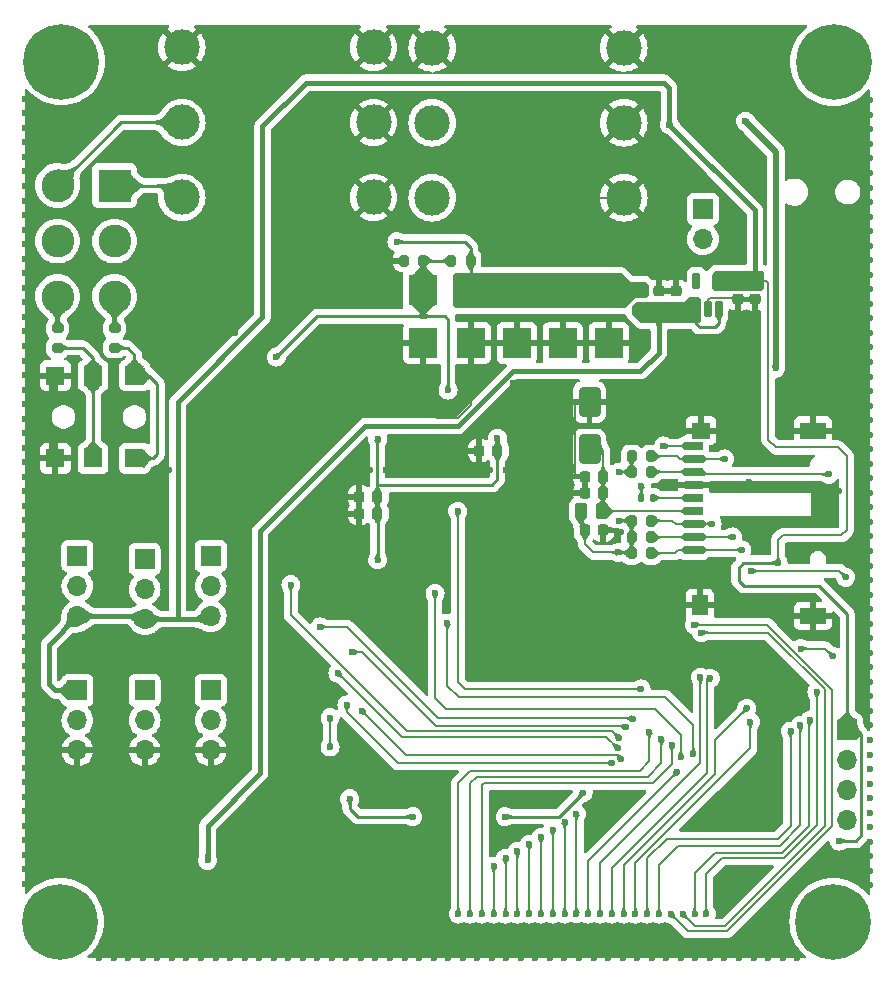
<source format=gbl>
G04 #@! TF.GenerationSoftware,KiCad,Pcbnew,8.0.3*
G04 #@! TF.CreationDate,2025-02-06T23:25:04+07:00*
G04 #@! TF.ProjectId,Digital_Multi_Pedal_v1,44696769-7461-46c5-9f4d-756c74695f50,rev?*
G04 #@! TF.SameCoordinates,Original*
G04 #@! TF.FileFunction,Copper,L4,Bot*
G04 #@! TF.FilePolarity,Positive*
%FSLAX46Y46*%
G04 Gerber Fmt 4.6, Leading zero omitted, Abs format (unit mm)*
G04 Created by KiCad (PCBNEW 8.0.3) date 2025-02-06 23:25:04*
%MOMM*%
%LPD*%
G01*
G04 APERTURE LIST*
G04 Aperture macros list*
%AMRoundRect*
0 Rectangle with rounded corners*
0 $1 Rounding radius*
0 $2 $3 $4 $5 $6 $7 $8 $9 X,Y pos of 4 corners*
0 Add a 4 corners polygon primitive as box body*
4,1,4,$2,$3,$4,$5,$6,$7,$8,$9,$2,$3,0*
0 Add four circle primitives for the rounded corners*
1,1,$1+$1,$2,$3*
1,1,$1+$1,$4,$5*
1,1,$1+$1,$6,$7*
1,1,$1+$1,$8,$9*
0 Add four rect primitives between the rounded corners*
20,1,$1+$1,$2,$3,$4,$5,0*
20,1,$1+$1,$4,$5,$6,$7,0*
20,1,$1+$1,$6,$7,$8,$9,0*
20,1,$1+$1,$8,$9,$2,$3,0*%
G04 Aperture macros list end*
G04 #@! TA.AperFunction,ComponentPad*
%ADD10C,3.000000*%
G04 #@! TD*
G04 #@! TA.AperFunction,ComponentPad*
%ADD11C,0.800000*%
G04 #@! TD*
G04 #@! TA.AperFunction,ComponentPad*
%ADD12C,6.400000*%
G04 #@! TD*
G04 #@! TA.AperFunction,ComponentPad*
%ADD13R,2.775000X2.775000*%
G04 #@! TD*
G04 #@! TA.AperFunction,ComponentPad*
%ADD14C,2.775000*%
G04 #@! TD*
G04 #@! TA.AperFunction,ComponentPad*
%ADD15R,1.700000X1.700000*%
G04 #@! TD*
G04 #@! TA.AperFunction,ComponentPad*
%ADD16O,1.700000X1.700000*%
G04 #@! TD*
G04 #@! TA.AperFunction,SMDPad,CuDef*
%ADD17RoundRect,0.200000X0.275000X-0.200000X0.275000X0.200000X-0.275000X0.200000X-0.275000X-0.200000X0*%
G04 #@! TD*
G04 #@! TA.AperFunction,SMDPad,CuDef*
%ADD18RoundRect,0.225000X0.225000X0.250000X-0.225000X0.250000X-0.225000X-0.250000X0.225000X-0.250000X0*%
G04 #@! TD*
G04 #@! TA.AperFunction,SMDPad,CuDef*
%ADD19RoundRect,0.250000X0.650000X-1.000000X0.650000X1.000000X-0.650000X1.000000X-0.650000X-1.000000X0*%
G04 #@! TD*
G04 #@! TA.AperFunction,SMDPad,CuDef*
%ADD20RoundRect,0.225000X0.250000X-0.225000X0.250000X0.225000X-0.250000X0.225000X-0.250000X-0.225000X0*%
G04 #@! TD*
G04 #@! TA.AperFunction,SMDPad,CuDef*
%ADD21RoundRect,0.200000X-0.200000X-0.275000X0.200000X-0.275000X0.200000X0.275000X-0.200000X0.275000X0*%
G04 #@! TD*
G04 #@! TA.AperFunction,SMDPad,CuDef*
%ADD22RoundRect,0.200000X0.200000X0.275000X-0.200000X0.275000X-0.200000X-0.275000X0.200000X-0.275000X0*%
G04 #@! TD*
G04 #@! TA.AperFunction,SMDPad,CuDef*
%ADD23R,2.400000X2.500000*%
G04 #@! TD*
G04 #@! TA.AperFunction,SMDPad,CuDef*
%ADD24RoundRect,0.225000X-0.250000X0.225000X-0.250000X-0.225000X0.250000X-0.225000X0.250000X0.225000X0*%
G04 #@! TD*
G04 #@! TA.AperFunction,SMDPad,CuDef*
%ADD25RoundRect,0.135000X-0.135000X-0.185000X0.135000X-0.185000X0.135000X0.185000X-0.135000X0.185000X0*%
G04 #@! TD*
G04 #@! TA.AperFunction,SMDPad,CuDef*
%ADD26RoundRect,0.045000X0.255000X-0.630000X0.255000X0.630000X-0.255000X0.630000X-0.255000X-0.630000X0*%
G04 #@! TD*
G04 #@! TA.AperFunction,SMDPad,CuDef*
%ADD27R,1.600000X1.600000*%
G04 #@! TD*
G04 #@! TA.AperFunction,SMDPad,CuDef*
%ADD28RoundRect,0.200000X-0.275000X0.200000X-0.275000X-0.200000X0.275000X-0.200000X0.275000X0.200000X0*%
G04 #@! TD*
G04 #@! TA.AperFunction,SMDPad,CuDef*
%ADD29RoundRect,0.225000X-0.225000X-0.250000X0.225000X-0.250000X0.225000X0.250000X-0.225000X0.250000X0*%
G04 #@! TD*
G04 #@! TA.AperFunction,SMDPad,CuDef*
%ADD30RoundRect,0.250000X-0.262500X-0.450000X0.262500X-0.450000X0.262500X0.450000X-0.262500X0.450000X0*%
G04 #@! TD*
G04 #@! TA.AperFunction,SMDPad,CuDef*
%ADD31R,1.600000X0.700000*%
G04 #@! TD*
G04 #@! TA.AperFunction,SMDPad,CuDef*
%ADD32R,1.600000X1.400000*%
G04 #@! TD*
G04 #@! TA.AperFunction,SMDPad,CuDef*
%ADD33R,2.200000X1.400000*%
G04 #@! TD*
G04 #@! TA.AperFunction,SMDPad,CuDef*
%ADD34R,1.400000X1.800000*%
G04 #@! TD*
G04 #@! TA.AperFunction,ViaPad*
%ADD35C,0.600000*%
G04 #@! TD*
G04 #@! TA.AperFunction,Conductor*
%ADD36C,0.200000*%
G04 #@! TD*
G04 #@! TA.AperFunction,Conductor*
%ADD37C,0.203200*%
G04 #@! TD*
G04 #@! TA.AperFunction,Conductor*
%ADD38C,0.254000*%
G04 #@! TD*
G04 #@! TA.AperFunction,Conductor*
%ADD39C,0.381000*%
G04 #@! TD*
G04 #@! TA.AperFunction,Conductor*
%ADD40C,0.508000*%
G04 #@! TD*
G04 APERTURE END LIST*
D10*
X142069200Y-78399000D03*
X158299200Y-78399000D03*
X142069200Y-72049000D03*
X158299200Y-72049000D03*
X142069200Y-84749000D03*
X158299200Y-84749000D03*
D11*
X108274200Y-73204000D03*
X108977144Y-71506944D03*
X108977144Y-74901056D03*
X110674200Y-70804000D03*
D12*
X110674200Y-73204000D03*
D11*
X110674200Y-75604000D03*
X112371256Y-71506944D03*
X112371256Y-74901056D03*
X113074200Y-73204000D03*
D13*
X115179200Y-83701500D03*
D14*
X115179200Y-88401500D03*
X115179200Y-93101500D03*
X110349200Y-83701500D03*
X110349200Y-88401500D03*
X110349200Y-93101500D03*
D15*
X112034200Y-126439000D03*
D16*
X112034200Y-128979000D03*
X112034200Y-131519000D03*
D11*
X173614200Y-146024000D03*
X174317144Y-144326944D03*
X174317144Y-147721056D03*
X176014200Y-143624000D03*
D12*
X176014200Y-146024000D03*
D11*
X176014200Y-148424000D03*
X177711256Y-144326944D03*
X177711256Y-147721056D03*
X178414200Y-146024000D03*
X108194200Y-146024000D03*
X108897144Y-144326944D03*
X108897144Y-147721056D03*
X110594200Y-143624000D03*
D12*
X110594200Y-146024000D03*
D11*
X110594200Y-148424000D03*
X112291256Y-144326944D03*
X112291256Y-147721056D03*
X112994200Y-146024000D03*
X173664200Y-73254000D03*
X174367144Y-71556944D03*
X174367144Y-74951056D03*
X176064200Y-70854000D03*
D12*
X176064200Y-73254000D03*
D11*
X176064200Y-75654000D03*
X177761256Y-71556944D03*
X177761256Y-74951056D03*
X178464200Y-73254000D03*
D15*
X164984200Y-85694000D03*
D16*
X164984200Y-88234000D03*
D15*
X123319200Y-126439000D03*
D16*
X123319200Y-128979000D03*
X123319200Y-131519000D03*
D15*
X123319200Y-115074000D03*
D16*
X123319200Y-117614000D03*
X123319200Y-120154000D03*
D15*
X112034200Y-115074000D03*
D16*
X112034200Y-117614000D03*
X112034200Y-120154000D03*
D15*
X117724200Y-115334000D03*
D16*
X117724200Y-117874000D03*
X117724200Y-120414000D03*
D15*
X117724200Y-126439000D03*
D16*
X117724200Y-128979000D03*
X117724200Y-131519000D03*
D15*
X177206000Y-129771600D03*
D16*
X177206000Y-132311600D03*
X177206000Y-134851600D03*
X177206000Y-137391600D03*
D10*
X120879200Y-78359000D03*
X137109200Y-78359000D03*
X120879200Y-72009000D03*
X137109200Y-72009000D03*
X120879200Y-84709000D03*
X137109200Y-84709000D03*
D17*
X115184000Y-97437000D03*
X115184000Y-95787000D03*
D18*
X137434200Y-110034000D03*
X135884200Y-110034000D03*
X156529200Y-109696500D03*
X154979200Y-109696500D03*
D19*
X155394200Y-106034000D03*
X155394200Y-102034000D03*
D18*
X156529200Y-108336500D03*
X154979200Y-108336500D03*
D20*
X169384200Y-93339000D03*
X169384200Y-91789000D03*
D21*
X143691200Y-90053800D03*
X145341200Y-90053800D03*
D22*
X160607200Y-107944200D03*
X158957200Y-107944200D03*
D23*
X141294200Y-92582300D03*
X141294200Y-97052700D03*
D24*
X162714200Y-92609000D03*
X162714200Y-94159000D03*
D22*
X160607200Y-112074200D03*
X158957200Y-112074200D03*
D21*
X139651200Y-90053800D03*
X141301200Y-90053800D03*
D22*
X160607200Y-114834200D03*
X158957200Y-114834200D03*
D25*
X159784200Y-110144000D03*
X160804200Y-110144000D03*
D26*
X166344200Y-94162000D03*
X165394200Y-94162000D03*
X164444200Y-94162000D03*
X164444200Y-91792000D03*
X166344200Y-91792000D03*
D27*
X110164200Y-99794000D03*
X110164200Y-106794000D03*
X116864200Y-99794000D03*
X116864200Y-106794000D03*
X113364200Y-99794000D03*
X113364200Y-106794000D03*
D23*
X145344200Y-92562300D03*
X145344200Y-97032700D03*
X149244200Y-92562300D03*
X149244200Y-97032700D03*
D28*
X159784400Y-92551000D03*
X159784400Y-94201000D03*
D23*
X153134200Y-92572300D03*
X153134200Y-97042700D03*
D20*
X167974200Y-93339000D03*
X167974200Y-91789000D03*
D29*
X154989200Y-112874000D03*
X156539200Y-112874000D03*
D22*
X160607200Y-106614200D03*
X158957200Y-106614200D03*
D17*
X110354000Y-97437000D03*
X110354000Y-95787000D03*
D18*
X137439200Y-111474000D03*
X135889200Y-111474000D03*
D30*
X154656164Y-111286100D03*
X156481164Y-111286100D03*
D24*
X161264200Y-92609000D03*
X161264200Y-94159000D03*
D22*
X160607200Y-113474200D03*
X158957200Y-113474200D03*
D23*
X157034200Y-92558800D03*
X157034200Y-97029200D03*
D29*
X146049200Y-106154000D03*
X147599200Y-106154000D03*
D31*
X164224200Y-114544000D03*
X164224200Y-113444000D03*
X164224200Y-112344000D03*
X164224200Y-111244000D03*
X164224200Y-110144000D03*
X164224200Y-109044000D03*
X164224200Y-107944000D03*
X164224200Y-106844000D03*
X164224200Y-105744000D03*
D32*
X164824200Y-104444000D03*
D33*
X174324200Y-104444000D03*
X174324200Y-120144000D03*
D34*
X164724200Y-119244000D03*
D35*
X168045996Y-149101000D03*
X179136400Y-135568432D03*
X156967365Y-149101000D03*
X142432300Y-107775200D03*
X179136400Y-97408703D03*
X179136400Y-104794457D03*
X179136400Y-87561031D03*
X179136400Y-131875555D03*
X107584600Y-118208006D03*
X107584600Y-137903350D03*
X140171340Y-107775200D03*
X107584600Y-129286637D03*
X163122160Y-149101000D03*
X117576677Y-149101000D03*
X179136400Y-103563498D03*
X171738873Y-149101000D03*
X176494800Y-109553200D03*
X179136400Y-107256375D03*
X179136400Y-77713359D03*
X179136400Y-96177744D03*
X169545000Y-109392630D03*
X115114759Y-149101000D03*
X149215200Y-107775200D03*
X136286600Y-115700000D03*
X179136400Y-134337473D03*
X120038595Y-149101000D03*
X179136400Y-122027883D03*
X179136400Y-112180211D03*
X128158600Y-107775200D03*
X179136400Y-102332539D03*
X107584600Y-136672391D03*
X126193390Y-149101000D03*
X107584600Y-103436498D03*
X107584600Y-123131842D03*
X138201400Y-107775200D03*
X142195857Y-149101000D03*
X107584600Y-119438965D03*
X117338200Y-109553200D03*
X153914200Y-124894800D03*
X137272021Y-149101000D03*
X179136400Y-85099113D03*
X107584600Y-98512662D03*
X118836800Y-108232400D03*
X179136400Y-88791990D03*
X159429283Y-149101000D03*
X107584600Y-88664990D03*
X179136400Y-129413637D03*
X139893400Y-123015200D03*
X179136400Y-81406236D03*
X107584600Y-76355400D03*
X135649420Y-107775200D03*
X107584600Y-116977047D03*
X107584600Y-78817318D03*
X127424349Y-149101000D03*
X152043529Y-149101000D03*
X122500513Y-149101000D03*
X111205914Y-109553200D03*
X150623800Y-135094000D03*
X158198324Y-149101000D03*
X107584600Y-94819785D03*
X179136400Y-109718293D03*
X124962431Y-149101000D03*
X154505447Y-149101000D03*
X179136400Y-99870621D03*
X179136400Y-138030350D03*
X168976400Y-142844000D03*
X145823740Y-107775200D03*
X107584600Y-134210473D03*
X150812570Y-149101000D03*
X179136400Y-86330072D03*
X133594200Y-101755400D03*
X137632800Y-90046000D03*
X107584600Y-93588826D03*
X107584600Y-80048277D03*
X148883025Y-100432625D03*
X107584600Y-87434031D03*
X123214140Y-107775200D03*
X107584600Y-97281703D03*
X179136400Y-118335006D03*
X107584600Y-100974580D03*
X136041062Y-149101000D03*
X179136400Y-98639662D03*
X116111742Y-109553200D03*
X112432371Y-109553200D03*
X116345718Y-149101000D03*
X146954220Y-107775200D03*
X115407800Y-123828000D03*
X153274488Y-149101000D03*
X107584600Y-120669924D03*
X179136400Y-82637195D03*
X107584600Y-112053211D03*
X144693260Y-107775200D03*
X157495600Y-124894800D03*
X107584600Y-96050744D03*
X107584600Y-89895949D03*
X179136400Y-125720760D03*
X179136400Y-78944318D03*
X179136400Y-92484867D03*
X179136400Y-114642129D03*
X107584600Y-121900883D03*
X179136400Y-115873088D03*
X107584600Y-102205539D03*
X165584078Y-149101000D03*
X166308200Y-109044000D03*
X175682000Y-99240800D03*
X107584600Y-107129375D03*
X179136400Y-108487334D03*
X107584600Y-109591293D03*
X138502980Y-149101000D03*
X179136400Y-124489801D03*
X131117226Y-149101000D03*
X168910000Y-108839000D03*
X107584600Y-108360334D03*
X107584600Y-126824719D03*
X129997020Y-107775200D03*
X147119693Y-149101000D03*
X172969846Y-149101000D03*
X179136400Y-130644596D03*
X179136400Y-106025416D03*
X108753000Y-109553200D03*
X179136400Y-142954200D03*
X125339200Y-93906800D03*
X107584600Y-81279236D03*
X179136400Y-136799391D03*
X126605580Y-107775200D03*
X133579144Y-149101000D03*
X161891201Y-149101000D03*
X179136400Y-126951719D03*
X107584600Y-110822252D03*
X170507914Y-149101000D03*
X164353119Y-149101000D03*
X179136400Y-133106514D03*
X107584600Y-91126908D03*
X179136400Y-94946785D03*
X118151000Y-108918200D03*
X134810103Y-149101000D03*
X125475100Y-107775200D03*
X143426816Y-149101000D03*
X109979457Y-109553200D03*
X119822700Y-107775200D03*
X174564400Y-109553200D03*
X107584600Y-77586359D03*
X113883800Y-149101000D03*
X107584600Y-132979514D03*
X141301820Y-107775200D03*
X179136400Y-113411170D03*
X179136400Y-123258842D03*
X140964898Y-149101000D03*
X160660242Y-149101000D03*
X121269554Y-149101000D03*
X149581611Y-149101000D03*
X123731472Y-149101000D03*
X107584600Y-140365268D03*
X107584600Y-83741154D03*
X107584600Y-125593760D03*
X139733939Y-149101000D03*
X146268800Y-112448800D03*
X179136400Y-119565965D03*
X107584600Y-130517596D03*
X179136400Y-110949252D03*
X179136400Y-93715826D03*
X113658828Y-109553200D03*
X139166600Y-107746800D03*
X131127500Y-107775200D03*
X107584600Y-84972113D03*
X179136400Y-101101580D03*
X179136400Y-141723227D03*
X179136400Y-76482400D03*
X107584600Y-114515129D03*
X179136400Y-117104047D03*
X156225600Y-135207200D03*
X179136400Y-128182678D03*
X114885285Y-109553200D03*
X158041700Y-113071100D03*
X107584600Y-135441432D03*
X133670400Y-100157400D03*
X179136400Y-120796924D03*
X128655308Y-149101000D03*
X148310600Y-107746800D03*
X179136400Y-90022949D03*
X136779900Y-107775200D03*
X179136400Y-140492268D03*
X143562780Y-107775200D03*
X107584600Y-99743621D03*
X148199200Y-88877600D03*
X107584600Y-113284170D03*
X107584600Y-86203072D03*
X144657775Y-149101000D03*
X124344620Y-107775200D03*
X107584600Y-124362801D03*
X121021200Y-123853400D03*
X118807636Y-149101000D03*
X169276955Y-149101000D03*
X107584600Y-115746088D03*
X135956400Y-118214600D03*
X128284200Y-144987600D03*
X125339200Y-96167400D03*
X122083660Y-107775200D03*
X107584600Y-92357867D03*
X129886267Y-149101000D03*
X145888734Y-149101000D03*
X132348185Y-149101000D03*
X179136400Y-80175277D03*
X107584600Y-139134309D03*
X107584600Y-131748555D03*
X107584600Y-128055678D03*
X179136400Y-83868154D03*
X107584600Y-105898416D03*
X179136400Y-139261309D03*
X179136400Y-91253908D03*
X166815037Y-149101000D03*
X107584600Y-104667457D03*
X148350652Y-149101000D03*
X107584600Y-82510195D03*
X107584600Y-142827200D03*
X155736406Y-149101000D03*
X134518940Y-107775200D03*
X107584600Y-141596227D03*
X139084200Y-88454000D03*
X147594200Y-105104000D03*
X137454200Y-115394000D03*
X137454200Y-105154000D03*
X135089000Y-135617400D03*
X148250000Y-137137600D03*
X157876600Y-107953000D03*
X157825800Y-114760200D03*
X176520200Y-139195000D03*
X171364000Y-115641200D03*
X157876600Y-112067800D03*
X162143800Y-78539800D03*
X154854000Y-135094000D03*
X140426800Y-137137600D03*
X161254200Y-95014000D03*
X123053200Y-140833800D03*
X133424200Y-128754000D03*
X133424200Y-131234000D03*
X171160800Y-99164600D03*
X168595400Y-78260400D03*
X141324596Y-94753604D03*
X128864200Y-98215600D03*
X143414200Y-101024000D03*
X173272600Y-122898187D03*
X176023200Y-123563000D03*
X169074200Y-116324000D03*
X177094200Y-116864000D03*
X152284200Y-145384000D03*
X152284200Y-138242400D03*
X163284200Y-145384000D03*
X164864200Y-121544000D03*
X164294200Y-145384000D03*
X174032600Y-128964000D03*
X165274200Y-145374000D03*
X174634200Y-126564000D03*
X147284200Y-145384000D03*
X147284200Y-141314000D03*
X162364200Y-131065600D03*
X146284200Y-145384000D03*
X154284200Y-145364000D03*
X154284200Y-136884000D03*
X148284200Y-140642400D03*
X148284200Y-145384000D03*
X173249200Y-129409000D03*
X161284200Y-145394000D03*
X168709200Y-127969000D03*
X158284200Y-145384000D03*
X160454200Y-129964000D03*
X144284200Y-145384000D03*
X150284200Y-145384000D03*
X150284200Y-139462400D03*
X153284200Y-137584000D03*
X153294200Y-145384000D03*
X172414200Y-129884000D03*
X160284200Y-145384000D03*
X149294200Y-145384000D03*
X149284200Y-140062400D03*
X155284200Y-145384000D03*
X162781200Y-133357000D03*
X156294200Y-145384000D03*
X164784200Y-125334000D03*
X145284200Y-145384000D03*
X161474200Y-130565600D03*
X164274200Y-120884000D03*
X162284200Y-145384000D03*
X151284200Y-138864000D03*
X151284200Y-145384000D03*
X157284200Y-145384000D03*
X165624200Y-125414000D03*
X169001800Y-129111200D03*
X159284200Y-145384000D03*
X161654200Y-105744000D03*
X165764200Y-112344000D03*
X168284200Y-114544000D03*
X175644200Y-108145600D03*
X166824200Y-106844000D03*
X167504200Y-113444000D03*
X159064200Y-128824000D03*
X132574200Y-121064000D03*
X130104200Y-117494000D03*
X157864200Y-130434000D03*
X143364200Y-120744000D03*
X164182600Y-131844000D03*
X163119200Y-132099000D03*
X142314200Y-118234000D03*
X144234200Y-111274000D03*
X159764200Y-126314000D03*
X159785800Y-109134000D03*
X157314200Y-132594000D03*
X134854200Y-127674000D03*
X134082600Y-124982152D03*
X157764200Y-131324000D03*
X158044200Y-132264000D03*
X136126800Y-128164000D03*
X135324200Y-123194000D03*
X158464200Y-129584000D03*
D36*
X161264200Y-92609000D02*
X162714200Y-92609000D01*
D37*
X165394200Y-93355600D02*
X165564400Y-93185400D01*
X165564400Y-93185400D02*
X167820600Y-93185400D01*
X165394200Y-94162000D02*
X165394200Y-93355600D01*
X167820600Y-93185400D02*
X167974200Y-93339000D01*
X133670400Y-100157400D02*
X133594200Y-100233600D01*
X154344200Y-102034000D02*
X154192600Y-102185600D01*
X139651200Y-90053800D02*
X137640600Y-90053800D01*
D38*
X109737200Y-106367000D02*
X110164200Y-106794000D01*
D37*
X167974200Y-93339000D02*
X169384200Y-93339000D01*
X153134200Y-97042700D02*
X149254200Y-97042700D01*
X135884200Y-110034000D02*
X135884200Y-111469000D01*
X154979200Y-108336500D02*
X154979200Y-109696500D01*
X141294200Y-97052700D02*
X141294200Y-102191000D01*
X153147700Y-97029200D02*
X153134200Y-97042700D01*
X154192600Y-108132400D02*
X154396700Y-108336500D01*
X158041700Y-113071100D02*
X157775000Y-112804400D01*
X155394200Y-102034000D02*
X154344200Y-102034000D01*
X135884200Y-108009980D02*
X135884200Y-110034000D01*
X164224200Y-109044000D02*
X166308200Y-109044000D01*
X112034200Y-131519000D02*
X117724200Y-131519000D01*
X152327800Y-84749000D02*
X158299200Y-84749000D01*
X154396700Y-108336500D02*
X154979200Y-108336500D01*
X157034200Y-97029200D02*
X153147700Y-97029200D01*
X149254200Y-97042700D02*
X149244200Y-97032700D01*
X156608800Y-112804400D02*
X156539200Y-112874000D01*
X133594200Y-100233600D02*
X133594200Y-101755400D01*
X157775000Y-112804400D02*
X156608800Y-112804400D01*
X144262200Y-103381000D02*
X145344200Y-102299000D01*
X166309400Y-109045200D02*
X166308200Y-109044000D01*
X141294200Y-102191000D02*
X142484200Y-103381000D01*
X175682000Y-101501400D02*
X174324200Y-102859200D01*
X117724200Y-131519000D02*
X123319200Y-131519000D01*
X175682000Y-99240800D02*
X175682000Y-101501400D01*
X148199200Y-88877600D02*
X152327800Y-84749000D01*
X137640600Y-90053800D02*
X137632800Y-90046000D01*
X125339200Y-96167400D02*
X125339200Y-93906800D01*
X157495600Y-124894800D02*
X153914200Y-124894800D01*
D38*
X110164200Y-99794000D02*
X109737200Y-100221000D01*
D37*
X174324200Y-102859200D02*
X174324200Y-104444000D01*
X149244200Y-97032700D02*
X145344200Y-97032700D01*
X135884200Y-111469000D02*
X135889200Y-111474000D01*
X142484200Y-103381000D02*
X144262200Y-103381000D01*
D38*
X109737200Y-100221000D02*
X109737200Y-106367000D01*
D37*
X135649420Y-107775200D02*
X135884200Y-108009980D01*
X154192600Y-102185600D02*
X154192600Y-108132400D01*
X145344200Y-102299000D02*
X145344200Y-97032700D01*
D38*
X137434200Y-105174000D02*
X137434200Y-108044000D01*
X139084200Y-88454000D02*
X144844200Y-88454000D01*
X137434200Y-108044000D02*
X137434200Y-110034000D01*
X137454200Y-105154000D02*
X137434200Y-105174000D01*
X137434200Y-110034000D02*
X137434200Y-111469000D01*
X153134200Y-92572300D02*
X157020700Y-92572300D01*
X144844200Y-88454000D02*
X145341200Y-88951000D01*
X157034200Y-92558800D02*
X159776600Y-92558800D01*
X147599200Y-105109000D02*
X147594200Y-105104000D01*
X145341200Y-88951000D02*
X145341200Y-90053800D01*
X145341200Y-92559300D02*
X145344200Y-92562300D01*
X137454200Y-111489000D02*
X137454200Y-115394000D01*
X147599200Y-108579000D02*
X147124200Y-109054000D01*
X137434200Y-111469000D02*
X137439200Y-111474000D01*
X147599200Y-106154000D02*
X147599200Y-105109000D01*
X157020700Y-92572300D02*
X157034200Y-92558800D01*
X149244200Y-92562300D02*
X153124200Y-92562300D01*
X153124200Y-92562300D02*
X153134200Y-92572300D01*
X145341200Y-90053800D02*
X145341200Y-92559300D01*
X137459200Y-105159000D02*
X137454200Y-105154000D01*
X147599200Y-106154000D02*
X147599200Y-108579000D01*
X159776600Y-92558800D02*
X159784400Y-92551000D01*
X137439200Y-111474000D02*
X137454200Y-111489000D01*
X147124200Y-109054000D02*
X137434200Y-109054000D01*
X145344200Y-92562300D02*
X149244200Y-92562300D01*
D37*
X158957200Y-107944200D02*
X157885400Y-107944200D01*
X177155200Y-112880600D02*
X177155200Y-106581400D01*
D38*
X177917200Y-139195000D02*
X178383000Y-138729200D01*
D39*
X127701400Y-94821200D02*
X120513200Y-102009400D01*
X120513200Y-102009400D02*
X120513200Y-120414000D01*
X166347200Y-91789000D02*
X166344200Y-91792000D01*
X167974200Y-91789000D02*
X166347200Y-91789000D01*
D37*
X158957200Y-113474200D02*
X158957200Y-112074200D01*
X157825800Y-114760200D02*
X158883200Y-114760200D01*
D39*
X161686600Y-74983800D02*
X131384400Y-74983800D01*
D38*
X177206000Y-129771600D02*
X177206000Y-119967200D01*
X135778600Y-137137600D02*
X140426800Y-137137600D01*
D39*
X117724200Y-120414000D02*
X123059200Y-120414000D01*
X127701400Y-78666800D02*
X127701400Y-94821200D01*
X162143800Y-78539800D02*
X162143800Y-75441000D01*
D37*
X171186200Y-105870200D02*
X170525800Y-105209800D01*
D39*
X162143800Y-75441000D02*
X161686600Y-74983800D01*
D38*
X168011200Y-117147800D02*
X168011200Y-116055600D01*
D39*
X117464200Y-120154000D02*
X117724200Y-120414000D01*
D38*
X152810400Y-137137600D02*
X148250000Y-137137600D01*
D37*
X170338400Y-91789000D02*
X169384200Y-91789000D01*
X171364000Y-113693400D02*
X171745000Y-113312400D01*
X154699200Y-111370564D02*
X154766164Y-111303600D01*
D38*
X178383000Y-130135800D02*
X178018800Y-129771600D01*
D39*
X110144800Y-126439000D02*
X112034200Y-126439000D01*
D38*
X178383000Y-138729200D02*
X178383000Y-130135800D01*
D37*
X154656164Y-112540964D02*
X154989200Y-112874000D01*
X157883000Y-112074200D02*
X157876600Y-112067800D01*
X154656164Y-111286100D02*
X154656164Y-112540964D01*
X170525800Y-105209800D02*
X170525800Y-91976400D01*
X154981000Y-113896600D02*
X154989200Y-113888400D01*
X158957200Y-114834200D02*
X158957200Y-113474200D01*
X157825800Y-114760200D02*
X155717600Y-114760200D01*
D38*
X168011200Y-116055600D02*
X168425600Y-115641200D01*
D39*
X109616600Y-125910800D02*
X110144800Y-126439000D01*
X123059200Y-120414000D02*
X123319200Y-120154000D01*
D37*
X158957200Y-106614200D02*
X158957200Y-107944200D01*
X170525800Y-91976400D02*
X170338400Y-91789000D01*
D38*
X168425600Y-115641200D02*
X171364000Y-115641200D01*
X135089000Y-136448000D02*
X135778600Y-137137600D01*
D37*
X171745000Y-113312400D02*
X176723400Y-113312400D01*
X155717600Y-114760200D02*
X154981000Y-114023600D01*
D38*
X176520200Y-139195000D02*
X177917200Y-139195000D01*
D39*
X112034200Y-120154000D02*
X117464200Y-120154000D01*
X169384200Y-85780200D02*
X162143800Y-78539800D01*
D38*
X178018800Y-129771600D02*
X177206000Y-129771600D01*
D37*
X171364000Y-115641200D02*
X171364000Y-113693400D01*
X176444000Y-105870200D02*
X171186200Y-105870200D01*
X176723400Y-113312400D02*
X177155200Y-112880600D01*
D38*
X168443000Y-117579600D02*
X168011200Y-117147800D01*
D37*
X158883200Y-114760200D02*
X158957200Y-114834200D01*
X154981000Y-114023600D02*
X154981000Y-113896600D01*
X177155200Y-106581400D02*
X176444000Y-105870200D01*
X157885400Y-107944200D02*
X157876600Y-107953000D01*
D39*
X109616600Y-122571600D02*
X109616600Y-125910800D01*
D37*
X158957200Y-112074200D02*
X157883000Y-112074200D01*
D39*
X169384200Y-91789000D02*
X169384200Y-85780200D01*
D37*
X154989200Y-113888400D02*
X154989200Y-112874000D01*
D38*
X174818400Y-117579600D02*
X168443000Y-117579600D01*
X154854000Y-135094000D02*
X152810400Y-137137600D01*
D39*
X131384400Y-74983800D02*
X127701400Y-78666800D01*
D38*
X177206000Y-119967200D02*
X174818400Y-117579600D01*
D39*
X167974200Y-91789000D02*
X169384200Y-91789000D01*
X112034200Y-120154000D02*
X109616600Y-122571600D01*
D38*
X135089000Y-135617400D02*
X135089000Y-136448000D01*
X161254200Y-95014000D02*
X161254200Y-94169000D01*
D39*
X144272334Y-104066800D02*
X148945934Y-99393200D01*
D38*
X159826400Y-94159000D02*
X159784400Y-94201000D01*
D39*
X123053200Y-140833800D02*
X123053200Y-137899600D01*
X127498200Y-133454600D02*
X127498200Y-112931400D01*
D38*
X161254200Y-94169000D02*
X161264200Y-94159000D01*
D39*
X161254200Y-97844400D02*
X161254200Y-95014000D01*
X148945934Y-99393200D02*
X159705400Y-99393200D01*
X127498200Y-112931400D02*
X136362800Y-104066800D01*
X159705400Y-99393200D02*
X161254200Y-97844400D01*
D38*
X164444200Y-94162000D02*
X164444200Y-95394000D01*
X164724200Y-95674000D02*
X166014200Y-95674000D01*
X164444200Y-95394000D02*
X164724200Y-95674000D01*
D39*
X123053200Y-137899600D02*
X127498200Y-133454600D01*
D38*
X162714200Y-94159000D02*
X164441200Y-94159000D01*
D39*
X136362800Y-104066800D02*
X144272334Y-104066800D01*
D38*
X164441200Y-94159000D02*
X164444200Y-94162000D01*
X162714200Y-94159000D02*
X161264200Y-94159000D01*
X166014200Y-95674000D02*
X166344200Y-95344000D01*
X166344200Y-95344000D02*
X166344200Y-94162000D01*
X161264200Y-94159000D02*
X159826400Y-94159000D01*
D37*
X133424200Y-128754000D02*
X133424200Y-131234000D01*
D40*
X171160800Y-80825800D02*
X168595400Y-78260400D01*
X171160800Y-99164600D02*
X171160800Y-80825800D01*
D38*
X141304200Y-94774000D02*
X132305800Y-94774000D01*
X132305800Y-94774000D02*
X128864200Y-98215600D01*
X141324596Y-94753604D02*
X141304200Y-94774000D01*
X141301200Y-90053800D02*
X143691200Y-90053800D01*
X141301200Y-90053800D02*
X141301200Y-92575300D01*
X141324992Y-94754000D02*
X141324596Y-94753604D01*
X141301200Y-92575300D02*
X141294200Y-92582300D01*
X141324596Y-94753604D02*
X141294200Y-94723208D01*
X141294200Y-94723208D02*
X141294200Y-92582300D01*
X143414200Y-101024000D02*
X143414200Y-95044000D01*
X143414200Y-95044000D02*
X143124200Y-94754000D01*
X143124200Y-94754000D02*
X141324992Y-94754000D01*
X115691700Y-78359000D02*
X110349200Y-83701500D01*
X120879200Y-78359000D02*
X115691700Y-78359000D01*
X115179200Y-83701500D02*
X119871700Y-83701500D01*
X119871700Y-83701500D02*
X120879200Y-84709000D01*
D37*
X175358387Y-122898187D02*
X173272600Y-122898187D01*
X176023200Y-123563000D02*
X175358387Y-122898187D01*
X176554200Y-116324000D02*
X177094200Y-116864000D01*
X169074200Y-116324000D02*
X176554200Y-116324000D01*
X152284200Y-138242400D02*
X152284200Y-145384000D01*
D36*
X170504200Y-121544000D02*
X175324200Y-126364000D01*
X164864200Y-121544000D02*
X170504200Y-121544000D01*
X164314200Y-146424000D02*
X163284200Y-145394000D01*
X175324200Y-137954000D02*
X166854200Y-146424000D01*
X175324200Y-126364000D02*
X175324200Y-137954000D01*
X163284200Y-145394000D02*
X163284200Y-145384000D01*
X166854200Y-146424000D02*
X164314200Y-146424000D01*
X171684200Y-140244000D02*
X165984200Y-140244000D01*
X174014200Y-128982400D02*
X174014200Y-137914000D01*
X164294200Y-141934000D02*
X164294200Y-145384000D01*
X174032600Y-128964000D02*
X174014200Y-128982400D01*
X174014200Y-137914000D02*
X171684200Y-140244000D01*
X165984200Y-140244000D02*
X164294200Y-141934000D01*
D37*
X174634200Y-126564000D02*
X174634200Y-137861948D01*
X165274200Y-141954000D02*
X165274200Y-145374000D01*
X171850548Y-140645600D02*
X166582600Y-140645600D01*
X174634200Y-137861948D02*
X171850548Y-140645600D01*
X166582600Y-140645600D02*
X165274200Y-141954000D01*
X147284200Y-141314000D02*
X147284200Y-145384000D01*
X162364200Y-131065600D02*
X162364200Y-132700800D01*
X162364200Y-132700800D02*
X160771000Y-134294000D01*
X146284200Y-134474000D02*
X146284200Y-145384000D01*
X146464200Y-134294000D02*
X146284200Y-134474000D01*
X160771000Y-134294000D02*
X146464200Y-134294000D01*
X154284200Y-136884000D02*
X154284200Y-145364000D01*
X148284200Y-140642400D02*
X148284200Y-145384000D01*
D36*
X162884200Y-139604000D02*
X161284200Y-141204000D01*
X173249200Y-129409000D02*
X173244200Y-129414000D01*
X171504200Y-139604000D02*
X162884200Y-139604000D01*
X161284200Y-141204000D02*
X161284200Y-145394000D01*
X173244200Y-137864000D02*
X171504200Y-139604000D01*
X173244200Y-129414000D02*
X173244200Y-137864000D01*
D37*
X168709200Y-127969000D02*
X166024200Y-130654000D01*
X158284200Y-141251200D02*
X158284200Y-142497000D01*
X166024200Y-130654000D02*
X166024200Y-133511200D01*
X158284200Y-142497000D02*
X158284200Y-145384000D01*
X166024200Y-133511200D02*
X158284200Y-141251200D01*
X160454200Y-132444000D02*
X159634200Y-133264000D01*
X144284200Y-134254000D02*
X144284200Y-145384000D01*
X160454200Y-129964000D02*
X160454200Y-132444000D01*
X145274200Y-133264000D02*
X144284200Y-134254000D01*
X159634200Y-133264000D02*
X145274200Y-133264000D01*
X150284200Y-139462400D02*
X150284200Y-145384000D01*
X153284200Y-145374000D02*
X153294200Y-145384000D01*
X153284200Y-137584000D02*
X153284200Y-145374000D01*
D36*
X172414200Y-129884000D02*
X172414200Y-137904000D01*
X160284200Y-140624000D02*
X160284200Y-145294000D01*
X161914200Y-138994000D02*
X160284200Y-140624000D01*
X171324200Y-138994000D02*
X161914200Y-138994000D01*
X172414200Y-137904000D02*
X171324200Y-138994000D01*
D37*
X149284200Y-140062400D02*
X149284200Y-145374000D01*
X149284200Y-145374000D02*
X149294200Y-145384000D01*
X155284200Y-140854000D02*
X155284200Y-145384000D01*
X162781200Y-133357000D02*
X155284200Y-140854000D01*
X164784200Y-132566800D02*
X156294200Y-141056800D01*
X156294200Y-141056800D02*
X156294200Y-145384000D01*
X164784200Y-125334000D02*
X164784200Y-132566800D01*
X145834200Y-133734000D02*
X145284200Y-134284000D01*
X160315000Y-133734000D02*
X145834200Y-133734000D01*
X161474200Y-132574800D02*
X160315000Y-133734000D01*
X145284200Y-134284000D02*
X145284200Y-145384000D01*
X161474200Y-130565600D02*
X161474200Y-132574800D01*
D36*
X175954200Y-126428314D02*
X175954200Y-137889686D01*
X170409886Y-120884000D02*
X175954200Y-126428314D01*
X164274200Y-120884000D02*
X170409886Y-120884000D01*
X163724200Y-146824000D02*
X162284200Y-145384000D01*
X175954200Y-137889686D02*
X167019886Y-146824000D01*
X167019886Y-146824000D02*
X163724200Y-146824000D01*
D37*
X151284200Y-138864000D02*
X151284200Y-145384000D01*
X165314200Y-133433800D02*
X157284200Y-141463800D01*
X157284200Y-142852600D02*
X157284200Y-145384000D01*
X165314200Y-125724000D02*
X165314200Y-133433800D01*
X157284200Y-141463800D02*
X157284200Y-142852600D01*
X165624200Y-125414000D02*
X165314200Y-125724000D01*
X159284200Y-141056052D02*
X159284200Y-145384000D01*
X169001800Y-131338452D02*
X159284200Y-141056052D01*
X169001800Y-129111200D02*
X169001800Y-131338452D01*
X161654200Y-105744000D02*
X164224200Y-105744000D01*
X162684200Y-112344000D02*
X164224200Y-112344000D01*
X162414400Y-112074200D02*
X162684200Y-112344000D01*
X164224200Y-112344000D02*
X165764200Y-112344000D01*
X160607200Y-112074200D02*
X162414400Y-112074200D01*
X162594000Y-114834200D02*
X162884200Y-114544000D01*
X162884200Y-114544000D02*
X164224200Y-114544000D01*
X160607200Y-114834200D02*
X162594000Y-114834200D01*
X164224200Y-114544000D02*
X168284200Y-114544000D01*
X164224200Y-107944000D02*
X164207800Y-107927600D01*
X160623800Y-107927600D02*
X160607200Y-107944200D01*
X164425800Y-108145600D02*
X164224200Y-107944000D01*
X164207800Y-107927600D02*
X160623800Y-107927600D01*
X175644200Y-108145600D02*
X164425800Y-108145600D01*
X162794000Y-106614200D02*
X160607200Y-106614200D01*
X163024200Y-106844000D02*
X162794200Y-106614000D01*
X164224200Y-106844000D02*
X166824200Y-106844000D01*
X164224200Y-106844000D02*
X163024200Y-106844000D01*
X162794200Y-106614000D02*
X162794000Y-106614200D01*
X164194000Y-113474200D02*
X164224200Y-113444000D01*
X167504200Y-113444000D02*
X164224200Y-113444000D01*
X160607200Y-113474200D02*
X164194000Y-113474200D01*
X164224200Y-110144000D02*
X160804200Y-110144000D01*
X134858514Y-121064000D02*
X132574200Y-121064000D01*
X142598514Y-128804000D02*
X134858514Y-121064000D01*
X159064200Y-128824000D02*
X159044200Y-128804000D01*
X159044200Y-128804000D02*
X142598514Y-128804000D01*
X130104200Y-120069686D02*
X139928514Y-129894000D01*
X157324200Y-129894000D02*
X157864200Y-130434000D01*
X130104200Y-117494000D02*
X130104200Y-120069686D01*
X139928514Y-129894000D02*
X157324200Y-129894000D01*
X161824200Y-127014000D02*
X144324200Y-127014000D01*
X144324200Y-127014000D02*
X143364200Y-126054000D01*
X164182600Y-131844000D02*
X164182600Y-129372400D01*
X143364200Y-126054000D02*
X143364200Y-120744000D01*
X164182600Y-129372400D02*
X161824200Y-127014000D01*
X160924200Y-128004000D02*
X143264200Y-128004000D01*
X142324200Y-127064000D02*
X142324200Y-118244000D01*
X143264200Y-128004000D02*
X142324200Y-127064000D01*
X163119200Y-130199000D02*
X160924200Y-128004000D01*
X163119200Y-132099000D02*
X163119200Y-130199000D01*
X142324200Y-118244000D02*
X142314200Y-118234000D01*
X144234200Y-125734000D02*
X144234200Y-111274000D01*
X144814200Y-126314000D02*
X144404200Y-125904000D01*
X159764200Y-126314000D02*
X144814200Y-126314000D01*
X144404200Y-125904000D02*
X144234200Y-125734000D01*
X159784200Y-110144000D02*
X159784200Y-109135600D01*
X159784200Y-109135600D02*
X159785800Y-109134000D01*
D38*
X110349200Y-95782200D02*
X110354000Y-95787000D01*
X110349200Y-93101500D02*
X110349200Y-95782200D01*
X115184000Y-93106300D02*
X115179200Y-93101500D01*
X115184000Y-95787000D02*
X115184000Y-93106300D01*
D37*
X139174200Y-132594000D02*
X157314200Y-132594000D01*
X134854200Y-127674000D02*
X134854200Y-128274000D01*
X134854200Y-128274000D02*
X139174200Y-132594000D01*
X139489800Y-130384000D02*
X156824200Y-130384000D01*
X156824200Y-130384000D02*
X157764200Y-131324000D01*
X134082600Y-124982152D02*
X134087952Y-124982152D01*
X134087952Y-124982152D02*
X139489800Y-130384000D01*
X139888400Y-131925600D02*
X157705800Y-131925600D01*
X136126800Y-128164000D02*
X139888400Y-131925600D01*
X157705800Y-131925600D02*
X158044200Y-132264000D01*
X158334200Y-129454000D02*
X158464200Y-129584000D01*
X135324200Y-123194000D02*
X136154200Y-123194000D01*
X136154200Y-123194000D02*
X142414200Y-129454000D01*
X142414200Y-129454000D02*
X158334200Y-129454000D01*
X156529200Y-106199000D02*
X156529200Y-108336500D01*
X156374200Y-106034000D02*
X156534200Y-106194000D01*
X155394200Y-106034000D02*
X156374200Y-106034000D01*
X156534200Y-108331500D02*
X156529200Y-108336500D01*
X164182100Y-111286100D02*
X164224200Y-111244000D01*
X156529200Y-111238064D02*
X156481164Y-111286100D01*
X156481164Y-111286100D02*
X164182100Y-111286100D01*
X156534200Y-106194000D02*
X156529200Y-106199000D01*
X156529200Y-108336500D02*
X156529200Y-109696500D01*
X156529200Y-109696500D02*
X156529200Y-111238064D01*
D38*
X118784200Y-100474000D02*
X118784200Y-106463000D01*
X116864200Y-99794000D02*
X118104200Y-99794000D01*
X118784200Y-106463000D02*
X118453200Y-106794000D01*
X118453200Y-106794000D02*
X116864200Y-106794000D01*
X116277200Y-97437000D02*
X116864200Y-98024000D01*
X115184000Y-97437000D02*
X116277200Y-97437000D01*
X116864200Y-98024000D02*
X116864200Y-99794000D01*
X118104200Y-99794000D02*
X118784200Y-100474000D01*
X112467200Y-97437000D02*
X113364200Y-98334000D01*
X110354000Y-97437000D02*
X112467200Y-97437000D01*
X113364200Y-99794000D02*
X113364200Y-106794000D01*
X113364200Y-98334000D02*
X113364200Y-99794000D01*
G04 #@! TA.AperFunction,Conductor*
G36*
X119767083Y-70134185D02*
G01*
X119812838Y-70186989D01*
X119822782Y-70256147D01*
X119793757Y-70319703D01*
X119774354Y-70337767D01*
X119652637Y-70428882D01*
X119652636Y-70428883D01*
X120593443Y-71369689D01*
X120547626Y-71388668D01*
X120432976Y-71465274D01*
X120335474Y-71562776D01*
X120258868Y-71677426D01*
X120239890Y-71723243D01*
X119299083Y-70782436D01*
X119299082Y-70782437D01*
X119192396Y-70924953D01*
X119192391Y-70924961D01*
X119055291Y-71176041D01*
X118955309Y-71444104D01*
X118894500Y-71723637D01*
X118874091Y-72008998D01*
X118874091Y-72009001D01*
X118894500Y-72294362D01*
X118955309Y-72573895D01*
X119055291Y-72841958D01*
X119192391Y-73093038D01*
X119192396Y-73093046D01*
X119299082Y-73235561D01*
X119299083Y-73235562D01*
X120239889Y-72294756D01*
X120258868Y-72340574D01*
X120335474Y-72455224D01*
X120432976Y-72552726D01*
X120547626Y-72629332D01*
X120593442Y-72648309D01*
X119652636Y-73589115D01*
X119795160Y-73695807D01*
X119795161Y-73695808D01*
X120046242Y-73832908D01*
X120046241Y-73832908D01*
X120314304Y-73932890D01*
X120593837Y-73993699D01*
X120879199Y-74014109D01*
X120879201Y-74014109D01*
X121164562Y-73993699D01*
X121444095Y-73932890D01*
X121712158Y-73832908D01*
X121963247Y-73695803D01*
X122105761Y-73589116D01*
X122105762Y-73589115D01*
X121164957Y-72648309D01*
X121210774Y-72629332D01*
X121325424Y-72552726D01*
X121422926Y-72455224D01*
X121499532Y-72340574D01*
X121518509Y-72294756D01*
X122459315Y-73235562D01*
X122459316Y-73235561D01*
X122566003Y-73093047D01*
X122703108Y-72841958D01*
X122803090Y-72573895D01*
X122863899Y-72294362D01*
X122884309Y-72009001D01*
X122884309Y-72008998D01*
X122863899Y-71723637D01*
X122803090Y-71444104D01*
X122703108Y-71176041D01*
X122566008Y-70924961D01*
X122566007Y-70924960D01*
X122459315Y-70782436D01*
X121518509Y-71723242D01*
X121499532Y-71677426D01*
X121422926Y-71562776D01*
X121325424Y-71465274D01*
X121210774Y-71388668D01*
X121164956Y-71369689D01*
X122105762Y-70428883D01*
X122105761Y-70428882D01*
X121984046Y-70337767D01*
X121942174Y-70281834D01*
X121937190Y-70212142D01*
X121970675Y-70150819D01*
X122031998Y-70117334D01*
X122058356Y-70114500D01*
X135930044Y-70114500D01*
X135997083Y-70134185D01*
X136042838Y-70186989D01*
X136052782Y-70256147D01*
X136023757Y-70319703D01*
X136004354Y-70337767D01*
X135882637Y-70428882D01*
X135882636Y-70428883D01*
X136823443Y-71369689D01*
X136777626Y-71388668D01*
X136662976Y-71465274D01*
X136565474Y-71562776D01*
X136488868Y-71677426D01*
X136469890Y-71723243D01*
X135529083Y-70782436D01*
X135529082Y-70782437D01*
X135422396Y-70924953D01*
X135422391Y-70924961D01*
X135285291Y-71176041D01*
X135185309Y-71444104D01*
X135124500Y-71723637D01*
X135104091Y-72008998D01*
X135104091Y-72009001D01*
X135124500Y-72294362D01*
X135185309Y-72573895D01*
X135285291Y-72841958D01*
X135422391Y-73093038D01*
X135422396Y-73093046D01*
X135529082Y-73235561D01*
X135529083Y-73235562D01*
X136469889Y-72294756D01*
X136488868Y-72340574D01*
X136565474Y-72455224D01*
X136662976Y-72552726D01*
X136777626Y-72629332D01*
X136823442Y-72648309D01*
X135882636Y-73589115D01*
X136025160Y-73695807D01*
X136025161Y-73695808D01*
X136276242Y-73832908D01*
X136276241Y-73832908D01*
X136544304Y-73932890D01*
X136823837Y-73993699D01*
X137109199Y-74014109D01*
X137109201Y-74014109D01*
X137394562Y-73993699D01*
X137674095Y-73932890D01*
X137942158Y-73832908D01*
X138193247Y-73695803D01*
X138335761Y-73589116D01*
X138335762Y-73589115D01*
X137394957Y-72648309D01*
X137440774Y-72629332D01*
X137555424Y-72552726D01*
X137652926Y-72455224D01*
X137729532Y-72340574D01*
X137748509Y-72294756D01*
X138689315Y-73235562D01*
X138689316Y-73235561D01*
X138796003Y-73093047D01*
X138933108Y-72841958D01*
X139033090Y-72573895D01*
X139093899Y-72294362D01*
X139114309Y-72009001D01*
X139114309Y-72008998D01*
X139093899Y-71723637D01*
X139033090Y-71444104D01*
X138933108Y-71176041D01*
X138796008Y-70924961D01*
X138796007Y-70924960D01*
X138689315Y-70782436D01*
X137748509Y-71723242D01*
X137729532Y-71677426D01*
X137652926Y-71562776D01*
X137555424Y-71465274D01*
X137440774Y-71388668D01*
X137394956Y-71369689D01*
X138335762Y-70428883D01*
X138335761Y-70428882D01*
X138214046Y-70337767D01*
X138172174Y-70281834D01*
X138167190Y-70212142D01*
X138200675Y-70150819D01*
X138261998Y-70117334D01*
X138288356Y-70114500D01*
X140952948Y-70114500D01*
X141019987Y-70134185D01*
X141065742Y-70186989D01*
X141075686Y-70256147D01*
X141046661Y-70319703D01*
X141012374Y-70347332D01*
X140985166Y-70362188D01*
X140985153Y-70362196D01*
X140842637Y-70468882D01*
X140842636Y-70468883D01*
X141783443Y-71409689D01*
X141737626Y-71428668D01*
X141622976Y-71505274D01*
X141525474Y-71602776D01*
X141448868Y-71717426D01*
X141429890Y-71763243D01*
X140489083Y-70822436D01*
X140489082Y-70822437D01*
X140382396Y-70964953D01*
X140382391Y-70964961D01*
X140245291Y-71216041D01*
X140145309Y-71484104D01*
X140084500Y-71763637D01*
X140064091Y-72048998D01*
X140064091Y-72049001D01*
X140084500Y-72334362D01*
X140145309Y-72613895D01*
X140245291Y-72881958D01*
X140382391Y-73133038D01*
X140382396Y-73133046D01*
X140489082Y-73275561D01*
X140489083Y-73275562D01*
X141429889Y-72334756D01*
X141448868Y-72380574D01*
X141525474Y-72495224D01*
X141622976Y-72592726D01*
X141737626Y-72669332D01*
X141783442Y-72688309D01*
X140842636Y-73629115D01*
X140985160Y-73735807D01*
X140985161Y-73735808D01*
X141236242Y-73872908D01*
X141236241Y-73872908D01*
X141504304Y-73972890D01*
X141783837Y-74033699D01*
X141943460Y-74045116D01*
X142008924Y-74069533D01*
X142050796Y-74125466D01*
X142055780Y-74195158D01*
X142022295Y-74256481D01*
X141960972Y-74289966D01*
X141934614Y-74292800D01*
X131316340Y-74292800D01*
X131189127Y-74318105D01*
X131182843Y-74319355D01*
X131182838Y-74319356D01*
X131057095Y-74371440D01*
X131057082Y-74371447D01*
X130943914Y-74447064D01*
X130943910Y-74447067D01*
X127164669Y-78226307D01*
X127164666Y-78226310D01*
X127112409Y-78304518D01*
X127112410Y-78304519D01*
X127089042Y-78339492D01*
X127036956Y-78465238D01*
X127036953Y-78465248D01*
X127010400Y-78598739D01*
X127010400Y-94483615D01*
X126990715Y-94550654D01*
X126974081Y-94571296D01*
X119976469Y-101568907D01*
X119976466Y-101568910D01*
X119905916Y-101674498D01*
X119905915Y-101674499D01*
X119900846Y-101682084D01*
X119900841Y-101682093D01*
X119848756Y-101807838D01*
X119848753Y-101807848D01*
X119822200Y-101941339D01*
X119822200Y-119599000D01*
X119802515Y-119666039D01*
X119749711Y-119711794D01*
X119698200Y-119723000D01*
X119306984Y-119723000D01*
X119282758Y-119720610D01*
X119273623Y-119718790D01*
X119270333Y-119718135D01*
X119143789Y-119711314D01*
X119127148Y-119709282D01*
X119100086Y-119704101D01*
X119100080Y-119704100D01*
X119076706Y-119699624D01*
X119057024Y-119694141D01*
X119040048Y-119687864D01*
X119021206Y-119679036D01*
X119006273Y-119670443D01*
X118992878Y-119661530D01*
X118955210Y-119632773D01*
X118949145Y-119627832D01*
X118879743Y-119567550D01*
X118877159Y-119565322D01*
X118785487Y-119486811D01*
X118773254Y-119476664D01*
X118772702Y-119476221D01*
X118764109Y-119469534D01*
X118760416Y-119466660D01*
X118758265Y-119465039D01*
X118750911Y-119459495D01*
X118750873Y-119459466D01*
X118653287Y-119385916D01*
X118633856Y-119371980D01*
X118632922Y-119371343D01*
X118612584Y-119358179D01*
X118581135Y-119338878D01*
X118480824Y-119277314D01*
X118480795Y-119277297D01*
X118457299Y-119263731D01*
X118456203Y-119263137D01*
X118430999Y-119250327D01*
X118380155Y-119202403D01*
X118363292Y-119134599D01*
X118385763Y-119068442D01*
X118416060Y-119038211D01*
X118445928Y-119017297D01*
X118595601Y-118912495D01*
X118762695Y-118745401D01*
X118898235Y-118551830D01*
X118998103Y-118337663D01*
X119059263Y-118109408D01*
X119079859Y-117874000D01*
X119077794Y-117850403D01*
X119068877Y-117748475D01*
X119059263Y-117638592D01*
X118998103Y-117410337D01*
X118898235Y-117196171D01*
X118891954Y-117187201D01*
X118762696Y-117002600D01*
X118704461Y-116944365D01*
X118640767Y-116880671D01*
X118607284Y-116819351D01*
X118612268Y-116749659D01*
X118654139Y-116693725D01*
X118685115Y-116676810D01*
X118816531Y-116627796D01*
X118931746Y-116541546D01*
X119017996Y-116426331D01*
X119068291Y-116291483D01*
X119074700Y-116231873D01*
X119074699Y-114436128D01*
X119068291Y-114376517D01*
X119063902Y-114364750D01*
X119017997Y-114241671D01*
X119017993Y-114241664D01*
X118931747Y-114126455D01*
X118931744Y-114126452D01*
X118816535Y-114040206D01*
X118816528Y-114040202D01*
X118681682Y-113989908D01*
X118681683Y-113989908D01*
X118622083Y-113983501D01*
X118622081Y-113983500D01*
X118622073Y-113983500D01*
X118622064Y-113983500D01*
X116826329Y-113983500D01*
X116826323Y-113983501D01*
X116766716Y-113989908D01*
X116631871Y-114040202D01*
X116631864Y-114040206D01*
X116516655Y-114126452D01*
X116516652Y-114126455D01*
X116430406Y-114241664D01*
X116430402Y-114241671D01*
X116380108Y-114376517D01*
X116373701Y-114436116D01*
X116373701Y-114436123D01*
X116373700Y-114436135D01*
X116373700Y-116231870D01*
X116373701Y-116231876D01*
X116380108Y-116291483D01*
X116430402Y-116426328D01*
X116430406Y-116426335D01*
X116516652Y-116541544D01*
X116516655Y-116541547D01*
X116631864Y-116627793D01*
X116631871Y-116627797D01*
X116763281Y-116676810D01*
X116819215Y-116718681D01*
X116843632Y-116784145D01*
X116828780Y-116852418D01*
X116807630Y-116880673D01*
X116685703Y-117002600D01*
X116550165Y-117196169D01*
X116550164Y-117196171D01*
X116450298Y-117410335D01*
X116450294Y-117410344D01*
X116389138Y-117638586D01*
X116389136Y-117638596D01*
X116368541Y-117873999D01*
X116368541Y-117874000D01*
X116389136Y-118109403D01*
X116389138Y-118109413D01*
X116450294Y-118337655D01*
X116450296Y-118337659D01*
X116450297Y-118337663D01*
X116527553Y-118503339D01*
X116550165Y-118551830D01*
X116550167Y-118551834D01*
X116647748Y-118691193D01*
X116667983Y-118720092D01*
X116685701Y-118745395D01*
X116685706Y-118745402D01*
X116852797Y-118912493D01*
X116852803Y-118912498D01*
X116862470Y-118919267D01*
X116983097Y-119003731D01*
X117026562Y-119034165D01*
X117070187Y-119088742D01*
X117077381Y-119158240D01*
X117045858Y-119220595D01*
X117007714Y-119248183D01*
X116910483Y-119293385D01*
X116904085Y-119296415D01*
X116801942Y-119345668D01*
X116800873Y-119346177D01*
X116723162Y-119382738D01*
X116718389Y-119384863D01*
X116665327Y-119407148D01*
X116656730Y-119410389D01*
X116618034Y-119423363D01*
X116607115Y-119426476D01*
X116565841Y-119436223D01*
X116555056Y-119438270D01*
X116493297Y-119447184D01*
X116484438Y-119448139D01*
X116389358Y-119454946D01*
X116382914Y-119455240D01*
X116247552Y-119457872D01*
X116247547Y-119457873D01*
X116198437Y-119461226D01*
X116197758Y-119461339D01*
X116177530Y-119463000D01*
X113616984Y-119463000D01*
X113592758Y-119460610D01*
X113583623Y-119458790D01*
X113580333Y-119458135D01*
X113453789Y-119451314D01*
X113437148Y-119449282D01*
X113410086Y-119444101D01*
X113410080Y-119444100D01*
X113386706Y-119439624D01*
X113367024Y-119434141D01*
X113350048Y-119427864D01*
X113331206Y-119419036D01*
X113316273Y-119410443D01*
X113302878Y-119401530D01*
X113265210Y-119372773D01*
X113259145Y-119367832D01*
X113189743Y-119307550D01*
X113187159Y-119305322D01*
X113138596Y-119263731D01*
X113095527Y-119226845D01*
X113095517Y-119226837D01*
X113095487Y-119226811D01*
X113083254Y-119216664D01*
X113082702Y-119216221D01*
X113082683Y-119216206D01*
X113070416Y-119206660D01*
X113068265Y-119205039D01*
X113060911Y-119199495D01*
X113060873Y-119199466D01*
X112963287Y-119125916D01*
X112943856Y-119111980D01*
X112942922Y-119111343D01*
X112922584Y-119098179D01*
X112922563Y-119098166D01*
X112790824Y-119017314D01*
X112790795Y-119017297D01*
X112767299Y-119003731D01*
X112766203Y-119003137D01*
X112740999Y-118990327D01*
X112690155Y-118942403D01*
X112673292Y-118874599D01*
X112695763Y-118808442D01*
X112726060Y-118778211D01*
X112731694Y-118774266D01*
X112905601Y-118652495D01*
X113072695Y-118485401D01*
X113208235Y-118291830D01*
X113308103Y-118077663D01*
X113369263Y-117849408D01*
X113389859Y-117614000D01*
X113369263Y-117378592D01*
X113320384Y-117196171D01*
X113308105Y-117150344D01*
X113308104Y-117150343D01*
X113308103Y-117150337D01*
X113208235Y-116936171D01*
X113204885Y-116931387D01*
X113072696Y-116742600D01*
X113014595Y-116684499D01*
X112950767Y-116620671D01*
X112917284Y-116559351D01*
X112922268Y-116489659D01*
X112964139Y-116433725D01*
X112995115Y-116416810D01*
X113126531Y-116367796D01*
X113241746Y-116281546D01*
X113327996Y-116166331D01*
X113378291Y-116031483D01*
X113384700Y-115971873D01*
X113384699Y-114176128D01*
X113378291Y-114116517D01*
X113373719Y-114104260D01*
X113327997Y-113981671D01*
X113327993Y-113981664D01*
X113241747Y-113866455D01*
X113241744Y-113866452D01*
X113126535Y-113780206D01*
X113126528Y-113780202D01*
X112991682Y-113729908D01*
X112991683Y-113729908D01*
X112932083Y-113723501D01*
X112932081Y-113723500D01*
X112932073Y-113723500D01*
X112932064Y-113723500D01*
X111136329Y-113723500D01*
X111136323Y-113723501D01*
X111076716Y-113729908D01*
X110941871Y-113780202D01*
X110941864Y-113780206D01*
X110826655Y-113866452D01*
X110826652Y-113866455D01*
X110740406Y-113981664D01*
X110740402Y-113981671D01*
X110690108Y-114116517D01*
X110685783Y-114156751D01*
X110683701Y-114176123D01*
X110683700Y-114176135D01*
X110683700Y-115971870D01*
X110683701Y-115971876D01*
X110690108Y-116031483D01*
X110740402Y-116166328D01*
X110740406Y-116166335D01*
X110826652Y-116281544D01*
X110826655Y-116281547D01*
X110941864Y-116367793D01*
X110941871Y-116367797D01*
X111073281Y-116416810D01*
X111129215Y-116458681D01*
X111153632Y-116524145D01*
X111138780Y-116592418D01*
X111117630Y-116620673D01*
X110995703Y-116742600D01*
X110860165Y-116936169D01*
X110860164Y-116936171D01*
X110760298Y-117150335D01*
X110760294Y-117150344D01*
X110699138Y-117378586D01*
X110699136Y-117378596D01*
X110678541Y-117613999D01*
X110678541Y-117614000D01*
X110699136Y-117849403D01*
X110699138Y-117849413D01*
X110760294Y-118077655D01*
X110760296Y-118077659D01*
X110760297Y-118077663D01*
X110833198Y-118234000D01*
X110860165Y-118291830D01*
X110860167Y-118291834D01*
X110995701Y-118485395D01*
X110995706Y-118485402D01*
X111162797Y-118652493D01*
X111162803Y-118652498D01*
X111348358Y-118782425D01*
X111391983Y-118837002D01*
X111399177Y-118906500D01*
X111367654Y-118968855D01*
X111348358Y-118985575D01*
X111162797Y-119115505D01*
X110995705Y-119282597D01*
X110860165Y-119476169D01*
X110860164Y-119476171D01*
X110777106Y-119654288D01*
X110774466Y-119659612D01*
X110768486Y-119670979D01*
X110768481Y-119670989D01*
X110767760Y-119673019D01*
X110763316Y-119683861D01*
X110760298Y-119690332D01*
X110760295Y-119690343D01*
X110757574Y-119700494D01*
X110754640Y-119709922D01*
X110711099Y-119832402D01*
X110702822Y-119857789D01*
X110702465Y-119858990D01*
X110695416Y-119885290D01*
X110659447Y-120035562D01*
X110654327Y-120059498D01*
X110654113Y-120060633D01*
X110651186Y-120078435D01*
X110650266Y-120084031D01*
X110631616Y-120216820D01*
X110629702Y-120232144D01*
X110629698Y-120232181D01*
X110629624Y-120232857D01*
X110628127Y-120248893D01*
X110618844Y-120368943D01*
X110618566Y-120372701D01*
X110612126Y-120464277D01*
X110611331Y-120472066D01*
X110605033Y-120519011D01*
X110601862Y-120534792D01*
X110597379Y-120551425D01*
X110590300Y-120570985D01*
X110582732Y-120587434D01*
X110572688Y-120605235D01*
X110543856Y-120647721D01*
X110533525Y-120660925D01*
X110453661Y-120749889D01*
X110453662Y-120749890D01*
X110448879Y-120755217D01*
X110419501Y-120790704D01*
X110411667Y-120799310D01*
X109079869Y-122131107D01*
X109079866Y-122131110D01*
X109036141Y-122196549D01*
X109036142Y-122196550D01*
X109004241Y-122244292D01*
X108952156Y-122370038D01*
X108952153Y-122370048D01*
X108925600Y-122503539D01*
X108925600Y-125978861D01*
X108941698Y-126059790D01*
X108952152Y-126112350D01*
X108952155Y-126112359D01*
X109004242Y-126238109D01*
X109004244Y-126238112D01*
X109079863Y-126351285D01*
X109079869Y-126351292D01*
X109704310Y-126975732D01*
X109704311Y-126975733D01*
X109704314Y-126975735D01*
X109800178Y-127039789D01*
X109817489Y-127051356D01*
X109817494Y-127051358D01*
X109817493Y-127051358D01*
X109940435Y-127102282D01*
X109943243Y-127103445D01*
X109943247Y-127103445D01*
X109943248Y-127103446D01*
X110076739Y-127130000D01*
X110076742Y-127130000D01*
X110076743Y-127130000D01*
X110212857Y-127130000D01*
X110326788Y-127130000D01*
X110393827Y-127149685D01*
X110398460Y-127152812D01*
X110398908Y-127153129D01*
X110405440Y-127158091D01*
X110442692Y-127188382D01*
X110448300Y-127193227D01*
X110489928Y-127231426D01*
X110494724Y-127236071D01*
X110540187Y-127282538D01*
X110544290Y-127286940D01*
X110593026Y-127341846D01*
X110596532Y-127345974D01*
X110627175Y-127383698D01*
X110647987Y-127409318D01*
X110650999Y-127413180D01*
X110704814Y-127485052D01*
X110707404Y-127488643D01*
X110761018Y-127565845D01*
X110788319Y-127601645D01*
X110789647Y-127603234D01*
X110789655Y-127603243D01*
X110800301Y-127613708D01*
X110812631Y-127627814D01*
X110826654Y-127646546D01*
X110849577Y-127663706D01*
X110857233Y-127670284D01*
X110860119Y-127672507D01*
X110860121Y-127672509D01*
X110860325Y-127672630D01*
X110871298Y-127679967D01*
X110941869Y-127732796D01*
X110941870Y-127732796D01*
X110941871Y-127732797D01*
X111073281Y-127781810D01*
X111129215Y-127823681D01*
X111153632Y-127889145D01*
X111138780Y-127957418D01*
X111117630Y-127985673D01*
X110995703Y-128107600D01*
X110860165Y-128301169D01*
X110860164Y-128301171D01*
X110776130Y-128481384D01*
X110764464Y-128506402D01*
X110760298Y-128515335D01*
X110760294Y-128515344D01*
X110699138Y-128743586D01*
X110699136Y-128743596D01*
X110678541Y-128978999D01*
X110678541Y-128979000D01*
X110699136Y-129214403D01*
X110699138Y-129214413D01*
X110760294Y-129442655D01*
X110760296Y-129442659D01*
X110760297Y-129442663D01*
X110856739Y-129649482D01*
X110860165Y-129656830D01*
X110860167Y-129656834D01*
X110995701Y-129850395D01*
X110995706Y-129850402D01*
X111162797Y-130017493D01*
X111162803Y-130017498D01*
X111236116Y-130068832D01*
X111342398Y-130143252D01*
X111348794Y-130147730D01*
X111392419Y-130202307D01*
X111399613Y-130271805D01*
X111368090Y-130334160D01*
X111348795Y-130350880D01*
X111163122Y-130480890D01*
X111163120Y-130480891D01*
X110996091Y-130647920D01*
X110996086Y-130647926D01*
X110860600Y-130841420D01*
X110860599Y-130841422D01*
X110760770Y-131055507D01*
X110760767Y-131055513D01*
X110703564Y-131268999D01*
X110703564Y-131269000D01*
X111601188Y-131269000D01*
X111568275Y-131326007D01*
X111534200Y-131453174D01*
X111534200Y-131584826D01*
X111568275Y-131711993D01*
X111601188Y-131769000D01*
X110703564Y-131769000D01*
X110760767Y-131982486D01*
X110760770Y-131982492D01*
X110860599Y-132196578D01*
X110996094Y-132390082D01*
X111163117Y-132557105D01*
X111356621Y-132692600D01*
X111570707Y-132792429D01*
X111570716Y-132792433D01*
X111784200Y-132849634D01*
X111784200Y-131952012D01*
X111841207Y-131984925D01*
X111968374Y-132019000D01*
X112100026Y-132019000D01*
X112227193Y-131984925D01*
X112284200Y-131952012D01*
X112284200Y-132849633D01*
X112497683Y-132792433D01*
X112497692Y-132792429D01*
X112711778Y-132692600D01*
X112905282Y-132557105D01*
X113072305Y-132390082D01*
X113207800Y-132196578D01*
X113307629Y-131982492D01*
X113307632Y-131982486D01*
X113364836Y-131769000D01*
X112467212Y-131769000D01*
X112500125Y-131711993D01*
X112534200Y-131584826D01*
X112534200Y-131453174D01*
X112500125Y-131326007D01*
X112467212Y-131269000D01*
X113364836Y-131269000D01*
X113364835Y-131268999D01*
X113307632Y-131055513D01*
X113307629Y-131055507D01*
X113207800Y-130841422D01*
X113207799Y-130841420D01*
X113072313Y-130647926D01*
X113072308Y-130647920D01*
X112905278Y-130480890D01*
X112719605Y-130350879D01*
X112675980Y-130296302D01*
X112668788Y-130226804D01*
X112700310Y-130164449D01*
X112719606Y-130147730D01*
X112725997Y-130143255D01*
X112905601Y-130017495D01*
X113072695Y-129850401D01*
X113208235Y-129656830D01*
X113308103Y-129442663D01*
X113369263Y-129214408D01*
X113389859Y-128979000D01*
X113389859Y-128978999D01*
X116368541Y-128978999D01*
X116368541Y-128979000D01*
X116389136Y-129214403D01*
X116389138Y-129214413D01*
X116450294Y-129442655D01*
X116450296Y-129442659D01*
X116450297Y-129442663D01*
X116546739Y-129649482D01*
X116550165Y-129656830D01*
X116550167Y-129656834D01*
X116685701Y-129850395D01*
X116685706Y-129850402D01*
X116852797Y-130017493D01*
X116852803Y-130017498D01*
X116926116Y-130068832D01*
X117032398Y-130143252D01*
X117038794Y-130147730D01*
X117082419Y-130202307D01*
X117089613Y-130271805D01*
X117058090Y-130334160D01*
X117038795Y-130350880D01*
X116853122Y-130480890D01*
X116853120Y-130480891D01*
X116686091Y-130647920D01*
X116686086Y-130647926D01*
X116550600Y-130841420D01*
X116550599Y-130841422D01*
X116450770Y-131055507D01*
X116450767Y-131055513D01*
X116393564Y-131268999D01*
X116393564Y-131269000D01*
X117291188Y-131269000D01*
X117258275Y-131326007D01*
X117224200Y-131453174D01*
X117224200Y-131584826D01*
X117258275Y-131711993D01*
X117291188Y-131769000D01*
X116393564Y-131769000D01*
X116450767Y-131982486D01*
X116450770Y-131982492D01*
X116550599Y-132196578D01*
X116686094Y-132390082D01*
X116853117Y-132557105D01*
X117046621Y-132692600D01*
X117260707Y-132792429D01*
X117260716Y-132792433D01*
X117474200Y-132849634D01*
X117474200Y-131952012D01*
X117531207Y-131984925D01*
X117658374Y-132019000D01*
X117790026Y-132019000D01*
X117917193Y-131984925D01*
X117974200Y-131952012D01*
X117974200Y-132849633D01*
X118187683Y-132792433D01*
X118187692Y-132792429D01*
X118401778Y-132692600D01*
X118595282Y-132557105D01*
X118762305Y-132390082D01*
X118897800Y-132196578D01*
X118997629Y-131982492D01*
X118997632Y-131982486D01*
X119054836Y-131769000D01*
X118157212Y-131769000D01*
X118190125Y-131711993D01*
X118224200Y-131584826D01*
X118224200Y-131453174D01*
X118190125Y-131326007D01*
X118157212Y-131269000D01*
X119054836Y-131269000D01*
X119054835Y-131268999D01*
X118997632Y-131055513D01*
X118997629Y-131055507D01*
X118897800Y-130841422D01*
X118897799Y-130841420D01*
X118762313Y-130647926D01*
X118762308Y-130647920D01*
X118595278Y-130480890D01*
X118409605Y-130350879D01*
X118365980Y-130296302D01*
X118358788Y-130226804D01*
X118390310Y-130164449D01*
X118409606Y-130147730D01*
X118415997Y-130143255D01*
X118595601Y-130017495D01*
X118762695Y-129850401D01*
X118898235Y-129656830D01*
X118998103Y-129442663D01*
X119059263Y-129214408D01*
X119079859Y-128979000D01*
X119079859Y-128978999D01*
X121963541Y-128978999D01*
X121963541Y-128979000D01*
X121984136Y-129214403D01*
X121984138Y-129214413D01*
X122045294Y-129442655D01*
X122045296Y-129442659D01*
X122045297Y-129442663D01*
X122141739Y-129649482D01*
X122145165Y-129656830D01*
X122145167Y-129656834D01*
X122280701Y-129850395D01*
X122280706Y-129850402D01*
X122447797Y-130017493D01*
X122447803Y-130017498D01*
X122521116Y-130068832D01*
X122627398Y-130143252D01*
X122633794Y-130147730D01*
X122677419Y-130202307D01*
X122684613Y-130271805D01*
X122653090Y-130334160D01*
X122633795Y-130350880D01*
X122448122Y-130480890D01*
X122448120Y-130480891D01*
X122281091Y-130647920D01*
X122281086Y-130647926D01*
X122145600Y-130841420D01*
X122145599Y-130841422D01*
X122045770Y-131055507D01*
X122045767Y-131055513D01*
X121988564Y-131268999D01*
X121988564Y-131269000D01*
X122886188Y-131269000D01*
X122853275Y-131326007D01*
X122819200Y-131453174D01*
X122819200Y-131584826D01*
X122853275Y-131711993D01*
X122886188Y-131769000D01*
X121988564Y-131769000D01*
X122045767Y-131982486D01*
X122045770Y-131982492D01*
X122145599Y-132196578D01*
X122281094Y-132390082D01*
X122448117Y-132557105D01*
X122641621Y-132692600D01*
X122855707Y-132792429D01*
X122855716Y-132792433D01*
X123069200Y-132849634D01*
X123069200Y-131952012D01*
X123126207Y-131984925D01*
X123253374Y-132019000D01*
X123385026Y-132019000D01*
X123512193Y-131984925D01*
X123569200Y-131952012D01*
X123569200Y-132849633D01*
X123782683Y-132792433D01*
X123782692Y-132792429D01*
X123996778Y-132692600D01*
X124190282Y-132557105D01*
X124357305Y-132390082D01*
X124492800Y-132196578D01*
X124592629Y-131982492D01*
X124592632Y-131982486D01*
X124649836Y-131769000D01*
X123752212Y-131769000D01*
X123785125Y-131711993D01*
X123819200Y-131584826D01*
X123819200Y-131453174D01*
X123785125Y-131326007D01*
X123752212Y-131269000D01*
X124649836Y-131269000D01*
X124649835Y-131268999D01*
X124592632Y-131055513D01*
X124592629Y-131055507D01*
X124492800Y-130841422D01*
X124492799Y-130841420D01*
X124357313Y-130647926D01*
X124357308Y-130647920D01*
X124190278Y-130480890D01*
X124004605Y-130350879D01*
X123960980Y-130296302D01*
X123953788Y-130226804D01*
X123985310Y-130164449D01*
X124004606Y-130147730D01*
X124010997Y-130143255D01*
X124190601Y-130017495D01*
X124357695Y-129850401D01*
X124493235Y-129656830D01*
X124593103Y-129442663D01*
X124654263Y-129214408D01*
X124674859Y-128979000D01*
X124654263Y-128743592D01*
X124593103Y-128515337D01*
X124493235Y-128301171D01*
X124469357Y-128267070D01*
X124357696Y-128107600D01*
X124297773Y-128047677D01*
X124235767Y-127985671D01*
X124202284Y-127924351D01*
X124207268Y-127854659D01*
X124249139Y-127798725D01*
X124280115Y-127781810D01*
X124411531Y-127732796D01*
X124526746Y-127646546D01*
X124612996Y-127531331D01*
X124663291Y-127396483D01*
X124669700Y-127336873D01*
X124669699Y-125541128D01*
X124663291Y-125481517D01*
X124657792Y-125466774D01*
X124612997Y-125346671D01*
X124612993Y-125346664D01*
X124526747Y-125231455D01*
X124526744Y-125231452D01*
X124411535Y-125145206D01*
X124411528Y-125145202D01*
X124276682Y-125094908D01*
X124276683Y-125094908D01*
X124217083Y-125088501D01*
X124217081Y-125088500D01*
X124217073Y-125088500D01*
X124217064Y-125088500D01*
X122421329Y-125088500D01*
X122421323Y-125088501D01*
X122361716Y-125094908D01*
X122226871Y-125145202D01*
X122226864Y-125145206D01*
X122111655Y-125231452D01*
X122111652Y-125231455D01*
X122025406Y-125346664D01*
X122025402Y-125346671D01*
X121975108Y-125481517D01*
X121969233Y-125536169D01*
X121968701Y-125541123D01*
X121968700Y-125541135D01*
X121968700Y-127336870D01*
X121968701Y-127336876D01*
X121975108Y-127396483D01*
X122025402Y-127531328D01*
X122025406Y-127531335D01*
X122111652Y-127646544D01*
X122111655Y-127646547D01*
X122226864Y-127732793D01*
X122226871Y-127732797D01*
X122358281Y-127781810D01*
X122414215Y-127823681D01*
X122438632Y-127889145D01*
X122423780Y-127957418D01*
X122402630Y-127985673D01*
X122280703Y-128107600D01*
X122145165Y-128301169D01*
X122145164Y-128301171D01*
X122061130Y-128481384D01*
X122049464Y-128506402D01*
X122045298Y-128515335D01*
X122045294Y-128515344D01*
X121984138Y-128743586D01*
X121984136Y-128743596D01*
X121963541Y-128978999D01*
X119079859Y-128978999D01*
X119059263Y-128743592D01*
X118998103Y-128515337D01*
X118898235Y-128301171D01*
X118874357Y-128267070D01*
X118762696Y-128107600D01*
X118702773Y-128047677D01*
X118640767Y-127985671D01*
X118607284Y-127924351D01*
X118612268Y-127854659D01*
X118654139Y-127798725D01*
X118685115Y-127781810D01*
X118816531Y-127732796D01*
X118931746Y-127646546D01*
X119017996Y-127531331D01*
X119068291Y-127396483D01*
X119074700Y-127336873D01*
X119074699Y-125541128D01*
X119068291Y-125481517D01*
X119062792Y-125466774D01*
X119017997Y-125346671D01*
X119017993Y-125346664D01*
X118931747Y-125231455D01*
X118931744Y-125231452D01*
X118816535Y-125145206D01*
X118816528Y-125145202D01*
X118681682Y-125094908D01*
X118681683Y-125094908D01*
X118622083Y-125088501D01*
X118622081Y-125088500D01*
X118622073Y-125088500D01*
X118622064Y-125088500D01*
X116826329Y-125088500D01*
X116826323Y-125088501D01*
X116766716Y-125094908D01*
X116631871Y-125145202D01*
X116631864Y-125145206D01*
X116516655Y-125231452D01*
X116516652Y-125231455D01*
X116430406Y-125346664D01*
X116430402Y-125346671D01*
X116380108Y-125481517D01*
X116374233Y-125536169D01*
X116373701Y-125541123D01*
X116373700Y-125541135D01*
X116373700Y-127336870D01*
X116373701Y-127336876D01*
X116380108Y-127396483D01*
X116430402Y-127531328D01*
X116430406Y-127531335D01*
X116516652Y-127646544D01*
X116516655Y-127646547D01*
X116631864Y-127732793D01*
X116631871Y-127732797D01*
X116763281Y-127781810D01*
X116819215Y-127823681D01*
X116843632Y-127889145D01*
X116828780Y-127957418D01*
X116807630Y-127985673D01*
X116685703Y-128107600D01*
X116550165Y-128301169D01*
X116550164Y-128301171D01*
X116466130Y-128481384D01*
X116454464Y-128506402D01*
X116450298Y-128515335D01*
X116450294Y-128515344D01*
X116389138Y-128743586D01*
X116389136Y-128743596D01*
X116368541Y-128978999D01*
X113389859Y-128978999D01*
X113369263Y-128743592D01*
X113308103Y-128515337D01*
X113208235Y-128301171D01*
X113184357Y-128267070D01*
X113072696Y-128107600D01*
X113012773Y-128047677D01*
X112950767Y-127985671D01*
X112917284Y-127924351D01*
X112922268Y-127854659D01*
X112964139Y-127798725D01*
X112995115Y-127781810D01*
X113126531Y-127732796D01*
X113241746Y-127646546D01*
X113327996Y-127531331D01*
X113378291Y-127396483D01*
X113384700Y-127336873D01*
X113384699Y-125541128D01*
X113378291Y-125481517D01*
X113372792Y-125466774D01*
X113327997Y-125346671D01*
X113327993Y-125346664D01*
X113241747Y-125231455D01*
X113241744Y-125231452D01*
X113126535Y-125145206D01*
X113126528Y-125145202D01*
X112991682Y-125094908D01*
X112991683Y-125094908D01*
X112932083Y-125088501D01*
X112932081Y-125088500D01*
X112932073Y-125088500D01*
X112932064Y-125088500D01*
X111136329Y-125088500D01*
X111136323Y-125088501D01*
X111076716Y-125094908D01*
X110941871Y-125145202D01*
X110941864Y-125145206D01*
X110871833Y-125197631D01*
X110870038Y-125198950D01*
X110858143Y-125207524D01*
X110852629Y-125212008D01*
X110826654Y-125231454D01*
X110826649Y-125231458D01*
X110791640Y-125278224D01*
X110783125Y-125288412D01*
X110761024Y-125312147D01*
X110761016Y-125312157D01*
X110707411Y-125389345D01*
X110704822Y-125392935D01*
X110651011Y-125464802D01*
X110648000Y-125468663D01*
X110596524Y-125532034D01*
X110593011Y-125536169D01*
X110544284Y-125591063D01*
X110540184Y-125595463D01*
X110520235Y-125615853D01*
X110459281Y-125650007D01*
X110389539Y-125645785D01*
X110333151Y-125604527D01*
X110308020Y-125539334D01*
X110307600Y-125529136D01*
X110307600Y-122909183D01*
X110327285Y-122842144D01*
X110343919Y-122821502D01*
X110872352Y-122293069D01*
X111403622Y-121761798D01*
X111422435Y-121746363D01*
X111432969Y-121739330D01*
X111527277Y-121654665D01*
X111540467Y-121644346D01*
X111582971Y-121615504D01*
X111600763Y-121605464D01*
X111617214Y-121597895D01*
X111636749Y-121590824D01*
X111653428Y-121586329D01*
X111669174Y-121583165D01*
X111716164Y-121576861D01*
X111723909Y-121576070D01*
X111815688Y-121569617D01*
X111817571Y-121569481D01*
X111817652Y-121569475D01*
X111819287Y-121569351D01*
X111939322Y-121560068D01*
X111955103Y-121558598D01*
X111955828Y-121558519D01*
X111968952Y-121556883D01*
X111971337Y-121556586D01*
X111971345Y-121556584D01*
X111971376Y-121556581D01*
X112104166Y-121537931D01*
X112127592Y-121534078D01*
X112128689Y-121533871D01*
X112152628Y-121528750D01*
X112302931Y-121492774D01*
X112329212Y-121485731D01*
X112330407Y-121485376D01*
X112355773Y-121477106D01*
X112478277Y-121433556D01*
X112487690Y-121430627D01*
X112497863Y-121427903D01*
X112504337Y-121424883D01*
X112515248Y-121420414D01*
X112517208Y-121419718D01*
X112522625Y-121417715D01*
X112529058Y-121415338D01*
X112529598Y-121415131D01*
X112529606Y-121415127D01*
X112529612Y-121415125D01*
X112565603Y-121398503D01*
X112580803Y-121392663D01*
X112587658Y-121390536D01*
X112587663Y-121390533D01*
X112587665Y-121390533D01*
X112649025Y-121361357D01*
X112742389Y-121316964D01*
X112766187Y-121304868D01*
X112767283Y-121304274D01*
X112767290Y-121304270D01*
X112790809Y-121290693D01*
X112796250Y-121287354D01*
X112922548Y-121209842D01*
X112943015Y-121196591D01*
X112943937Y-121195962D01*
X112963316Y-121182061D01*
X113070398Y-121101352D01*
X113082683Y-121091792D01*
X113083252Y-121091335D01*
X113095525Y-121081155D01*
X113187003Y-121002811D01*
X113189730Y-121000459D01*
X113189791Y-121000406D01*
X113189790Y-121000405D01*
X113195644Y-120995320D01*
X113259148Y-120940160D01*
X113265209Y-120935223D01*
X113302881Y-120906462D01*
X113316273Y-120897552D01*
X113331213Y-120888956D01*
X113350039Y-120880136D01*
X113367028Y-120873853D01*
X113386706Y-120868371D01*
X113437148Y-120858713D01*
X113453782Y-120856682D01*
X113503649Y-120853995D01*
X113580329Y-120849864D01*
X113626150Y-120845547D01*
X113637782Y-120845000D01*
X116192526Y-120845000D01*
X116216952Y-120847430D01*
X116223668Y-120848779D01*
X116228927Y-120849836D01*
X116275347Y-120852415D01*
X116275347Y-120852414D01*
X116299808Y-120853774D01*
X116365652Y-120877147D01*
X116391013Y-120901718D01*
X116395346Y-120907320D01*
X116398978Y-120912264D01*
X116451140Y-120987076D01*
X116452141Y-120988507D01*
X116452200Y-120988591D01*
X116452208Y-120988602D01*
X116452207Y-120988602D01*
X116453680Y-120990685D01*
X116453763Y-120990802D01*
X116462271Y-121002778D01*
X116521458Y-121086093D01*
X116522753Y-121087915D01*
X116530242Y-121098182D01*
X116530594Y-121098652D01*
X116535474Y-121105000D01*
X116538328Y-121108713D01*
X116621492Y-121214140D01*
X116633785Y-121229122D01*
X116634371Y-121229810D01*
X116637660Y-121233523D01*
X116646885Y-121243937D01*
X116646898Y-121243952D01*
X116646905Y-121243959D01*
X116742807Y-121348228D01*
X116749689Y-121355565D01*
X116749951Y-121355839D01*
X116749963Y-121355850D01*
X116749965Y-121355852D01*
X116797709Y-121399741D01*
X116797715Y-121399744D01*
X116799594Y-121401143D01*
X116813237Y-121412933D01*
X116852799Y-121452495D01*
X116934438Y-121509659D01*
X117046365Y-121588032D01*
X117046367Y-121588033D01*
X117046370Y-121588035D01*
X117260537Y-121687903D01*
X117260543Y-121687904D01*
X117260544Y-121687905D01*
X117314712Y-121702419D01*
X117488792Y-121749063D01*
X117634408Y-121761803D01*
X117724199Y-121769659D01*
X117724200Y-121769659D01*
X117724201Y-121769659D01*
X117765713Y-121766027D01*
X117959608Y-121749063D01*
X118187863Y-121687903D01*
X118241139Y-121663059D01*
X118256759Y-121657024D01*
X118277658Y-121650536D01*
X118432389Y-121576964D01*
X118456187Y-121564868D01*
X118457283Y-121564274D01*
X118464569Y-121560068D01*
X118480809Y-121550693D01*
X118480829Y-121550681D01*
X118612548Y-121469842D01*
X118633015Y-121456591D01*
X118633937Y-121455962D01*
X118653316Y-121442061D01*
X118760398Y-121361352D01*
X118772683Y-121351792D01*
X118773252Y-121351335D01*
X118785525Y-121341155D01*
X118877003Y-121262811D01*
X118879730Y-121260459D01*
X118879791Y-121260406D01*
X118879790Y-121260405D01*
X118885644Y-121255320D01*
X118949148Y-121200160D01*
X118955209Y-121195223D01*
X118992881Y-121166462D01*
X119006273Y-121157552D01*
X119021213Y-121148956D01*
X119040039Y-121140136D01*
X119057028Y-121133853D01*
X119076706Y-121128371D01*
X119127148Y-121118713D01*
X119143782Y-121116682D01*
X119193649Y-121113995D01*
X119270329Y-121109864D01*
X119316150Y-121105547D01*
X119327782Y-121105000D01*
X120445142Y-121105000D01*
X120581258Y-121105000D01*
X121801162Y-121105000D01*
X121821189Y-121106628D01*
X121840956Y-121109863D01*
X121842569Y-121110127D01*
X121977954Y-121112756D01*
X121984359Y-121113049D01*
X122079443Y-121119856D01*
X122088262Y-121120807D01*
X122150059Y-121129726D01*
X122160824Y-121131769D01*
X122202133Y-121141525D01*
X122213010Y-121144626D01*
X122251737Y-121157610D01*
X122260320Y-121160847D01*
X122313413Y-121183144D01*
X122318150Y-121185251D01*
X122395941Y-121221850D01*
X122396846Y-121222281D01*
X122499032Y-121271555D01*
X122502322Y-121273127D01*
X122502427Y-121273176D01*
X122502526Y-121273224D01*
X122502571Y-121273245D01*
X122505514Y-121274626D01*
X122629853Y-121332431D01*
X122636174Y-121335316D01*
X122636370Y-121335404D01*
X122642736Y-121338207D01*
X122782526Y-121398626D01*
X122785376Y-121399848D01*
X122785511Y-121399905D01*
X122785514Y-121399906D01*
X122785521Y-121399909D01*
X122823290Y-121413446D01*
X122833842Y-121417787D01*
X122837969Y-121419711D01*
X122855537Y-121427903D01*
X123083792Y-121489063D01*
X123272118Y-121505539D01*
X123319199Y-121509659D01*
X123319200Y-121509659D01*
X123319201Y-121509659D01*
X123358434Y-121506226D01*
X123554608Y-121489063D01*
X123782863Y-121427903D01*
X123997030Y-121328035D01*
X124190601Y-121192495D01*
X124357695Y-121025401D01*
X124493235Y-120831830D01*
X124593103Y-120617663D01*
X124654263Y-120389408D01*
X124674859Y-120154000D01*
X124674434Y-120149148D01*
X124657766Y-119958630D01*
X124654263Y-119918592D01*
X124596791Y-119704100D01*
X124593105Y-119690344D01*
X124593104Y-119690343D01*
X124593103Y-119690337D01*
X124493235Y-119476171D01*
X124488601Y-119469552D01*
X124357694Y-119282597D01*
X124190602Y-119115506D01*
X124190596Y-119115501D01*
X124005042Y-118985575D01*
X123961417Y-118930998D01*
X123954223Y-118861500D01*
X123985746Y-118799145D01*
X124005042Y-118782425D01*
X124036054Y-118760710D01*
X124190601Y-118652495D01*
X124357695Y-118485401D01*
X124493235Y-118291830D01*
X124593103Y-118077663D01*
X124654263Y-117849408D01*
X124674859Y-117614000D01*
X124654263Y-117378592D01*
X124605384Y-117196171D01*
X124593105Y-117150344D01*
X124593104Y-117150343D01*
X124593103Y-117150337D01*
X124493235Y-116936171D01*
X124489885Y-116931387D01*
X124357696Y-116742600D01*
X124299595Y-116684499D01*
X124235767Y-116620671D01*
X124202284Y-116559351D01*
X124207268Y-116489659D01*
X124249139Y-116433725D01*
X124280115Y-116416810D01*
X124411531Y-116367796D01*
X124526746Y-116281546D01*
X124612996Y-116166331D01*
X124663291Y-116031483D01*
X124669700Y-115971873D01*
X124669699Y-114176128D01*
X124663291Y-114116517D01*
X124658719Y-114104260D01*
X124612997Y-113981671D01*
X124612993Y-113981664D01*
X124526747Y-113866455D01*
X124526744Y-113866452D01*
X124411535Y-113780206D01*
X124411528Y-113780202D01*
X124276682Y-113729908D01*
X124276683Y-113729908D01*
X124217083Y-113723501D01*
X124217081Y-113723500D01*
X124217073Y-113723500D01*
X124217064Y-113723500D01*
X122421329Y-113723500D01*
X122421323Y-113723501D01*
X122361716Y-113729908D01*
X122226871Y-113780202D01*
X122226864Y-113780206D01*
X122111655Y-113866452D01*
X122111652Y-113866455D01*
X122025406Y-113981664D01*
X122025402Y-113981671D01*
X121975108Y-114116517D01*
X121970783Y-114156751D01*
X121968701Y-114176123D01*
X121968700Y-114176135D01*
X121968700Y-115971870D01*
X121968701Y-115971876D01*
X121975108Y-116031483D01*
X122025402Y-116166328D01*
X122025406Y-116166335D01*
X122111652Y-116281544D01*
X122111655Y-116281547D01*
X122226864Y-116367793D01*
X122226871Y-116367797D01*
X122358281Y-116416810D01*
X122414215Y-116458681D01*
X122438632Y-116524145D01*
X122423780Y-116592418D01*
X122402630Y-116620673D01*
X122280703Y-116742600D01*
X122145165Y-116936169D01*
X122145164Y-116936171D01*
X122045298Y-117150335D01*
X122045294Y-117150344D01*
X121984138Y-117378586D01*
X121984136Y-117378596D01*
X121963541Y-117613999D01*
X121963541Y-117614000D01*
X121984136Y-117849403D01*
X121984138Y-117849413D01*
X122045294Y-118077655D01*
X122045296Y-118077659D01*
X122045297Y-118077663D01*
X122118198Y-118234000D01*
X122145165Y-118291830D01*
X122145167Y-118291834D01*
X122280701Y-118485395D01*
X122280706Y-118485402D01*
X122447797Y-118652493D01*
X122447803Y-118652498D01*
X122633358Y-118782425D01*
X122676983Y-118837002D01*
X122684177Y-118906500D01*
X122652654Y-118968855D01*
X122633358Y-118985575D01*
X122447796Y-119115506D01*
X122373398Y-119189903D01*
X122364112Y-119198296D01*
X122337856Y-119219719D01*
X122241887Y-119324059D01*
X122229381Y-119338177D01*
X122228782Y-119338878D01*
X122216492Y-119353857D01*
X122133314Y-119459301D01*
X122125814Y-119469051D01*
X122125439Y-119469552D01*
X122117736Y-119480105D01*
X122048818Y-119577118D01*
X122046203Y-119580830D01*
X121993963Y-119655753D01*
X121990331Y-119660697D01*
X121986011Y-119666282D01*
X121929424Y-119707266D01*
X121894810Y-119714224D01*
X121870288Y-119715586D01*
X121823919Y-119718164D01*
X121783919Y-119721986D01*
X121783916Y-119721986D01*
X121779194Y-119722438D01*
X121767399Y-119723000D01*
X121328200Y-119723000D01*
X121261161Y-119703315D01*
X121215406Y-119650511D01*
X121204200Y-119599000D01*
X121204200Y-102346983D01*
X121223885Y-102279944D01*
X121240519Y-102259302D01*
X128238132Y-95261689D01*
X128238135Y-95261686D01*
X128313756Y-95148511D01*
X128365845Y-95022757D01*
X128376773Y-94967817D01*
X128392400Y-94889258D01*
X128392400Y-84708998D01*
X135104091Y-84708998D01*
X135104091Y-84709001D01*
X135124500Y-84994362D01*
X135185309Y-85273895D01*
X135285291Y-85541958D01*
X135422391Y-85793038D01*
X135422396Y-85793046D01*
X135529082Y-85935561D01*
X135529083Y-85935562D01*
X136469889Y-84994756D01*
X136488868Y-85040574D01*
X136565474Y-85155224D01*
X136662976Y-85252726D01*
X136777626Y-85329332D01*
X136823442Y-85348309D01*
X135882636Y-86289115D01*
X136025160Y-86395807D01*
X136025161Y-86395808D01*
X136276242Y-86532908D01*
X136276241Y-86532908D01*
X136544304Y-86632890D01*
X136823837Y-86693699D01*
X137109199Y-86714109D01*
X137109201Y-86714109D01*
X137394562Y-86693699D01*
X137674095Y-86632890D01*
X137942158Y-86532908D01*
X138193247Y-86395803D01*
X138335761Y-86289116D01*
X138335762Y-86289115D01*
X137394957Y-85348309D01*
X137440774Y-85329332D01*
X137555424Y-85252726D01*
X137652926Y-85155224D01*
X137729532Y-85040574D01*
X137748509Y-84994756D01*
X138689315Y-85935562D01*
X138689316Y-85935561D01*
X138796003Y-85793047D01*
X138933108Y-85541958D01*
X139033090Y-85273895D01*
X139093899Y-84994362D01*
X139111448Y-84748998D01*
X140063590Y-84748998D01*
X140063590Y-84749001D01*
X140084004Y-85034433D01*
X140144828Y-85314037D01*
X140144830Y-85314043D01*
X140144831Y-85314046D01*
X140220772Y-85517650D01*
X140244835Y-85582166D01*
X140381970Y-85833309D01*
X140381975Y-85833317D01*
X140553454Y-86062387D01*
X140553470Y-86062405D01*
X140755794Y-86264729D01*
X140755812Y-86264745D01*
X140984882Y-86436224D01*
X140984890Y-86436229D01*
X141236033Y-86573364D01*
X141236032Y-86573364D01*
X141236036Y-86573365D01*
X141236039Y-86573367D01*
X141504154Y-86673369D01*
X141504160Y-86673370D01*
X141504162Y-86673371D01*
X141783766Y-86734195D01*
X141783768Y-86734195D01*
X141783772Y-86734196D01*
X142037420Y-86752337D01*
X142069199Y-86754610D01*
X142069200Y-86754610D01*
X142069201Y-86754610D01*
X142097795Y-86752564D01*
X142354628Y-86734196D01*
X142634246Y-86673369D01*
X142902361Y-86573367D01*
X143153515Y-86436226D01*
X143382595Y-86264739D01*
X143584939Y-86062395D01*
X143756426Y-85833315D01*
X143893567Y-85582161D01*
X143993569Y-85314046D01*
X144010113Y-85237993D01*
X144054395Y-85034433D01*
X144054395Y-85034432D01*
X144054396Y-85034428D01*
X144074810Y-84749000D01*
X144074810Y-84748998D01*
X156294091Y-84748998D01*
X156294091Y-84749001D01*
X156314500Y-85034362D01*
X156375309Y-85313895D01*
X156475291Y-85581958D01*
X156612391Y-85833038D01*
X156612396Y-85833046D01*
X156719082Y-85975561D01*
X156719083Y-85975562D01*
X157659889Y-85034756D01*
X157678868Y-85080574D01*
X157755474Y-85195224D01*
X157852976Y-85292726D01*
X157967626Y-85369332D01*
X158013442Y-85388309D01*
X157072636Y-86329115D01*
X157215160Y-86435807D01*
X157215161Y-86435808D01*
X157466242Y-86572908D01*
X157466241Y-86572908D01*
X157734304Y-86672890D01*
X158013837Y-86733699D01*
X158299199Y-86754109D01*
X158299201Y-86754109D01*
X158584562Y-86733699D01*
X158864095Y-86672890D01*
X159132158Y-86572908D01*
X159383247Y-86435803D01*
X159525761Y-86329116D01*
X159525762Y-86329115D01*
X158584957Y-85388309D01*
X158630774Y-85369332D01*
X158745424Y-85292726D01*
X158842926Y-85195224D01*
X158919532Y-85080574D01*
X158938509Y-85034756D01*
X159879315Y-85975562D01*
X159879316Y-85975561D01*
X159986003Y-85833047D01*
X160123108Y-85581958D01*
X160223090Y-85313895D01*
X160283899Y-85034362D01*
X160304309Y-84749001D01*
X160304309Y-84748998D01*
X160283899Y-84463637D01*
X160223090Y-84184104D01*
X160123108Y-83916041D01*
X159986008Y-83664961D01*
X159986007Y-83664960D01*
X159879315Y-83522436D01*
X158938509Y-84463242D01*
X158919532Y-84417426D01*
X158842926Y-84302776D01*
X158745424Y-84205274D01*
X158630774Y-84128668D01*
X158584956Y-84109689D01*
X159525762Y-83168883D01*
X159525761Y-83168882D01*
X159383246Y-83062196D01*
X159383238Y-83062191D01*
X159132157Y-82925091D01*
X159132158Y-82925091D01*
X158864095Y-82825109D01*
X158584562Y-82764300D01*
X158299201Y-82743891D01*
X158299199Y-82743891D01*
X158013837Y-82764300D01*
X157734304Y-82825109D01*
X157466241Y-82925091D01*
X157215161Y-83062191D01*
X157215153Y-83062196D01*
X157072637Y-83168882D01*
X157072636Y-83168883D01*
X158013443Y-84109689D01*
X157967626Y-84128668D01*
X157852976Y-84205274D01*
X157755474Y-84302776D01*
X157678868Y-84417426D01*
X157659890Y-84463243D01*
X156719083Y-83522436D01*
X156719082Y-83522437D01*
X156612396Y-83664953D01*
X156612391Y-83664961D01*
X156475291Y-83916041D01*
X156375309Y-84184104D01*
X156314500Y-84463637D01*
X156294091Y-84748998D01*
X144074810Y-84748998D01*
X144054396Y-84463572D01*
X144048352Y-84435790D01*
X143993571Y-84183962D01*
X143993570Y-84183960D01*
X143993569Y-84183954D01*
X143893567Y-83915839D01*
X143871725Y-83875839D01*
X143756429Y-83664690D01*
X143756424Y-83664682D01*
X143584945Y-83435612D01*
X143584929Y-83435594D01*
X143382605Y-83233270D01*
X143382587Y-83233254D01*
X143153517Y-83061775D01*
X143153509Y-83061770D01*
X142902366Y-82924635D01*
X142902367Y-82924635D01*
X142759550Y-82871367D01*
X142634246Y-82824631D01*
X142634243Y-82824630D01*
X142634237Y-82824628D01*
X142354633Y-82763804D01*
X142069201Y-82743390D01*
X142069199Y-82743390D01*
X141783766Y-82763804D01*
X141504162Y-82824628D01*
X141236033Y-82924635D01*
X140984890Y-83061770D01*
X140984882Y-83061775D01*
X140755812Y-83233254D01*
X140755794Y-83233270D01*
X140553470Y-83435594D01*
X140553454Y-83435612D01*
X140381975Y-83664682D01*
X140381970Y-83664690D01*
X140244835Y-83915833D01*
X140144828Y-84183962D01*
X140084004Y-84463566D01*
X140063590Y-84748998D01*
X139111448Y-84748998D01*
X139114309Y-84709001D01*
X139114309Y-84708998D01*
X139093899Y-84423637D01*
X139033090Y-84144104D01*
X138933108Y-83876041D01*
X138796008Y-83624961D01*
X138796007Y-83624960D01*
X138689315Y-83482436D01*
X137748509Y-84423242D01*
X137729532Y-84377426D01*
X137652926Y-84262776D01*
X137555424Y-84165274D01*
X137440774Y-84088668D01*
X137394956Y-84069689D01*
X138335762Y-83128883D01*
X138335761Y-83128882D01*
X138193246Y-83022196D01*
X138193238Y-83022191D01*
X137942157Y-82885091D01*
X137942158Y-82885091D01*
X137674095Y-82785109D01*
X137394562Y-82724300D01*
X137109201Y-82703891D01*
X137109199Y-82703891D01*
X136823837Y-82724300D01*
X136544304Y-82785109D01*
X136276241Y-82885091D01*
X136025161Y-83022191D01*
X136025153Y-83022196D01*
X135882637Y-83128882D01*
X135882636Y-83128883D01*
X136823443Y-84069689D01*
X136777626Y-84088668D01*
X136662976Y-84165274D01*
X136565474Y-84262776D01*
X136488868Y-84377426D01*
X136469890Y-84423243D01*
X135529083Y-83482436D01*
X135529082Y-83482437D01*
X135422396Y-83624953D01*
X135422391Y-83624961D01*
X135285291Y-83876041D01*
X135185309Y-84144104D01*
X135124500Y-84423637D01*
X135104091Y-84708998D01*
X128392400Y-84708998D01*
X128392400Y-79004383D01*
X128412085Y-78937344D01*
X128428719Y-78916702D01*
X128986423Y-78358998D01*
X135104091Y-78358998D01*
X135104091Y-78359001D01*
X135124500Y-78644362D01*
X135185309Y-78923895D01*
X135285291Y-79191958D01*
X135422391Y-79443038D01*
X135422396Y-79443046D01*
X135529082Y-79585561D01*
X135529083Y-79585562D01*
X136469889Y-78644756D01*
X136488868Y-78690574D01*
X136565474Y-78805224D01*
X136662976Y-78902726D01*
X136777626Y-78979332D01*
X136823442Y-78998309D01*
X135882636Y-79939115D01*
X136025160Y-80045807D01*
X136025161Y-80045808D01*
X136276242Y-80182908D01*
X136276241Y-80182908D01*
X136544304Y-80282890D01*
X136823837Y-80343699D01*
X137109199Y-80364109D01*
X137109201Y-80364109D01*
X137394562Y-80343699D01*
X137674095Y-80282890D01*
X137942158Y-80182908D01*
X138193247Y-80045803D01*
X138335761Y-79939116D01*
X138335762Y-79939115D01*
X137394957Y-78998309D01*
X137440774Y-78979332D01*
X137555424Y-78902726D01*
X137652926Y-78805224D01*
X137729532Y-78690574D01*
X137748509Y-78644756D01*
X138689315Y-79585562D01*
X138689316Y-79585561D01*
X138796003Y-79443047D01*
X138933108Y-79191958D01*
X139033090Y-78923895D01*
X139093899Y-78644362D01*
X139111448Y-78398998D01*
X140063590Y-78398998D01*
X140063590Y-78399001D01*
X140084004Y-78684433D01*
X140144828Y-78964037D01*
X140144830Y-78964043D01*
X140144831Y-78964046D01*
X140229838Y-79191958D01*
X140244835Y-79232166D01*
X140381970Y-79483309D01*
X140381975Y-79483317D01*
X140553454Y-79712387D01*
X140553470Y-79712405D01*
X140755794Y-79914729D01*
X140755812Y-79914745D01*
X140984882Y-80086224D01*
X140984890Y-80086229D01*
X141236033Y-80223364D01*
X141236032Y-80223364D01*
X141236036Y-80223365D01*
X141236039Y-80223367D01*
X141504154Y-80323369D01*
X141504160Y-80323370D01*
X141504162Y-80323371D01*
X141783766Y-80384195D01*
X141783768Y-80384195D01*
X141783772Y-80384196D01*
X142037420Y-80402337D01*
X142069199Y-80404610D01*
X142069200Y-80404610D01*
X142069201Y-80404610D01*
X142097795Y-80402564D01*
X142354628Y-80384196D01*
X142535601Y-80344828D01*
X142634237Y-80323371D01*
X142634237Y-80323370D01*
X142634246Y-80323369D01*
X142902361Y-80223367D01*
X143153515Y-80086226D01*
X143382595Y-79914739D01*
X143584939Y-79712395D01*
X143756426Y-79483315D01*
X143893567Y-79232161D01*
X143993569Y-78964046D01*
X143993602Y-78963895D01*
X144054395Y-78684433D01*
X144054395Y-78684432D01*
X144054396Y-78684428D01*
X144074810Y-78399000D01*
X144074810Y-78398998D01*
X156294091Y-78398998D01*
X156294091Y-78399001D01*
X156314500Y-78684362D01*
X156375309Y-78963895D01*
X156475291Y-79231958D01*
X156612391Y-79483038D01*
X156612396Y-79483046D01*
X156719082Y-79625561D01*
X156719083Y-79625562D01*
X157659889Y-78684756D01*
X157678868Y-78730574D01*
X157755474Y-78845224D01*
X157852976Y-78942726D01*
X157967626Y-79019332D01*
X158013442Y-79038309D01*
X157072636Y-79979115D01*
X157215160Y-80085807D01*
X157215161Y-80085808D01*
X157466242Y-80222908D01*
X157466241Y-80222908D01*
X157734304Y-80322890D01*
X158013837Y-80383699D01*
X158299199Y-80404109D01*
X158299201Y-80404109D01*
X158584562Y-80383699D01*
X158864095Y-80322890D01*
X159132158Y-80222908D01*
X159383247Y-80085803D01*
X159525761Y-79979116D01*
X159525762Y-79979115D01*
X158584957Y-79038309D01*
X158630774Y-79019332D01*
X158745424Y-78942726D01*
X158842926Y-78845224D01*
X158919532Y-78730574D01*
X158938509Y-78684756D01*
X159879315Y-79625562D01*
X159879316Y-79625561D01*
X159986003Y-79483047D01*
X160123108Y-79231958D01*
X160223090Y-78963895D01*
X160283899Y-78684362D01*
X160304309Y-78399001D01*
X160304309Y-78398998D01*
X160283899Y-78113637D01*
X160223090Y-77834104D01*
X160123108Y-77566041D01*
X159986008Y-77314961D01*
X159986007Y-77314960D01*
X159879315Y-77172436D01*
X158938509Y-78113242D01*
X158919532Y-78067426D01*
X158842926Y-77952776D01*
X158745424Y-77855274D01*
X158630774Y-77778668D01*
X158584956Y-77759689D01*
X159525762Y-76818883D01*
X159525761Y-76818882D01*
X159383246Y-76712196D01*
X159383238Y-76712191D01*
X159132157Y-76575091D01*
X159132158Y-76575091D01*
X158864095Y-76475109D01*
X158584562Y-76414300D01*
X158299201Y-76393891D01*
X158299199Y-76393891D01*
X158013837Y-76414300D01*
X157734304Y-76475109D01*
X157466241Y-76575091D01*
X157215161Y-76712191D01*
X157215153Y-76712196D01*
X157072637Y-76818882D01*
X157072636Y-76818883D01*
X158013443Y-77759689D01*
X157967626Y-77778668D01*
X157852976Y-77855274D01*
X157755474Y-77952776D01*
X157678868Y-78067426D01*
X157659890Y-78113243D01*
X156719083Y-77172436D01*
X156719082Y-77172437D01*
X156612396Y-77314953D01*
X156612391Y-77314961D01*
X156475291Y-77566041D01*
X156375309Y-77834104D01*
X156314500Y-78113637D01*
X156294091Y-78398998D01*
X144074810Y-78398998D01*
X144054396Y-78113572D01*
X144054143Y-78112411D01*
X143993571Y-77833962D01*
X143993570Y-77833960D01*
X143993569Y-77833954D01*
X143893567Y-77565839D01*
X143884428Y-77549103D01*
X143756429Y-77314690D01*
X143756424Y-77314682D01*
X143584945Y-77085612D01*
X143584929Y-77085594D01*
X143382605Y-76883270D01*
X143382587Y-76883254D01*
X143153517Y-76711775D01*
X143153509Y-76711770D01*
X142902366Y-76574635D01*
X142902367Y-76574635D01*
X142795115Y-76534632D01*
X142634246Y-76474631D01*
X142634243Y-76474630D01*
X142634237Y-76474628D01*
X142354633Y-76413804D01*
X142069201Y-76393390D01*
X142069199Y-76393390D01*
X141783766Y-76413804D01*
X141504162Y-76474628D01*
X141236033Y-76574635D01*
X140984890Y-76711770D01*
X140984882Y-76711775D01*
X140755812Y-76883254D01*
X140755794Y-76883270D01*
X140553470Y-77085594D01*
X140553454Y-77085612D01*
X140381975Y-77314682D01*
X140381970Y-77314690D01*
X140244835Y-77565833D01*
X140144828Y-77833962D01*
X140084004Y-78113566D01*
X140063590Y-78398998D01*
X139111448Y-78398998D01*
X139114309Y-78359001D01*
X139114309Y-78358998D01*
X139093899Y-78073637D01*
X139033090Y-77794104D01*
X138933108Y-77526041D01*
X138796008Y-77274961D01*
X138796007Y-77274960D01*
X138689315Y-77132436D01*
X137748509Y-78073242D01*
X137729532Y-78027426D01*
X137652926Y-77912776D01*
X137555424Y-77815274D01*
X137440774Y-77738668D01*
X137394956Y-77719689D01*
X138335762Y-76778883D01*
X138335761Y-76778882D01*
X138193246Y-76672196D01*
X138193238Y-76672191D01*
X137942157Y-76535091D01*
X137942158Y-76535091D01*
X137674095Y-76435109D01*
X137394562Y-76374300D01*
X137109201Y-76353891D01*
X137109199Y-76353891D01*
X136823837Y-76374300D01*
X136544304Y-76435109D01*
X136276241Y-76535091D01*
X136025161Y-76672191D01*
X136025153Y-76672196D01*
X135882637Y-76778882D01*
X135882636Y-76778883D01*
X136823443Y-77719689D01*
X136777626Y-77738668D01*
X136662976Y-77815274D01*
X136565474Y-77912776D01*
X136488868Y-78027426D01*
X136469890Y-78073243D01*
X135529083Y-77132436D01*
X135529082Y-77132437D01*
X135422396Y-77274953D01*
X135422391Y-77274961D01*
X135285291Y-77526041D01*
X135185309Y-77794104D01*
X135124500Y-78073637D01*
X135104091Y-78358998D01*
X128986423Y-78358998D01*
X131634302Y-75711119D01*
X131695625Y-75677634D01*
X131721983Y-75674800D01*
X161328800Y-75674800D01*
X161395839Y-75694485D01*
X161441594Y-75747289D01*
X161452800Y-75798800D01*
X161452800Y-77966564D01*
X161451482Y-77984595D01*
X161447766Y-78009877D01*
X161447766Y-78009878D01*
X161447630Y-78052912D01*
X161447612Y-78054686D01*
X161447001Y-78089660D01*
X161446877Y-78093449D01*
X161446718Y-78096756D01*
X161439102Y-78133974D01*
X161436501Y-78140977D01*
X161435346Y-78143970D01*
X161421233Y-78179152D01*
X161420768Y-78180294D01*
X161403823Y-78221348D01*
X161403821Y-78221354D01*
X161386168Y-78271426D01*
X161386164Y-78271441D01*
X161385455Y-78276347D01*
X161379775Y-78299546D01*
X161358431Y-78360545D01*
X161358431Y-78360546D01*
X161338235Y-78539796D01*
X161338235Y-78539803D01*
X161358430Y-78719049D01*
X161358431Y-78719054D01*
X161418011Y-78889323D01*
X161487849Y-79000469D01*
X161513984Y-79042062D01*
X161641538Y-79169616D01*
X161764247Y-79246719D01*
X161794280Y-79265590D01*
X161815114Y-79272881D01*
X161837561Y-79283357D01*
X161845727Y-79288215D01*
X161845730Y-79288216D01*
X161845736Y-79288220D01*
X161886894Y-79305327D01*
X161887875Y-79305741D01*
X161922780Y-79320660D01*
X161925637Y-79321925D01*
X161932456Y-79325050D01*
X161964157Y-79345979D01*
X161966650Y-79348243D01*
X161969373Y-79350793D01*
X161994553Y-79375109D01*
X161995706Y-79376238D01*
X162026340Y-79406681D01*
X162066087Y-79442215D01*
X162066089Y-79442216D01*
X162066090Y-79442217D01*
X162069223Y-79444510D01*
X162083674Y-79456896D01*
X165370669Y-82743891D01*
X168656881Y-86030102D01*
X168690366Y-86091425D01*
X168693200Y-86117783D01*
X168693200Y-90277100D01*
X168673515Y-90344139D01*
X168620711Y-90389894D01*
X168569200Y-90401100D01*
X166141960Y-90401100D01*
X166087911Y-90403997D01*
X166087910Y-90403997D01*
X166061577Y-90406829D01*
X166061550Y-90406832D01*
X166008154Y-90415485D01*
X166008152Y-90415485D01*
X165873347Y-90465766D01*
X165812022Y-90499251D01*
X165696840Y-90585476D01*
X165696828Y-90585486D01*
X165464692Y-90817623D01*
X165464655Y-90817662D01*
X165428528Y-90857880D01*
X165428518Y-90857892D01*
X165411877Y-90878541D01*
X165390355Y-90908388D01*
X165335177Y-90951250D01*
X165265586Y-90957476D01*
X165203675Y-90925090D01*
X165181692Y-90896631D01*
X165179160Y-90892128D01*
X165138271Y-90838209D01*
X165088553Y-90772647D01*
X165000070Y-90705547D01*
X164969071Y-90682039D01*
X164969069Y-90682038D01*
X164829569Y-90627027D01*
X164829568Y-90627026D01*
X164741911Y-90616500D01*
X164741910Y-90616500D01*
X164146490Y-90616500D01*
X164146489Y-90616500D01*
X164058831Y-90627026D01*
X164058830Y-90627027D01*
X163919330Y-90682038D01*
X163919328Y-90682039D01*
X163799847Y-90772647D01*
X163709239Y-90892128D01*
X163709238Y-90892130D01*
X163654227Y-91031630D01*
X163654226Y-91031631D01*
X163643700Y-91119289D01*
X163643700Y-91738833D01*
X163624015Y-91805872D01*
X163571211Y-91851627D01*
X163502053Y-91861571D01*
X163438497Y-91832546D01*
X163432019Y-91826514D01*
X163416932Y-91811427D01*
X163416928Y-91811424D01*
X163272692Y-91722457D01*
X163272681Y-91722452D01*
X163111806Y-91669144D01*
X163012522Y-91659000D01*
X162964200Y-91659000D01*
X162964200Y-92735000D01*
X162944515Y-92802039D01*
X162891711Y-92847794D01*
X162840200Y-92859000D01*
X161138200Y-92859000D01*
X161071161Y-92839315D01*
X161025406Y-92786511D01*
X161014200Y-92735000D01*
X161014200Y-91659000D01*
X161514200Y-91659000D01*
X161514200Y-92359000D01*
X162464200Y-92359000D01*
X162464200Y-91659000D01*
X162464199Y-91658999D01*
X162415893Y-91659000D01*
X162415875Y-91659001D01*
X162316592Y-91669144D01*
X162155718Y-91722452D01*
X162155707Y-91722457D01*
X162054297Y-91785009D01*
X161986905Y-91803450D01*
X161924103Y-91785009D01*
X161822692Y-91722457D01*
X161822681Y-91722452D01*
X161661806Y-91669144D01*
X161562522Y-91659000D01*
X161514200Y-91659000D01*
X161014200Y-91659000D01*
X161014199Y-91658999D01*
X160965893Y-91659000D01*
X160965875Y-91659001D01*
X160866593Y-91669144D01*
X160866587Y-91669145D01*
X160783440Y-91696697D01*
X160713611Y-91699098D01*
X160656756Y-91666672D01*
X160515376Y-91525292D01*
X160515361Y-91525277D01*
X160515337Y-91525255D01*
X160475119Y-91489128D01*
X160475107Y-91489118D01*
X160454456Y-91472476D01*
X160410574Y-91440833D01*
X160279700Y-91381063D01*
X160275160Y-91379730D01*
X160212658Y-91361377D01*
X160212660Y-91361377D01*
X160212655Y-91361376D01*
X160165182Y-91354550D01*
X160070238Y-91340900D01*
X160070236Y-91340900D01*
X159112346Y-91340900D01*
X159045307Y-91321215D01*
X159024665Y-91304581D01*
X158508776Y-90788692D01*
X158508761Y-90788677D01*
X158508737Y-90788655D01*
X158468519Y-90752528D01*
X158468507Y-90752518D01*
X158447856Y-90735876D01*
X158403974Y-90704233D01*
X158273100Y-90644463D01*
X158206055Y-90624776D01*
X158148492Y-90616500D01*
X158063638Y-90604300D01*
X158063636Y-90604300D01*
X146356881Y-90604300D01*
X146289842Y-90584615D01*
X146244087Y-90531811D01*
X146234143Y-90462653D01*
X146235262Y-90456117D01*
X146235285Y-90455998D01*
X146235286Y-90455996D01*
X146241700Y-90385416D01*
X146241700Y-89722184D01*
X146235286Y-89651604D01*
X146184678Y-89489194D01*
X146096672Y-89343615D01*
X146096670Y-89343613D01*
X146096669Y-89343611D01*
X146054983Y-89301925D01*
X146036692Y-89278634D01*
X146035255Y-89276269D01*
X146032903Y-89272227D01*
X146017987Y-89245453D01*
X146016043Y-89241824D01*
X146010917Y-89231858D01*
X145999260Y-89209195D01*
X145997681Y-89206011D01*
X145980808Y-89170688D01*
X145968700Y-89117244D01*
X145968700Y-88889194D01*
X145944586Y-88767970D01*
X145944585Y-88767969D01*
X145944585Y-88767965D01*
X145915466Y-88697664D01*
X145897286Y-88653773D01*
X145897279Y-88653760D01*
X145828612Y-88550993D01*
X145828611Y-88550992D01*
X145741208Y-88463589D01*
X145511618Y-88233999D01*
X163628541Y-88233999D01*
X163628541Y-88234000D01*
X163649136Y-88469403D01*
X163649138Y-88469413D01*
X163710294Y-88697655D01*
X163710296Y-88697659D01*
X163710297Y-88697663D01*
X163799610Y-88889194D01*
X163810165Y-88911830D01*
X163810167Y-88911834D01*
X163918481Y-89066521D01*
X163945705Y-89105401D01*
X164112799Y-89272495D01*
X164164811Y-89308914D01*
X164306365Y-89408032D01*
X164306367Y-89408033D01*
X164306370Y-89408035D01*
X164520537Y-89507903D01*
X164748792Y-89569063D01*
X164937118Y-89585539D01*
X164984199Y-89589659D01*
X164984200Y-89589659D01*
X164984201Y-89589659D01*
X165023434Y-89586226D01*
X165219608Y-89569063D01*
X165447863Y-89507903D01*
X165662030Y-89408035D01*
X165855601Y-89272495D01*
X166022695Y-89105401D01*
X166158235Y-88911830D01*
X166258103Y-88697663D01*
X166319263Y-88469408D01*
X166339859Y-88234000D01*
X166319263Y-87998592D01*
X166260789Y-87780362D01*
X166258105Y-87770344D01*
X166258104Y-87770343D01*
X166258103Y-87770337D01*
X166158235Y-87556171D01*
X166033596Y-87378168D01*
X166022696Y-87362600D01*
X166022695Y-87362599D01*
X165900767Y-87240671D01*
X165867284Y-87179351D01*
X165872268Y-87109659D01*
X165914139Y-87053725D01*
X165945115Y-87036810D01*
X166076531Y-86987796D01*
X166191746Y-86901546D01*
X166277996Y-86786331D01*
X166328291Y-86651483D01*
X166334700Y-86591873D01*
X166334699Y-84796128D01*
X166328291Y-84736517D01*
X166323935Y-84724839D01*
X166277997Y-84601671D01*
X166277993Y-84601664D01*
X166191747Y-84486455D01*
X166191744Y-84486452D01*
X166076535Y-84400206D01*
X166076528Y-84400202D01*
X165941682Y-84349908D01*
X165941683Y-84349908D01*
X165882083Y-84343501D01*
X165882081Y-84343500D01*
X165882073Y-84343500D01*
X165882064Y-84343500D01*
X164086329Y-84343500D01*
X164086323Y-84343501D01*
X164026716Y-84349908D01*
X163891871Y-84400202D01*
X163891864Y-84400206D01*
X163776655Y-84486452D01*
X163776652Y-84486455D01*
X163690406Y-84601664D01*
X163690402Y-84601671D01*
X163640108Y-84736517D01*
X163635655Y-84777944D01*
X163633701Y-84796123D01*
X163633700Y-84796135D01*
X163633700Y-86591870D01*
X163633701Y-86591876D01*
X163640108Y-86651483D01*
X163690402Y-86786328D01*
X163690406Y-86786335D01*
X163776652Y-86901544D01*
X163776655Y-86901547D01*
X163891864Y-86987793D01*
X163891871Y-86987797D01*
X164023281Y-87036810D01*
X164079215Y-87078681D01*
X164103632Y-87144145D01*
X164088780Y-87212418D01*
X164067630Y-87240673D01*
X163945703Y-87362600D01*
X163810165Y-87556169D01*
X163810164Y-87556171D01*
X163710298Y-87770335D01*
X163710294Y-87770344D01*
X163649138Y-87998586D01*
X163649136Y-87998596D01*
X163628541Y-88233999D01*
X145511618Y-88233999D01*
X145244211Y-87966591D01*
X145244210Y-87966590D01*
X145207656Y-87942166D01*
X145207655Y-87942165D01*
X145141430Y-87897915D01*
X145107985Y-87884062D01*
X145027235Y-87850614D01*
X145027227Y-87850612D01*
X144906007Y-87826500D01*
X144906003Y-87826500D01*
X139668313Y-87826500D01*
X139646912Y-87824639D01*
X139628364Y-87821389D01*
X139628362Y-87821388D01*
X139628340Y-87821385D01*
X139588627Y-87807131D01*
X139588625Y-87807136D01*
X139588600Y-87807122D01*
X139588598Y-87807121D01*
X139588448Y-87807036D01*
X139588410Y-87807014D01*
X139550139Y-87785422D01*
X139540949Y-87780362D01*
X139540482Y-87780111D01*
X139531500Y-87775405D01*
X139522197Y-87770650D01*
X139485765Y-87752028D01*
X139485741Y-87752016D01*
X139473444Y-87745940D01*
X139472837Y-87745651D01*
X139467625Y-87743245D01*
X139461083Y-87740226D01*
X139415790Y-87720024D01*
X139415778Y-87720018D01*
X139415736Y-87720000D01*
X139410331Y-87717629D01*
X139410321Y-87717624D01*
X139410226Y-87717583D01*
X139410043Y-87717504D01*
X139353571Y-87697013D01*
X139353568Y-87697012D01*
X139353559Y-87697010D01*
X139349773Y-87696454D01*
X139326851Y-87690814D01*
X139263453Y-87668631D01*
X139084204Y-87648435D01*
X139084196Y-87648435D01*
X138904950Y-87668630D01*
X138904945Y-87668631D01*
X138734676Y-87728211D01*
X138581937Y-87824184D01*
X138454384Y-87951737D01*
X138358411Y-88104476D01*
X138298831Y-88274745D01*
X138298830Y-88274750D01*
X138278635Y-88453996D01*
X138278635Y-88454003D01*
X138298830Y-88633249D01*
X138298831Y-88633254D01*
X138358411Y-88803523D01*
X138412242Y-88889194D01*
X138454384Y-88956262D01*
X138581938Y-89083816D01*
X138643588Y-89122553D01*
X138713345Y-89166385D01*
X138734678Y-89179789D01*
X138805641Y-89204620D01*
X138862417Y-89245342D01*
X138888164Y-89310295D01*
X138874708Y-89378856D01*
X138870803Y-89385811D01*
X138808182Y-89489399D01*
X138808180Y-89489403D01*
X138757609Y-89651693D01*
X138751200Y-89722227D01*
X138751200Y-89803800D01*
X139777200Y-89803800D01*
X139844239Y-89823485D01*
X139889994Y-89876289D01*
X139901200Y-89927800D01*
X139901200Y-90179800D01*
X139881515Y-90246839D01*
X139828711Y-90292594D01*
X139777200Y-90303800D01*
X138751201Y-90303800D01*
X138751201Y-90385382D01*
X138757608Y-90455902D01*
X138757609Y-90455907D01*
X138808181Y-90618196D01*
X138896127Y-90763677D01*
X139016322Y-90883872D01*
X139161804Y-90971819D01*
X139161803Y-90971819D01*
X139324094Y-91022390D01*
X139324093Y-91022390D01*
X139394627Y-91028799D01*
X139494624Y-91028799D01*
X139561663Y-91048483D01*
X139607419Y-91101286D01*
X139617363Y-91170445D01*
X139610808Y-91196130D01*
X139600108Y-91224817D01*
X139596029Y-91262762D01*
X139593701Y-91284423D01*
X139593700Y-91284435D01*
X139593700Y-93880170D01*
X139593701Y-93880176D01*
X139600108Y-93939783D01*
X139614798Y-93979167D01*
X139619782Y-94048859D01*
X139586297Y-94110182D01*
X139524973Y-94143666D01*
X139498616Y-94146500D01*
X132243994Y-94146500D01*
X132122770Y-94170613D01*
X132122760Y-94170616D01*
X132008573Y-94217913D01*
X132008560Y-94217920D01*
X131905792Y-94286588D01*
X131905788Y-94286591D01*
X128833526Y-97358853D01*
X128817079Y-97372669D01*
X128801664Y-97383488D01*
X128801661Y-97383490D01*
X128801645Y-97383502D01*
X128763800Y-97401424D01*
X128763403Y-97401535D01*
X128763296Y-97401565D01*
X128720939Y-97413366D01*
X128710936Y-97416264D01*
X128710443Y-97416412D01*
X128700570Y-97419495D01*
X128651804Y-97435272D01*
X128639853Y-97439303D01*
X128639418Y-97439456D01*
X128639342Y-97439483D01*
X128639336Y-97439486D01*
X128625985Y-97444387D01*
X128625975Y-97444391D01*
X128579613Y-97462153D01*
X128572499Y-97464942D01*
X128572219Y-97465054D01*
X128539309Y-97480504D01*
X128527577Y-97485296D01*
X128514681Y-97489809D01*
X128514680Y-97489809D01*
X128361937Y-97585784D01*
X128234384Y-97713337D01*
X128138411Y-97866076D01*
X128078831Y-98036345D01*
X128078830Y-98036350D01*
X128058635Y-98215596D01*
X128058635Y-98215603D01*
X128078830Y-98394849D01*
X128078831Y-98394854D01*
X128138411Y-98565123D01*
X128212174Y-98682515D01*
X128234384Y-98717862D01*
X128361938Y-98845416D01*
X128427348Y-98886516D01*
X128478557Y-98918693D01*
X128514678Y-98941389D01*
X128684945Y-99000968D01*
X128684950Y-99000969D01*
X128864196Y-99021165D01*
X128864200Y-99021165D01*
X128864204Y-99021165D01*
X129043449Y-99000969D01*
X129043452Y-99000968D01*
X129043455Y-99000968D01*
X129213722Y-98941389D01*
X129366462Y-98845416D01*
X129494016Y-98717862D01*
X129589989Y-98565122D01*
X129600901Y-98533937D01*
X129609644Y-98514496D01*
X129617690Y-98500067D01*
X129617694Y-98500060D01*
X129635407Y-98453825D01*
X129640165Y-98440880D01*
X129640371Y-98440295D01*
X129644532Y-98427975D01*
X129660302Y-98379223D01*
X129663230Y-98369863D01*
X129663237Y-98369840D01*
X129663362Y-98369428D01*
X129666435Y-98358842D01*
X129668747Y-98350544D01*
X139594200Y-98350544D01*
X139600601Y-98410072D01*
X139600603Y-98410079D01*
X139650845Y-98544786D01*
X139650849Y-98544793D01*
X139737009Y-98659887D01*
X139737012Y-98659890D01*
X139852106Y-98746050D01*
X139852113Y-98746054D01*
X139986820Y-98796296D01*
X139986827Y-98796298D01*
X140046355Y-98802699D01*
X140046372Y-98802700D01*
X141044200Y-98802700D01*
X141044200Y-97302700D01*
X139594200Y-97302700D01*
X139594200Y-98350544D01*
X129668747Y-98350544D01*
X129677977Y-98317422D01*
X129703298Y-98269986D01*
X129730282Y-98238520D01*
X129730333Y-98238564D01*
X129739289Y-98227928D01*
X132529400Y-95437819D01*
X132590723Y-95404334D01*
X132617081Y-95401500D01*
X139531598Y-95401500D01*
X139598637Y-95421185D01*
X139644392Y-95473989D01*
X139654336Y-95543147D01*
X139647780Y-95568833D01*
X139600603Y-95695320D01*
X139600601Y-95695327D01*
X139594200Y-95754855D01*
X139594200Y-96802700D01*
X141420200Y-96802700D01*
X141487239Y-96822385D01*
X141532994Y-96875189D01*
X141544200Y-96926700D01*
X141544200Y-98802700D01*
X142542028Y-98802700D01*
X142542044Y-98802699D01*
X142601572Y-98796298D01*
X142601580Y-98796296D01*
X142619365Y-98789663D01*
X142689056Y-98784677D01*
X142750380Y-98818161D01*
X142783866Y-98879484D01*
X142786700Y-98905844D01*
X142786700Y-100439886D01*
X142784838Y-100461296D01*
X142781584Y-100479859D01*
X142767723Y-100518882D01*
X142767699Y-100518925D01*
X142767421Y-100519420D01*
X142745625Y-100558054D01*
X142745611Y-100558080D01*
X142740844Y-100566725D01*
X142740817Y-100566776D01*
X142740651Y-100567082D01*
X142735598Y-100576710D01*
X142712225Y-100622436D01*
X142706061Y-100634918D01*
X142705919Y-100635216D01*
X142705816Y-100635433D01*
X142700430Y-100647108D01*
X142700419Y-100647132D01*
X142680228Y-100692402D01*
X142678051Y-100697353D01*
X142677989Y-100697495D01*
X142677982Y-100697510D01*
X142677981Y-100697515D01*
X142676538Y-100701483D01*
X142657213Y-100754628D01*
X142657210Y-100754638D01*
X142656656Y-100758416D01*
X142651015Y-100781348D01*
X142628831Y-100844747D01*
X142608635Y-101023996D01*
X142608635Y-101024003D01*
X142628830Y-101203249D01*
X142628831Y-101203254D01*
X142688411Y-101373523D01*
X142733948Y-101445994D01*
X142784384Y-101526262D01*
X142911938Y-101653816D01*
X143064678Y-101749789D01*
X143230573Y-101807838D01*
X143234945Y-101809368D01*
X143234950Y-101809369D01*
X143414196Y-101829565D01*
X143414200Y-101829565D01*
X143414204Y-101829565D01*
X143593449Y-101809369D01*
X143593452Y-101809368D01*
X143593455Y-101809368D01*
X143763722Y-101749789D01*
X143916462Y-101653816D01*
X144044016Y-101526262D01*
X144139989Y-101373522D01*
X144199568Y-101203255D01*
X144200384Y-101196016D01*
X144219765Y-101024003D01*
X144219765Y-101023996D01*
X144199569Y-100844748D01*
X144157582Y-100724757D01*
X144155341Y-100717681D01*
X144148142Y-100692334D01*
X144139276Y-100672459D01*
X144127979Y-100647130D01*
X144122459Y-100635176D01*
X144122439Y-100635134D01*
X144122211Y-100634656D01*
X144122192Y-100634617D01*
X144116164Y-100622422D01*
X144092833Y-100576776D01*
X144092809Y-100576731D01*
X144087943Y-100567449D01*
X144087676Y-100566952D01*
X144082794Y-100558092D01*
X144082773Y-100558054D01*
X144082753Y-100558018D01*
X144061628Y-100520576D01*
X144045988Y-100469126D01*
X144043265Y-100433615D01*
X144043264Y-100433612D01*
X144042817Y-100427779D01*
X144042885Y-100427773D01*
X144041700Y-100413926D01*
X144041700Y-98906700D01*
X144061385Y-98839661D01*
X144114189Y-98793906D01*
X144165700Y-98782700D01*
X145094200Y-98782700D01*
X145594200Y-98782700D01*
X146592028Y-98782700D01*
X146592044Y-98782699D01*
X146651572Y-98776298D01*
X146651579Y-98776296D01*
X146786286Y-98726054D01*
X146786293Y-98726050D01*
X146901387Y-98639890D01*
X146901390Y-98639887D01*
X146987550Y-98524793D01*
X146987554Y-98524786D01*
X147037796Y-98390079D01*
X147037798Y-98390072D01*
X147044199Y-98330544D01*
X147044200Y-98330527D01*
X147044200Y-97282700D01*
X145594200Y-97282700D01*
X145594200Y-98782700D01*
X145094200Y-98782700D01*
X145094200Y-96782700D01*
X145594200Y-96782700D01*
X147044200Y-96782700D01*
X147044200Y-95734872D01*
X147044199Y-95734855D01*
X147544200Y-95734855D01*
X147544200Y-96782700D01*
X148994200Y-96782700D01*
X149494200Y-96782700D01*
X150944200Y-96782700D01*
X150944200Y-95744855D01*
X151434200Y-95744855D01*
X151434200Y-96792700D01*
X152884200Y-96792700D01*
X153384200Y-96792700D01*
X154834200Y-96792700D01*
X154834200Y-95744872D01*
X154834199Y-95744855D01*
X154832747Y-95731355D01*
X155334200Y-95731355D01*
X155334200Y-96779200D01*
X156784200Y-96779200D01*
X157284200Y-96779200D01*
X158734200Y-96779200D01*
X158734200Y-95731372D01*
X158734199Y-95731355D01*
X158727798Y-95671827D01*
X158727796Y-95671820D01*
X158677554Y-95537113D01*
X158677550Y-95537106D01*
X158591390Y-95422012D01*
X158591387Y-95422009D01*
X158476293Y-95335849D01*
X158476286Y-95335845D01*
X158341579Y-95285603D01*
X158341572Y-95285601D01*
X158282044Y-95279200D01*
X157284200Y-95279200D01*
X157284200Y-96779200D01*
X156784200Y-96779200D01*
X156784200Y-95279200D01*
X155786355Y-95279200D01*
X155726827Y-95285601D01*
X155726820Y-95285603D01*
X155592113Y-95335845D01*
X155592106Y-95335849D01*
X155477012Y-95422009D01*
X155477009Y-95422012D01*
X155390849Y-95537106D01*
X155390845Y-95537113D01*
X155340603Y-95671820D01*
X155340601Y-95671827D01*
X155334200Y-95731355D01*
X154832747Y-95731355D01*
X154827798Y-95685327D01*
X154827796Y-95685320D01*
X154777554Y-95550613D01*
X154777550Y-95550606D01*
X154691390Y-95435512D01*
X154691387Y-95435509D01*
X154576293Y-95349349D01*
X154576286Y-95349345D01*
X154441579Y-95299103D01*
X154441572Y-95299101D01*
X154382044Y-95292700D01*
X153384200Y-95292700D01*
X153384200Y-96792700D01*
X152884200Y-96792700D01*
X152884200Y-95292700D01*
X151886355Y-95292700D01*
X151826827Y-95299101D01*
X151826820Y-95299103D01*
X151692113Y-95349345D01*
X151692106Y-95349349D01*
X151577012Y-95435509D01*
X151577009Y-95435512D01*
X151490849Y-95550606D01*
X151490845Y-95550613D01*
X151440603Y-95685320D01*
X151440601Y-95685327D01*
X151434200Y-95744855D01*
X150944200Y-95744855D01*
X150944200Y-95734872D01*
X150944199Y-95734855D01*
X150937798Y-95675327D01*
X150937796Y-95675320D01*
X150887554Y-95540613D01*
X150887550Y-95540606D01*
X150801390Y-95425512D01*
X150801387Y-95425509D01*
X150686293Y-95339349D01*
X150686286Y-95339345D01*
X150551579Y-95289103D01*
X150551572Y-95289101D01*
X150492044Y-95282700D01*
X149494200Y-95282700D01*
X149494200Y-96782700D01*
X148994200Y-96782700D01*
X148994200Y-95282700D01*
X147996355Y-95282700D01*
X147936827Y-95289101D01*
X147936820Y-95289103D01*
X147802113Y-95339345D01*
X147802106Y-95339349D01*
X147687012Y-95425509D01*
X147687009Y-95425512D01*
X147600849Y-95540606D01*
X147600845Y-95540613D01*
X147550603Y-95675320D01*
X147550601Y-95675327D01*
X147544200Y-95734855D01*
X147044199Y-95734855D01*
X147037798Y-95675327D01*
X147037796Y-95675320D01*
X146987554Y-95540613D01*
X146987550Y-95540606D01*
X146901390Y-95425512D01*
X146901387Y-95425509D01*
X146786293Y-95339349D01*
X146786286Y-95339345D01*
X146651579Y-95289103D01*
X146651572Y-95289101D01*
X146592044Y-95282700D01*
X145594200Y-95282700D01*
X145594200Y-96782700D01*
X145094200Y-96782700D01*
X145094200Y-95282700D01*
X144165700Y-95282700D01*
X144098661Y-95263015D01*
X144052906Y-95210211D01*
X144041700Y-95158700D01*
X144041700Y-94982198D01*
X144038839Y-94967812D01*
X144038839Y-94967811D01*
X144017587Y-94860972D01*
X144017586Y-94860965D01*
X143979970Y-94770154D01*
X143975163Y-94758549D01*
X143967695Y-94689085D01*
X143998969Y-94626605D01*
X144059058Y-94590952D01*
X144089725Y-94587100D01*
X158266840Y-94587100D01*
X158276986Y-94586555D01*
X158320878Y-94584203D01*
X158320886Y-94584202D01*
X158320888Y-94584202D01*
X158320889Y-94584202D01*
X158327882Y-94583449D01*
X158347236Y-94581369D01*
X158365008Y-94578489D01*
X158434332Y-94587193D01*
X158487946Y-94631996D01*
X158501029Y-94657557D01*
X158536741Y-94753305D01*
X158537768Y-94756057D01*
X158571253Y-94817380D01*
X158657477Y-94932561D01*
X158657481Y-94932565D01*
X158657486Y-94932571D01*
X159060761Y-95335845D01*
X159397639Y-95672723D01*
X159397655Y-95672737D01*
X159397662Y-95672744D01*
X159437880Y-95708871D01*
X159437892Y-95708881D01*
X159437900Y-95708888D01*
X159453178Y-95721200D01*
X159458543Y-95725523D01*
X159480484Y-95741344D01*
X159502426Y-95757167D01*
X159633303Y-95816938D01*
X159700342Y-95836623D01*
X159700346Y-95836624D01*
X159842762Y-95857100D01*
X160439200Y-95857100D01*
X160506239Y-95876785D01*
X160551994Y-95929589D01*
X160563200Y-95981100D01*
X160563200Y-97506816D01*
X160543515Y-97573855D01*
X160526881Y-97594497D01*
X159455497Y-98665881D01*
X159394174Y-98699366D01*
X159367816Y-98702200D01*
X158787759Y-98702200D01*
X158720720Y-98682515D01*
X158674965Y-98629711D01*
X158665021Y-98560553D01*
X158675228Y-98529887D01*
X158674454Y-98529599D01*
X158727796Y-98386579D01*
X158727798Y-98386572D01*
X158734199Y-98327044D01*
X158734200Y-98327027D01*
X158734200Y-97279200D01*
X155334200Y-97279200D01*
X155334200Y-98327044D01*
X155340601Y-98386572D01*
X155340603Y-98386579D01*
X155393946Y-98529599D01*
X155391985Y-98530330D01*
X155404326Y-98587038D01*
X155379913Y-98652504D01*
X155323982Y-98694379D01*
X155280641Y-98702200D01*
X154893706Y-98702200D01*
X154826667Y-98682515D01*
X154780912Y-98629711D01*
X154770968Y-98560553D01*
X154777524Y-98534867D01*
X154827796Y-98400079D01*
X154827798Y-98400072D01*
X154834199Y-98340544D01*
X154834200Y-98340527D01*
X154834200Y-97292700D01*
X151434200Y-97292700D01*
X151434200Y-98340544D01*
X151440601Y-98400072D01*
X151440603Y-98400079D01*
X151490876Y-98534867D01*
X151495860Y-98604558D01*
X151462375Y-98665881D01*
X151401052Y-98699366D01*
X151374694Y-98702200D01*
X150999671Y-98702200D01*
X150932632Y-98682515D01*
X150886877Y-98629711D01*
X150876933Y-98560553D01*
X150885889Y-98533634D01*
X150884454Y-98533099D01*
X150937796Y-98390079D01*
X150937798Y-98390072D01*
X150944199Y-98330544D01*
X150944200Y-98330527D01*
X150944200Y-97282700D01*
X147544200Y-97282700D01*
X147544200Y-98330544D01*
X147550601Y-98390072D01*
X147550603Y-98390079D01*
X147600845Y-98524786D01*
X147600849Y-98524793D01*
X147687009Y-98639887D01*
X147687012Y-98639890D01*
X147802106Y-98726050D01*
X147802113Y-98726054D01*
X147936820Y-98776296D01*
X147936827Y-98776298D01*
X147996355Y-98782699D01*
X147996372Y-98782700D01*
X148279850Y-98782700D01*
X148346889Y-98802385D01*
X148392644Y-98855189D01*
X148402588Y-98924347D01*
X148373563Y-98987903D01*
X148367531Y-98994381D01*
X144022431Y-103339481D01*
X143961108Y-103372966D01*
X143934750Y-103375800D01*
X136294740Y-103375800D01*
X136210581Y-103392541D01*
X136210580Y-103392541D01*
X136161250Y-103402353D01*
X136161238Y-103402356D01*
X136035495Y-103454440D01*
X136035482Y-103454447D01*
X135922314Y-103530064D01*
X135922310Y-103530067D01*
X126961467Y-112490909D01*
X126961464Y-112490913D01*
X126891497Y-112595627D01*
X126885845Y-112604085D01*
X126833755Y-112729842D01*
X126833753Y-112729848D01*
X126807200Y-112863339D01*
X126807200Y-133117015D01*
X126787515Y-133184054D01*
X126770881Y-133204696D01*
X122516469Y-137459107D01*
X122516466Y-137459110D01*
X122475133Y-137520969D01*
X122475134Y-137520970D01*
X122440841Y-137572292D01*
X122388756Y-137698038D01*
X122388753Y-137698048D01*
X122362200Y-137831539D01*
X122362200Y-140260564D01*
X122360882Y-140278595D01*
X122357166Y-140303877D01*
X122357166Y-140303878D01*
X122357030Y-140346912D01*
X122357012Y-140348686D01*
X122356401Y-140383660D01*
X122356277Y-140387449D01*
X122356118Y-140390756D01*
X122348502Y-140427974D01*
X122345901Y-140434977D01*
X122344746Y-140437970D01*
X122330633Y-140473152D01*
X122330168Y-140474294D01*
X122313223Y-140515348D01*
X122313221Y-140515354D01*
X122295568Y-140565426D01*
X122295564Y-140565441D01*
X122294855Y-140570347D01*
X122289175Y-140593546D01*
X122267831Y-140654545D01*
X122267831Y-140654546D01*
X122247635Y-140833796D01*
X122247635Y-140833803D01*
X122267830Y-141013049D01*
X122267831Y-141013054D01*
X122327411Y-141183323D01*
X122367862Y-141247700D01*
X122423384Y-141336062D01*
X122550938Y-141463616D01*
X122703678Y-141559589D01*
X122873945Y-141619168D01*
X122873950Y-141619169D01*
X123053196Y-141639365D01*
X123053200Y-141639365D01*
X123053204Y-141639365D01*
X123232449Y-141619169D01*
X123232452Y-141619168D01*
X123232455Y-141619168D01*
X123402722Y-141559589D01*
X123555462Y-141463616D01*
X123683016Y-141336062D01*
X123778989Y-141183322D01*
X123838568Y-141013055D01*
X123858765Y-140833800D01*
X123838568Y-140654545D01*
X123838568Y-140654543D01*
X123803741Y-140555014D01*
X123800603Y-140544600D01*
X123793176Y-140515353D01*
X123790320Y-140508435D01*
X123776256Y-140474363D01*
X123775788Y-140473213D01*
X123761652Y-140437972D01*
X123760514Y-140435027D01*
X123757895Y-140427978D01*
X123750279Y-140390752D01*
X123750119Y-140387421D01*
X123749996Y-140383660D01*
X123749383Y-140348681D01*
X123749366Y-140346910D01*
X123749234Y-140303918D01*
X123749234Y-140303902D01*
X123746254Y-140250641D01*
X123746252Y-140250635D01*
X123745661Y-140246811D01*
X123744200Y-140227835D01*
X123744200Y-138237184D01*
X123763885Y-138170145D01*
X123780519Y-138149503D01*
X126312626Y-135617396D01*
X134283435Y-135617396D01*
X134283435Y-135617403D01*
X134303631Y-135796652D01*
X134345614Y-135916635D01*
X134347853Y-135923705D01*
X134355056Y-135949064D01*
X134375216Y-135994261D01*
X134380682Y-136006103D01*
X134380931Y-136006625D01*
X134387016Y-136018941D01*
X134410405Y-136064700D01*
X134415142Y-136073742D01*
X134415310Y-136074055D01*
X134420422Y-136083340D01*
X134441570Y-136120824D01*
X134457208Y-136172262D01*
X134460383Y-136213618D01*
X134460313Y-136213623D01*
X134461500Y-136227472D01*
X134461500Y-136509807D01*
X134485612Y-136631027D01*
X134485614Y-136631035D01*
X134512722Y-136696479D01*
X134532915Y-136745229D01*
X134532920Y-136745239D01*
X134596484Y-136840368D01*
X134601589Y-136848008D01*
X134601593Y-136848013D01*
X135291189Y-137537608D01*
X135357483Y-137603902D01*
X135378594Y-137625013D01*
X135378596Y-137625014D01*
X135481356Y-137693676D01*
X135481358Y-137693677D01*
X135481367Y-137693683D01*
X135504141Y-137703116D01*
X135504142Y-137703117D01*
X135504143Y-137703117D01*
X135595566Y-137740986D01*
X135716792Y-137765099D01*
X135716796Y-137765100D01*
X135716797Y-137765100D01*
X135840403Y-137765100D01*
X139842697Y-137765100D01*
X139864098Y-137766961D01*
X139876130Y-137769069D01*
X139882640Y-137770210D01*
X139882652Y-137770212D01*
X139922420Y-137784501D01*
X139922426Y-137784492D01*
X139922483Y-137784524D01*
X139922485Y-137784525D01*
X139922562Y-137784569D01*
X139937698Y-137793108D01*
X139960818Y-137806153D01*
X139960871Y-137806182D01*
X139960892Y-137806194D01*
X139969752Y-137811076D01*
X139970249Y-137811343D01*
X139979558Y-137816224D01*
X139979572Y-137816231D01*
X139979576Y-137816233D01*
X140025222Y-137839564D01*
X140037417Y-137845592D01*
X140037976Y-137845859D01*
X140049933Y-137851380D01*
X140095168Y-137871556D01*
X140095332Y-137871629D01*
X140099162Y-137873317D01*
X140099215Y-137873340D01*
X140099224Y-137873344D01*
X140099449Y-137873442D01*
X140157428Y-137894586D01*
X140161201Y-137895140D01*
X140184139Y-137900781D01*
X140247545Y-137922968D01*
X140247551Y-137922968D01*
X140247553Y-137922969D01*
X140426796Y-137943165D01*
X140426800Y-137943165D01*
X140426804Y-137943165D01*
X140606049Y-137922969D01*
X140606052Y-137922968D01*
X140606055Y-137922968D01*
X140776322Y-137863389D01*
X140929062Y-137767416D01*
X141056616Y-137639862D01*
X141152589Y-137487122D01*
X141212168Y-137316855D01*
X141220946Y-137238949D01*
X141232365Y-137137603D01*
X141232365Y-137137596D01*
X141212169Y-136958350D01*
X141212168Y-136958345D01*
X141152589Y-136788078D01*
X141125671Y-136745239D01*
X141056615Y-136635337D01*
X140929062Y-136507784D01*
X140776323Y-136411811D01*
X140606054Y-136352231D01*
X140606049Y-136352230D01*
X140426804Y-136332035D01*
X140426796Y-136332035D01*
X140247546Y-136352231D01*
X140247545Y-136352231D01*
X140127566Y-136394212D01*
X140120502Y-136396449D01*
X140095146Y-136403652D01*
X140049915Y-136423827D01*
X140038226Y-136429219D01*
X140037734Y-136429453D01*
X140025236Y-136435625D01*
X139979510Y-136458998D01*
X139969902Y-136464041D01*
X139969867Y-136464059D01*
X139969861Y-136464063D01*
X139969525Y-136464244D01*
X139967656Y-136465274D01*
X139960874Y-136469013D01*
X139923371Y-136490172D01*
X139871928Y-136505810D01*
X139836367Y-136508539D01*
X139836366Y-136508539D01*
X139830528Y-136508987D01*
X139830522Y-136508915D01*
X139816698Y-136510100D01*
X136089881Y-136510100D01*
X136022842Y-136490415D01*
X136002200Y-136473781D01*
X135771571Y-136243152D01*
X135738086Y-136181829D01*
X135743070Y-136112137D01*
X135751256Y-136094539D01*
X135757553Y-136083379D01*
X135757570Y-136083348D01*
X135757582Y-136083327D01*
X135762476Y-136074444D01*
X135762649Y-136074123D01*
X135762735Y-136073963D01*
X135767631Y-136064625D01*
X135790962Y-136018980D01*
X135796992Y-136006781D01*
X135797259Y-136006222D01*
X135802777Y-135994272D01*
X135822940Y-135949068D01*
X135824775Y-135944903D01*
X135824886Y-135944648D01*
X135845986Y-135886771D01*
X135846540Y-135882996D01*
X135852181Y-135860057D01*
X135874368Y-135796655D01*
X135894565Y-135617400D01*
X135892183Y-135596262D01*
X135874369Y-135438150D01*
X135874368Y-135438145D01*
X135814789Y-135267878D01*
X135718816Y-135115138D01*
X135591262Y-134987584D01*
X135515934Y-134940252D01*
X135438523Y-134891611D01*
X135268254Y-134832031D01*
X135268249Y-134832030D01*
X135089004Y-134811835D01*
X135088996Y-134811835D01*
X134909750Y-134832030D01*
X134909745Y-134832031D01*
X134739476Y-134891611D01*
X134586737Y-134987584D01*
X134459184Y-135115137D01*
X134363211Y-135267876D01*
X134303631Y-135438145D01*
X134303630Y-135438150D01*
X134283435Y-135617396D01*
X126312626Y-135617396D01*
X128034930Y-133895092D01*
X128034935Y-133895087D01*
X128110556Y-133781911D01*
X128162645Y-133656157D01*
X128163492Y-133651900D01*
X128189200Y-133522658D01*
X128189200Y-113268983D01*
X128208885Y-113201944D01*
X128225519Y-113181302D01*
X129634499Y-111772322D01*
X134939201Y-111772322D01*
X134949344Y-111871607D01*
X135002652Y-112032481D01*
X135002657Y-112032492D01*
X135091624Y-112176728D01*
X135091627Y-112176732D01*
X135211467Y-112296572D01*
X135211471Y-112296575D01*
X135355707Y-112385542D01*
X135355718Y-112385547D01*
X135516593Y-112438855D01*
X135615883Y-112448999D01*
X135639200Y-112448998D01*
X135639200Y-111724000D01*
X134939201Y-111724000D01*
X134939201Y-111772322D01*
X129634499Y-111772322D01*
X131074499Y-110332322D01*
X134934201Y-110332322D01*
X134944344Y-110431607D01*
X134997652Y-110592481D01*
X134997654Y-110592486D01*
X135059625Y-110692956D01*
X135078065Y-110760349D01*
X135059625Y-110823150D01*
X135002654Y-110915513D01*
X135002652Y-110915518D01*
X134949344Y-111076393D01*
X134939200Y-111175677D01*
X134939200Y-111224000D01*
X135639200Y-111224000D01*
X135639200Y-111025962D01*
X135637034Y-111021996D01*
X135634200Y-110995638D01*
X135634200Y-110284000D01*
X134934201Y-110284000D01*
X134934201Y-110332322D01*
X131074499Y-110332322D01*
X131671144Y-109735677D01*
X134934200Y-109735677D01*
X134934200Y-109784000D01*
X135634200Y-109784000D01*
X135634200Y-109058999D01*
X135610893Y-109059000D01*
X135610874Y-109059001D01*
X135511592Y-109069144D01*
X135350718Y-109122452D01*
X135350707Y-109122457D01*
X135206471Y-109211424D01*
X135206467Y-109211427D01*
X135086627Y-109331267D01*
X135086624Y-109331271D01*
X134997657Y-109475507D01*
X134997652Y-109475518D01*
X134944344Y-109636393D01*
X134934200Y-109735677D01*
X131671144Y-109735677D01*
X132326705Y-109080116D01*
X136448318Y-104958502D01*
X136509639Y-104925019D01*
X136579331Y-104930003D01*
X136635264Y-104971875D01*
X136659681Y-105037339D01*
X136659217Y-105060067D01*
X136648635Y-105153994D01*
X136648635Y-105154003D01*
X136668830Y-105333250D01*
X136673336Y-105346128D01*
X136708391Y-105446311D01*
X136710897Y-105454339D01*
X136718472Y-105481857D01*
X136724436Y-105495525D01*
X136737792Y-105526133D01*
X136741808Y-105535097D01*
X136741979Y-105535469D01*
X136745315Y-105542580D01*
X136766934Y-105587748D01*
X136768847Y-105591702D01*
X136768962Y-105591937D01*
X136771979Y-105597999D01*
X136772812Y-105599645D01*
X136772872Y-105599762D01*
X136772890Y-105599798D01*
X136772889Y-105599798D01*
X136788062Y-105629760D01*
X136801405Y-105682935D01*
X136801569Y-105690086D01*
X136801572Y-105690162D01*
X136804984Y-105738362D01*
X136804993Y-105738412D01*
X136806700Y-105758915D01*
X136806700Y-109052496D01*
X136794975Y-109105130D01*
X136791978Y-109111523D01*
X136790498Y-109114571D01*
X136768094Y-109159150D01*
X136766332Y-109162526D01*
X136756507Y-109180665D01*
X136707269Y-109230237D01*
X136639047Y-109245320D01*
X136573500Y-109221125D01*
X136565939Y-109214595D01*
X136561928Y-109211424D01*
X136417692Y-109122457D01*
X136417681Y-109122452D01*
X136256806Y-109069144D01*
X136157522Y-109059000D01*
X136134200Y-109059000D01*
X136134200Y-110482037D01*
X136136366Y-110486004D01*
X136139200Y-110512362D01*
X136139200Y-112448999D01*
X136162508Y-112448999D01*
X136162522Y-112448998D01*
X136261807Y-112438855D01*
X136422681Y-112385547D01*
X136422692Y-112385542D01*
X136566929Y-112296575D01*
X136571190Y-112292314D01*
X136632511Y-112258826D01*
X136702203Y-112263807D01*
X136758139Y-112305675D01*
X136766728Y-112318803D01*
X136786319Y-112353335D01*
X136788202Y-112356781D01*
X136792072Y-112364139D01*
X136811436Y-112400959D01*
X136813004Y-112404045D01*
X136814016Y-112406107D01*
X136826700Y-112460739D01*
X136826700Y-114809886D01*
X136824838Y-114831296D01*
X136821584Y-114849859D01*
X136807723Y-114888882D01*
X136807699Y-114888925D01*
X136807421Y-114889420D01*
X136785625Y-114928054D01*
X136785611Y-114928080D01*
X136780844Y-114936725D01*
X136780817Y-114936776D01*
X136780651Y-114937082D01*
X136775598Y-114946710D01*
X136752225Y-114992436D01*
X136746061Y-115004918D01*
X136745919Y-115005216D01*
X136745816Y-115005433D01*
X136742699Y-115012189D01*
X136740419Y-115017132D01*
X136720228Y-115062402D01*
X136718051Y-115067353D01*
X136717989Y-115067495D01*
X136717980Y-115067518D01*
X136697213Y-115124628D01*
X136697210Y-115124638D01*
X136696656Y-115128416D01*
X136691015Y-115151348D01*
X136668831Y-115214747D01*
X136648635Y-115393996D01*
X136648635Y-115394003D01*
X136668830Y-115573249D01*
X136668831Y-115573254D01*
X136728411Y-115743523D01*
X136809494Y-115872565D01*
X136824384Y-115896262D01*
X136951938Y-116023816D01*
X137009472Y-116059967D01*
X137087007Y-116108686D01*
X137104678Y-116119789D01*
X137237699Y-116166335D01*
X137274945Y-116179368D01*
X137274950Y-116179369D01*
X137454196Y-116199565D01*
X137454200Y-116199565D01*
X137454204Y-116199565D01*
X137633449Y-116179369D01*
X137633452Y-116179368D01*
X137633455Y-116179368D01*
X137803722Y-116119789D01*
X137956462Y-116023816D01*
X138084016Y-115896262D01*
X138179989Y-115743522D01*
X138239568Y-115573255D01*
X138240412Y-115565765D01*
X138259765Y-115394003D01*
X138259765Y-115393996D01*
X138239569Y-115214748D01*
X138197582Y-115094757D01*
X138195341Y-115087681D01*
X138188142Y-115062334D01*
X138179226Y-115042346D01*
X138167979Y-115017130D01*
X138162459Y-115005176D01*
X138162439Y-115005134D01*
X138162211Y-115004656D01*
X138162192Y-115004617D01*
X138156164Y-114992422D01*
X138132833Y-114946776D01*
X138132809Y-114946731D01*
X138127943Y-114937449D01*
X138127676Y-114936952D01*
X138122794Y-114928092D01*
X138122773Y-114928054D01*
X138122753Y-114928018D01*
X138101628Y-114890576D01*
X138085988Y-114839126D01*
X138083265Y-114803615D01*
X138083264Y-114803612D01*
X138082817Y-114797779D01*
X138082885Y-114797773D01*
X138081700Y-114783926D01*
X138081700Y-112450178D01*
X138092503Y-112399559D01*
X138097464Y-112388465D01*
X138098817Y-112385542D01*
X138120378Y-112340533D01*
X138121969Y-112337337D01*
X138126644Y-112328276D01*
X138141994Y-112298516D01*
X138143948Y-112294880D01*
X138145382Y-112292314D01*
X138162123Y-112262354D01*
X138164421Y-112258417D01*
X138170174Y-112248977D01*
X138188367Y-112225843D01*
X138237168Y-112177044D01*
X138326203Y-112032697D01*
X138379549Y-111871708D01*
X138389700Y-111772345D01*
X138389699Y-111175656D01*
X138381434Y-111094750D01*
X138379549Y-111076292D01*
X138379548Y-111076289D01*
X138329243Y-110924478D01*
X138326203Y-110915303D01*
X138326199Y-110915297D01*
X138326198Y-110915294D01*
X138264362Y-110815043D01*
X138245921Y-110747651D01*
X138264360Y-110684851D01*
X138321203Y-110592697D01*
X138374549Y-110431708D01*
X138384700Y-110332345D01*
X138384699Y-109805499D01*
X138404383Y-109738461D01*
X138457187Y-109692706D01*
X138508699Y-109681500D01*
X147186004Y-109681500D01*
X147186005Y-109681499D01*
X147307235Y-109657386D01*
X147403768Y-109617400D01*
X147421433Y-109610083D01*
X147524208Y-109541411D01*
X147611611Y-109454008D01*
X147667442Y-109398177D01*
X154029200Y-109398177D01*
X154029200Y-109446500D01*
X154729200Y-109446500D01*
X154729200Y-108586500D01*
X154029201Y-108586500D01*
X154029201Y-108634822D01*
X154039344Y-108734107D01*
X154092652Y-108894981D01*
X154092657Y-108894990D01*
X154127452Y-108951404D01*
X154145892Y-109018797D01*
X154127452Y-109081596D01*
X154092657Y-109138009D01*
X154092652Y-109138018D01*
X154039344Y-109298893D01*
X154029200Y-109398177D01*
X147667442Y-109398177D01*
X148086611Y-108979008D01*
X148155283Y-108876233D01*
X148157290Y-108871389D01*
X148184907Y-108804713D01*
X148202585Y-108762035D01*
X148219145Y-108678785D01*
X148226700Y-108640806D01*
X148226700Y-107135496D01*
X148238417Y-107082878D01*
X148241462Y-107076381D01*
X148242872Y-107073478D01*
X148265323Y-107028804D01*
X148266996Y-107025598D01*
X148287887Y-106987030D01*
X148289928Y-106983413D01*
X148308794Y-106951287D01*
X148311248Y-106947285D01*
X148311698Y-106946584D01*
X148328446Y-106925765D01*
X148397167Y-106857045D01*
X148397167Y-106857044D01*
X148397168Y-106857044D01*
X148486203Y-106712697D01*
X148539549Y-106551708D01*
X148549700Y-106452345D01*
X148549699Y-105855656D01*
X148547398Y-105833134D01*
X148539549Y-105756292D01*
X148539548Y-105756289D01*
X148532601Y-105735323D01*
X148486203Y-105595303D01*
X148486199Y-105595297D01*
X148486198Y-105595294D01*
X148397170Y-105450959D01*
X148397167Y-105450955D01*
X148395753Y-105449541D01*
X148395092Y-105448331D01*
X148392690Y-105445293D01*
X148393209Y-105444882D01*
X148362268Y-105388218D01*
X148366392Y-105320907D01*
X148379568Y-105283255D01*
X148383160Y-105251372D01*
X148399765Y-105104003D01*
X148399765Y-105103996D01*
X148379569Y-104924750D01*
X148379568Y-104924745D01*
X148374073Y-104909040D01*
X148319989Y-104754478D01*
X148305391Y-104731246D01*
X148224015Y-104601737D01*
X148096462Y-104474184D01*
X147943723Y-104378211D01*
X147773454Y-104318631D01*
X147773449Y-104318630D01*
X147594204Y-104298435D01*
X147594196Y-104298435D01*
X147414950Y-104318630D01*
X147414945Y-104318631D01*
X147244676Y-104378211D01*
X147091937Y-104474184D01*
X146964384Y-104601737D01*
X146868411Y-104754476D01*
X146808831Y-104924745D01*
X146808830Y-104924750D01*
X146788635Y-105103996D01*
X146788635Y-105104002D01*
X146792256Y-105136140D01*
X146780202Y-105204962D01*
X146732853Y-105256342D01*
X146665242Y-105273966D01*
X146603941Y-105255564D01*
X146582688Y-105242456D01*
X146582681Y-105242452D01*
X146421806Y-105189144D01*
X146322522Y-105179000D01*
X146299200Y-105179000D01*
X146299200Y-107128999D01*
X146322508Y-107128999D01*
X146322522Y-107128998D01*
X146421807Y-107118855D01*
X146582681Y-107065547D01*
X146582692Y-107065542D01*
X146726931Y-106976573D01*
X146732600Y-106972092D01*
X146733903Y-106973741D01*
X146786096Y-106945230D01*
X146855789Y-106950203D01*
X146911730Y-106992065D01*
X146921506Y-107007331D01*
X146931353Y-107025512D01*
X146933094Y-107028848D01*
X146955491Y-107073414D01*
X146956968Y-107076455D01*
X146959972Y-107082862D01*
X146971700Y-107135502D01*
X146971700Y-108267719D01*
X146952015Y-108334758D01*
X146935381Y-108355400D01*
X146900600Y-108390181D01*
X146839277Y-108423666D01*
X146812919Y-108426500D01*
X138185700Y-108426500D01*
X138118661Y-108406815D01*
X138072906Y-108354011D01*
X138061700Y-108302500D01*
X138061700Y-106452322D01*
X145099201Y-106452322D01*
X145109344Y-106551607D01*
X145162652Y-106712481D01*
X145162657Y-106712492D01*
X145251624Y-106856728D01*
X145251627Y-106856732D01*
X145371467Y-106976572D01*
X145371471Y-106976575D01*
X145515707Y-107065542D01*
X145515718Y-107065547D01*
X145676593Y-107118855D01*
X145775883Y-107128999D01*
X145799200Y-107128998D01*
X145799200Y-106404000D01*
X145099201Y-106404000D01*
X145099201Y-106452322D01*
X138061700Y-106452322D01*
X138061700Y-105855677D01*
X145099200Y-105855677D01*
X145099200Y-105904000D01*
X145799200Y-105904000D01*
X145799200Y-105178999D01*
X145775893Y-105179000D01*
X145775874Y-105179001D01*
X145676592Y-105189144D01*
X145515718Y-105242452D01*
X145515707Y-105242457D01*
X145371471Y-105331424D01*
X145371467Y-105331427D01*
X145251627Y-105451267D01*
X145251624Y-105451271D01*
X145162657Y-105595507D01*
X145162652Y-105595518D01*
X145109344Y-105756393D01*
X145099200Y-105855677D01*
X138061700Y-105855677D01*
X138061700Y-105749924D01*
X138081385Y-105682885D01*
X138081405Y-105682853D01*
X138083710Y-105679268D01*
X138083758Y-105679194D01*
X138107466Y-105641662D01*
X138115762Y-105628059D01*
X138116128Y-105627437D01*
X138123673Y-105614160D01*
X138148486Y-105568918D01*
X138156928Y-105552847D01*
X138157312Y-105552083D01*
X138165430Y-105535155D01*
X138177428Y-105508894D01*
X138178469Y-105506677D01*
X138179986Y-105503526D01*
X138179989Y-105503522D01*
X138179990Y-105503517D01*
X138181422Y-105500545D01*
X138182728Y-105497296D01*
X138186087Y-105489946D01*
X138186115Y-105489885D01*
X138189243Y-105482899D01*
X138189260Y-105482858D01*
X138189291Y-105482791D01*
X138189381Y-105482584D01*
X138189397Y-105482548D01*
X138211084Y-105423328D01*
X138211554Y-105420124D01*
X138217195Y-105397191D01*
X138239568Y-105333255D01*
X138239774Y-105331427D01*
X138259765Y-105154003D01*
X138259765Y-105153996D01*
X138239569Y-104974750D01*
X138239567Y-104974742D01*
X138221376Y-104922754D01*
X138217815Y-104852976D01*
X138252544Y-104792348D01*
X138314537Y-104760121D01*
X138338418Y-104757800D01*
X144340394Y-104757800D01*
X144430204Y-104739934D01*
X144473891Y-104731245D01*
X144599645Y-104679156D01*
X144618453Y-104666589D01*
X144712821Y-104603535D01*
X146232369Y-103083986D01*
X153994201Y-103083986D01*
X154004694Y-103186697D01*
X154059841Y-103353119D01*
X154059843Y-103353124D01*
X154151884Y-103502345D01*
X154275854Y-103626315D01*
X154425075Y-103718356D01*
X154425080Y-103718358D01*
X154591502Y-103773505D01*
X154591509Y-103773506D01*
X154694219Y-103783999D01*
X155144199Y-103783999D01*
X155644200Y-103783999D01*
X156094172Y-103783999D01*
X156094186Y-103783998D01*
X156196897Y-103773505D01*
X156363319Y-103718358D01*
X156363324Y-103718356D01*
X156399317Y-103696155D01*
X163524200Y-103696155D01*
X163524200Y-104194000D01*
X164574200Y-104194000D01*
X165074200Y-104194000D01*
X166124200Y-104194000D01*
X166124200Y-103696172D01*
X166124199Y-103696155D01*
X166117798Y-103636627D01*
X166117796Y-103636620D01*
X166067554Y-103501913D01*
X166067550Y-103501906D01*
X165981390Y-103386812D01*
X165981387Y-103386809D01*
X165866293Y-103300649D01*
X165866286Y-103300645D01*
X165731579Y-103250403D01*
X165731572Y-103250401D01*
X165672044Y-103244000D01*
X165074200Y-103244000D01*
X165074200Y-104194000D01*
X164574200Y-104194000D01*
X164574200Y-103244000D01*
X163976355Y-103244000D01*
X163916827Y-103250401D01*
X163916820Y-103250403D01*
X163782113Y-103300645D01*
X163782106Y-103300649D01*
X163667012Y-103386809D01*
X163667009Y-103386812D01*
X163580849Y-103501906D01*
X163580845Y-103501913D01*
X163530603Y-103636620D01*
X163530601Y-103636627D01*
X163524200Y-103696155D01*
X156399317Y-103696155D01*
X156512545Y-103626315D01*
X156636515Y-103502345D01*
X156728556Y-103353124D01*
X156728558Y-103353119D01*
X156783705Y-103186697D01*
X156783706Y-103186690D01*
X156794199Y-103083986D01*
X156794200Y-103083973D01*
X156794200Y-102284000D01*
X155644200Y-102284000D01*
X155644200Y-103783999D01*
X155144199Y-103783999D01*
X155144200Y-103783998D01*
X155144200Y-102284000D01*
X153994201Y-102284000D01*
X153994201Y-103083986D01*
X146232369Y-103083986D01*
X149195836Y-100120518D01*
X149257159Y-100087034D01*
X149283517Y-100084200D01*
X154457705Y-100084200D01*
X154524744Y-100103885D01*
X154570499Y-100156689D01*
X154580443Y-100225847D01*
X154551418Y-100289403D01*
X154496709Y-100325906D01*
X154425080Y-100349641D01*
X154425075Y-100349643D01*
X154275854Y-100441684D01*
X154151884Y-100565654D01*
X154059843Y-100714875D01*
X154059841Y-100714880D01*
X154004694Y-100881302D01*
X154004693Y-100881309D01*
X153994200Y-100984013D01*
X153994200Y-101784000D01*
X156794199Y-101784000D01*
X156794199Y-100984028D01*
X156794198Y-100984013D01*
X156783705Y-100881302D01*
X156728558Y-100714880D01*
X156728556Y-100714875D01*
X156636515Y-100565654D01*
X156512545Y-100441684D01*
X156363324Y-100349643D01*
X156363319Y-100349641D01*
X156291690Y-100325906D01*
X156234245Y-100286133D01*
X156207422Y-100221618D01*
X156219737Y-100152842D01*
X156267280Y-100101642D01*
X156330694Y-100084200D01*
X159773460Y-100084200D01*
X159863270Y-100066334D01*
X159906957Y-100057645D01*
X160032711Y-100005556D01*
X160061096Y-99986590D01*
X160098698Y-99961465D01*
X160145887Y-99929935D01*
X161790935Y-98284886D01*
X161866556Y-98171711D01*
X161918645Y-98045957D01*
X161939912Y-97939040D01*
X161945200Y-97912458D01*
X161945200Y-95981100D01*
X161964885Y-95914061D01*
X162017689Y-95868306D01*
X162069200Y-95857100D01*
X163968519Y-95857100D01*
X164035558Y-95876785D01*
X164056200Y-95893419D01*
X164236789Y-96074008D01*
X164324192Y-96161411D01*
X164324193Y-96161412D01*
X164426960Y-96230079D01*
X164426964Y-96230081D01*
X164426967Y-96230083D01*
X164473171Y-96249221D01*
X164473172Y-96249222D01*
X164473173Y-96249222D01*
X164541166Y-96277386D01*
X164662392Y-96301499D01*
X164662396Y-96301500D01*
X164662397Y-96301500D01*
X166076004Y-96301500D01*
X166076005Y-96301499D01*
X166197235Y-96277386D01*
X166292836Y-96237786D01*
X166311433Y-96230083D01*
X166414208Y-96161411D01*
X166501611Y-96074008D01*
X166831610Y-95744009D01*
X166834365Y-95739886D01*
X166836137Y-95737236D01*
X166864139Y-95695327D01*
X166900283Y-95641233D01*
X166947585Y-95527035D01*
X166959569Y-95466788D01*
X166963899Y-95445022D01*
X166963899Y-95445019D01*
X166971700Y-95405804D01*
X166971700Y-95245276D01*
X166991385Y-95178237D01*
X166996895Y-95170352D01*
X167010952Y-95151815D01*
X167040007Y-95113500D01*
X167043767Y-95108787D01*
X167056394Y-95093738D01*
X167059308Y-95089330D01*
X167060963Y-95086685D01*
X167067261Y-95077562D01*
X167078122Y-95063240D01*
X167079162Y-95061869D01*
X167134173Y-94922369D01*
X167144700Y-94834710D01*
X167144700Y-94280556D01*
X167164385Y-94213517D01*
X167217189Y-94167762D01*
X167286347Y-94157818D01*
X167333798Y-94175018D01*
X167415711Y-94225544D01*
X167415718Y-94225547D01*
X167576593Y-94278855D01*
X167675883Y-94288999D01*
X168224200Y-94288999D01*
X168272508Y-94288999D01*
X168272522Y-94288998D01*
X168371807Y-94278855D01*
X168532681Y-94225547D01*
X168532688Y-94225544D01*
X168614102Y-94175327D01*
X168681495Y-94156886D01*
X168744298Y-94175327D01*
X168825711Y-94225544D01*
X168825718Y-94225547D01*
X168986593Y-94278855D01*
X169085883Y-94288999D01*
X169134199Y-94288998D01*
X169134200Y-94288998D01*
X169134200Y-93589000D01*
X168224200Y-93589000D01*
X168224200Y-94288999D01*
X167675883Y-94288999D01*
X167724199Y-94288998D01*
X167724200Y-94288998D01*
X167724200Y-93263300D01*
X167743885Y-93196261D01*
X167796689Y-93150506D01*
X167848200Y-93139300D01*
X169510200Y-93139300D01*
X169577239Y-93158985D01*
X169622994Y-93211789D01*
X169634200Y-93263300D01*
X169634200Y-94288999D01*
X169682508Y-94288999D01*
X169682522Y-94288998D01*
X169787098Y-94278315D01*
X169855791Y-94291084D01*
X169906675Y-94338965D01*
X169923700Y-94401673D01*
X169923700Y-105289068D01*
X169950317Y-105388401D01*
X169964733Y-105442203D01*
X169964736Y-105442208D01*
X170035556Y-105564874D01*
X170035557Y-105564874D01*
X170035558Y-105564876D01*
X170044000Y-105579498D01*
X170816502Y-106352000D01*
X170953799Y-106431268D01*
X171106932Y-106472300D01*
X174374785Y-106472300D01*
X174441824Y-106491985D01*
X174487579Y-106544789D01*
X174497523Y-106613947D01*
X174468498Y-106677503D01*
X174422238Y-106710861D01*
X174392391Y-106723223D01*
X174392382Y-106723228D01*
X174277658Y-106799885D01*
X174277654Y-106799888D01*
X174180088Y-106897454D01*
X174180085Y-106897458D01*
X174103428Y-107012182D01*
X174103421Y-107012195D01*
X174050621Y-107139667D01*
X174050618Y-107139677D01*
X174023700Y-107275004D01*
X174023700Y-107419085D01*
X174020910Y-107419085D01*
X174010142Y-107475959D01*
X173962092Y-107526683D01*
X173899741Y-107543500D01*
X167554212Y-107543500D01*
X167487173Y-107523815D01*
X167441418Y-107471011D01*
X167431474Y-107401853D01*
X167452394Y-107353467D01*
X167450311Y-107352158D01*
X167454016Y-107346262D01*
X167549989Y-107193522D01*
X167609568Y-107023255D01*
X167611362Y-107007334D01*
X167629765Y-106844003D01*
X167629765Y-106843996D01*
X167609569Y-106664750D01*
X167609568Y-106664745D01*
X167570015Y-106551709D01*
X167549989Y-106494478D01*
X167523519Y-106452352D01*
X167493138Y-106404000D01*
X167454016Y-106341738D01*
X167326462Y-106214184D01*
X167322509Y-106211700D01*
X167173723Y-106118211D01*
X167003454Y-106058631D01*
X167003449Y-106058630D01*
X166824204Y-106038435D01*
X166824196Y-106038435D01*
X166644950Y-106058630D01*
X166644945Y-106058631D01*
X166513630Y-106104581D01*
X166507819Y-106106454D01*
X166487601Y-106112429D01*
X166487588Y-106112433D01*
X166481279Y-106115328D01*
X166477488Y-106116858D01*
X166469246Y-106120826D01*
X166467169Y-106121803D01*
X166441611Y-106133529D01*
X166423986Y-106142033D01*
X166423228Y-106142417D01*
X166406405Y-106151343D01*
X166360683Y-106176716D01*
X166346989Y-106184599D01*
X166346974Y-106184607D01*
X166346960Y-106184616D01*
X166346365Y-106184971D01*
X166346337Y-106184988D01*
X166331780Y-106194011D01*
X166293865Y-106218417D01*
X166290702Y-106220493D01*
X166236697Y-106239142D01*
X166236767Y-106239532D01*
X166234407Y-106239955D01*
X166234322Y-106239962D01*
X166233119Y-106240378D01*
X166225335Y-106241036D01*
X166225311Y-106240763D01*
X166212530Y-106241900D01*
X165648700Y-106241900D01*
X165581661Y-106222215D01*
X165535906Y-106169411D01*
X165524700Y-106117900D01*
X165524700Y-105946116D01*
X165524699Y-105767998D01*
X165544383Y-105700961D01*
X165597187Y-105655206D01*
X165648699Y-105644000D01*
X165672028Y-105644000D01*
X165672044Y-105643999D01*
X165731572Y-105637598D01*
X165731579Y-105637596D01*
X165866286Y-105587354D01*
X165866293Y-105587350D01*
X165981387Y-105501190D01*
X165981390Y-105501187D01*
X166067550Y-105386093D01*
X166067554Y-105386086D01*
X166117796Y-105251379D01*
X166117798Y-105251372D01*
X166124199Y-105191844D01*
X166124200Y-105191827D01*
X166124200Y-104694000D01*
X163524200Y-104694000D01*
X163524200Y-104769500D01*
X163504515Y-104836539D01*
X163451711Y-104882294D01*
X163400205Y-104893500D01*
X163376332Y-104893500D01*
X163376322Y-104893501D01*
X163316716Y-104899908D01*
X163181872Y-104950202D01*
X163181867Y-104950205D01*
X163155479Y-104969958D01*
X163150151Y-104973731D01*
X163115349Y-104997027D01*
X163115346Y-104997030D01*
X163109899Y-105002486D01*
X163096465Y-105014136D01*
X163066654Y-105036454D01*
X163043917Y-105066825D01*
X163032414Y-105080111D01*
X163013704Y-105098855D01*
X163013565Y-105099016D01*
X163013504Y-105099054D01*
X163010572Y-105101993D01*
X163009932Y-105101355D01*
X162954822Y-105136845D01*
X162919777Y-105141900D01*
X162257363Y-105141900D01*
X162190324Y-105122215D01*
X162189352Y-105121584D01*
X162184516Y-105118406D01*
X162146632Y-105094022D01*
X162132503Y-105085254D01*
X162131881Y-105084882D01*
X162131839Y-105084858D01*
X162131821Y-105084847D01*
X162117727Y-105076724D01*
X162072025Y-105051361D01*
X162055054Y-105042360D01*
X162054498Y-105042079D01*
X162054262Y-105041960D01*
X162036730Y-105033504D01*
X162011238Y-105021808D01*
X162009130Y-105020816D01*
X162000952Y-105016876D01*
X161997112Y-105015326D01*
X161990866Y-105012461D01*
X161990828Y-105012444D01*
X161990778Y-105012421D01*
X161983242Y-105009038D01*
X161983208Y-105009023D01*
X161982902Y-105008888D01*
X161923522Y-104987131D01*
X161920403Y-104986673D01*
X161897467Y-104981030D01*
X161833462Y-104958633D01*
X161833449Y-104958630D01*
X161654204Y-104938435D01*
X161654196Y-104938435D01*
X161474950Y-104958630D01*
X161474945Y-104958631D01*
X161304676Y-105018211D01*
X161151937Y-105114184D01*
X161024384Y-105241737D01*
X160928410Y-105394478D01*
X160903203Y-105466518D01*
X160872012Y-105555656D01*
X160831293Y-105612430D01*
X160766340Y-105638178D01*
X160754972Y-105638700D01*
X160350584Y-105638700D01*
X160331345Y-105640448D01*
X160280007Y-105645113D01*
X160117593Y-105695722D01*
X159972011Y-105783730D01*
X159972010Y-105783731D01*
X159869881Y-105885861D01*
X159808558Y-105919346D01*
X159738866Y-105914362D01*
X159694519Y-105885861D01*
X159592388Y-105783730D01*
X159547167Y-105756393D01*
X159446806Y-105695722D01*
X159284396Y-105645114D01*
X159284394Y-105645113D01*
X159284392Y-105645113D01*
X159234978Y-105640623D01*
X159213816Y-105638700D01*
X158700584Y-105638700D01*
X158681345Y-105640448D01*
X158630007Y-105645113D01*
X158467593Y-105695722D01*
X158322011Y-105783730D01*
X158201730Y-105904011D01*
X158113722Y-106049593D01*
X158063113Y-106212007D01*
X158060397Y-106241900D01*
X158056700Y-106282584D01*
X158056700Y-106945816D01*
X158062731Y-107012182D01*
X158063310Y-107018551D01*
X158049774Y-107087097D01*
X158001327Y-107137443D01*
X157933352Y-107153604D01*
X157925936Y-107152993D01*
X157876604Y-107147435D01*
X157876596Y-107147435D01*
X157697350Y-107167630D01*
X157697345Y-107167631D01*
X157527076Y-107227211D01*
X157374337Y-107323184D01*
X157342981Y-107354541D01*
X157281658Y-107388026D01*
X157211966Y-107383042D01*
X157156033Y-107341170D01*
X157131616Y-107275706D01*
X157131300Y-107266860D01*
X157131300Y-106308252D01*
X157135527Y-106276153D01*
X157135587Y-106275926D01*
X157136300Y-106273268D01*
X157136300Y-106114732D01*
X157095267Y-105961599D01*
X157051694Y-105886128D01*
X157043308Y-105868538D01*
X157043123Y-105868058D01*
X157043121Y-105868052D01*
X157023623Y-105833122D01*
X157020865Y-105827887D01*
X157002078Y-105790051D01*
X156999964Y-105785566D01*
X156978362Y-105737254D01*
X156976696Y-105733352D01*
X156952999Y-105675081D01*
X156951735Y-105671838D01*
X156926505Y-105604187D01*
X156925482Y-105601331D01*
X156899135Y-105524821D01*
X156898304Y-105522319D01*
X156871063Y-105437155D01*
X156870389Y-105434977D01*
X156842445Y-105341395D01*
X156841915Y-105339563D01*
X156813429Y-105237836D01*
X156812967Y-105236132D01*
X156810125Y-105225351D01*
X156808837Y-105220465D01*
X156798794Y-105182358D01*
X156794699Y-105150755D01*
X156794699Y-104983998D01*
X156794698Y-104983981D01*
X156784199Y-104881203D01*
X156784198Y-104881200D01*
X156769399Y-104836539D01*
X156729014Y-104714666D01*
X156636912Y-104565344D01*
X156512856Y-104441288D01*
X156363534Y-104349186D01*
X156196997Y-104294001D01*
X156196995Y-104294000D01*
X156094210Y-104283500D01*
X154694198Y-104283500D01*
X154694181Y-104283501D01*
X154591403Y-104294000D01*
X154591400Y-104294001D01*
X154424868Y-104349185D01*
X154424863Y-104349187D01*
X154275542Y-104441289D01*
X154151489Y-104565342D01*
X154059387Y-104714663D01*
X154059385Y-104714668D01*
X154045093Y-104757800D01*
X154004201Y-104881203D01*
X154004201Y-104881204D01*
X154004200Y-104881204D01*
X153993700Y-104983983D01*
X153993700Y-107084001D01*
X153993701Y-107084018D01*
X154004200Y-107186796D01*
X154004201Y-107186799D01*
X154059385Y-107353331D01*
X154059387Y-107353336D01*
X154060689Y-107355447D01*
X154151488Y-107502656D01*
X154151490Y-107502658D01*
X154155966Y-107508319D01*
X154154785Y-107509252D01*
X154184303Y-107563309D01*
X154179319Y-107633001D01*
X154168676Y-107654764D01*
X154092654Y-107778013D01*
X154092652Y-107778018D01*
X154039344Y-107938893D01*
X154029200Y-108038177D01*
X154029200Y-108086500D01*
X155105200Y-108086500D01*
X155172239Y-108106185D01*
X155217994Y-108158989D01*
X155229200Y-108210500D01*
X155229200Y-109822500D01*
X155209515Y-109889539D01*
X155156711Y-109935294D01*
X155105200Y-109946500D01*
X154029201Y-109946500D01*
X154029201Y-109994825D01*
X154039012Y-110090865D01*
X154026242Y-110159558D01*
X153980752Y-110209004D01*
X153925008Y-110243387D01*
X153800953Y-110367442D01*
X153708851Y-110516763D01*
X153708850Y-110516766D01*
X153653665Y-110683303D01*
X153653665Y-110683304D01*
X153653664Y-110683304D01*
X153643164Y-110786083D01*
X153643164Y-111786101D01*
X153643165Y-111786119D01*
X153653664Y-111888896D01*
X153653665Y-111888899D01*
X153688649Y-111994473D01*
X153708850Y-112055434D01*
X153783664Y-112176728D01*
X153800953Y-112204757D01*
X153871008Y-112274812D01*
X153875872Y-112279961D01*
X153889176Y-112294880D01*
X153899523Y-112306482D01*
X153907820Y-112313467D01*
X153914387Y-112319412D01*
X153917743Y-112322675D01*
X153923135Y-112328263D01*
X153931884Y-112337918D01*
X153936351Y-112343132D01*
X153949493Y-112359358D01*
X153953173Y-112364135D01*
X153968853Y-112385547D01*
X153969873Y-112386939D01*
X153972931Y-112391308D01*
X153992540Y-112420653D01*
X153995088Y-112424628D01*
X154010063Y-112448999D01*
X154016986Y-112460265D01*
X154019112Y-112463861D01*
X154020795Y-112466819D01*
X154036931Y-112532807D01*
X154035643Y-112567001D01*
X154035622Y-112567526D01*
X154034445Y-112595612D01*
X154034445Y-112595627D01*
X154037492Y-112676109D01*
X154037493Y-112676116D01*
X154037493Y-112676122D01*
X154037494Y-112676129D01*
X154037844Y-112679095D01*
X154038700Y-112693634D01*
X154038700Y-113172337D01*
X154038701Y-113172355D01*
X154048850Y-113271707D01*
X154048851Y-113271710D01*
X154102196Y-113432694D01*
X154102201Y-113432705D01*
X154191229Y-113577040D01*
X154191232Y-113577044D01*
X154297172Y-113682984D01*
X154314152Y-113704166D01*
X154322239Y-113716894D01*
X154324608Y-113720778D01*
X154346694Y-113758530D01*
X154348678Y-113762052D01*
X154363914Y-113790161D01*
X154378900Y-113849252D01*
X154378900Y-114102868D01*
X154403447Y-114194476D01*
X154419933Y-114256003D01*
X154419934Y-114256004D01*
X154470948Y-114344363D01*
X154499200Y-114393298D01*
X155347902Y-115242000D01*
X155347903Y-115242001D01*
X155347905Y-115242002D01*
X155382190Y-115261796D01*
X155485199Y-115321268D01*
X155638332Y-115362300D01*
X155796868Y-115362300D01*
X157222634Y-115362300D01*
X157289673Y-115381985D01*
X157290634Y-115382608D01*
X157295510Y-115385809D01*
X157295542Y-115385830D01*
X157295567Y-115385846D01*
X157333335Y-115410156D01*
X157333356Y-115410169D01*
X157347475Y-115418932D01*
X157348112Y-115419313D01*
X157362301Y-115427491D01*
X157362318Y-115427500D01*
X157362319Y-115427501D01*
X157407993Y-115452848D01*
X157424906Y-115461817D01*
X157424944Y-115461837D01*
X157425742Y-115462241D01*
X157425772Y-115462256D01*
X157443277Y-115470698D01*
X157468644Y-115482337D01*
X157470736Y-115483320D01*
X157479104Y-115487350D01*
X157482944Y-115488898D01*
X157488452Y-115491425D01*
X157489234Y-115491784D01*
X157493910Y-115493886D01*
X157496319Y-115494969D01*
X157496687Y-115495131D01*
X157556478Y-115517068D01*
X157559525Y-115517515D01*
X157559590Y-115517525D01*
X157582530Y-115523168D01*
X157643155Y-115544382D01*
X157646545Y-115545568D01*
X157646551Y-115545568D01*
X157646553Y-115545569D01*
X157825796Y-115565765D01*
X157825800Y-115565765D01*
X157825804Y-115565765D01*
X158005048Y-115545569D01*
X158005048Y-115545568D01*
X158005055Y-115545568D01*
X158078083Y-115520013D01*
X158147857Y-115516451D01*
X158206716Y-115549374D01*
X158322011Y-115664669D01*
X158322013Y-115664670D01*
X158322015Y-115664672D01*
X158467594Y-115752678D01*
X158630004Y-115803286D01*
X158700584Y-115809700D01*
X158700587Y-115809700D01*
X159213813Y-115809700D01*
X159213816Y-115809700D01*
X159284396Y-115803286D01*
X159446806Y-115752678D01*
X159592385Y-115664672D01*
X159637142Y-115619915D01*
X159694519Y-115562539D01*
X159755842Y-115529054D01*
X159825534Y-115534038D01*
X159869881Y-115562539D01*
X159972011Y-115664669D01*
X159972013Y-115664670D01*
X159972015Y-115664672D01*
X160117594Y-115752678D01*
X160280004Y-115803286D01*
X160350584Y-115809700D01*
X160350587Y-115809700D01*
X160863813Y-115809700D01*
X160863816Y-115809700D01*
X160934396Y-115803286D01*
X161096806Y-115752678D01*
X161242385Y-115664672D01*
X161362672Y-115544385D01*
X161370214Y-115531906D01*
X161379608Y-115518461D01*
X161382859Y-115514409D01*
X161385951Y-115510709D01*
X161405547Y-115488176D01*
X161409130Y-115484234D01*
X161417983Y-115474910D01*
X161478422Y-115439854D01*
X161507898Y-115436300D01*
X162673266Y-115436300D01*
X162673268Y-115436300D01*
X162826402Y-115395267D01*
X162963698Y-115316000D01*
X162967285Y-115312412D01*
X163028604Y-115278926D01*
X163098296Y-115283907D01*
X163125150Y-115297863D01*
X163163652Y-115324295D01*
X163163492Y-115324526D01*
X163167814Y-115327274D01*
X163181869Y-115337796D01*
X163181870Y-115337797D01*
X163316716Y-115388091D01*
X163342619Y-115390875D01*
X163376327Y-115394500D01*
X163414860Y-115394499D01*
X163430140Y-115395443D01*
X163433516Y-115395863D01*
X163442469Y-115395690D01*
X163452724Y-115394941D01*
X163454272Y-115394828D01*
X163463304Y-115394499D01*
X164977521Y-115394499D01*
X164987981Y-115394940D01*
X164996829Y-115395690D01*
X165004458Y-115396336D01*
X165004458Y-115396335D01*
X165004459Y-115396336D01*
X165010418Y-115395690D01*
X165014745Y-115395221D01*
X165028107Y-115394499D01*
X165072071Y-115394499D01*
X165072072Y-115394499D01*
X165131683Y-115388091D01*
X165266531Y-115337796D01*
X165292953Y-115318015D01*
X165298219Y-115314285D01*
X165333057Y-115290963D01*
X165338472Y-115285537D01*
X165351915Y-115273876D01*
X165381746Y-115251546D01*
X165404494Y-115221156D01*
X165415994Y-115207874D01*
X165434703Y-115189132D01*
X165434708Y-115189125D01*
X165434828Y-115188988D01*
X165434881Y-115188953D01*
X165437836Y-115185994D01*
X165438479Y-115186636D01*
X165493569Y-115151157D01*
X165528619Y-115146100D01*
X167681034Y-115146100D01*
X167748073Y-115165785D01*
X167749034Y-115166408D01*
X167749543Y-115166742D01*
X167753918Y-115169614D01*
X167780281Y-115186583D01*
X167825998Y-115239420D01*
X167835892Y-115308585D01*
X167806822Y-115372120D01*
X167800848Y-115378532D01*
X167704470Y-115474911D01*
X167611192Y-115568189D01*
X167567598Y-115611783D01*
X167523786Y-115655594D01*
X167523785Y-115655596D01*
X167454433Y-115759389D01*
X167452786Y-115763993D01*
X167407814Y-115872564D01*
X167407814Y-115872565D01*
X167392996Y-115947062D01*
X167392996Y-115947063D01*
X167383700Y-115993795D01*
X167383700Y-117209607D01*
X167407812Y-117330828D01*
X167407813Y-117330832D01*
X167407814Y-117330835D01*
X167422489Y-117366262D01*
X167455115Y-117445030D01*
X167455120Y-117445039D01*
X167523788Y-117547807D01*
X167523791Y-117547811D01*
X168042988Y-118067008D01*
X168042992Y-118067011D01*
X168145760Y-118135679D01*
X168145773Y-118135686D01*
X168259960Y-118182983D01*
X168259965Y-118182985D01*
X168259969Y-118182985D01*
X168259970Y-118182986D01*
X168381193Y-118207100D01*
X168381196Y-118207100D01*
X168381197Y-118207100D01*
X174507119Y-118207100D01*
X174574158Y-118226785D01*
X174594800Y-118243419D01*
X175083700Y-118732319D01*
X175117185Y-118793642D01*
X175112201Y-118863334D01*
X175070329Y-118919267D01*
X175004865Y-118943684D01*
X174996019Y-118944000D01*
X174574200Y-118944000D01*
X174574200Y-119894000D01*
X175924200Y-119894000D01*
X175924200Y-119872181D01*
X175943885Y-119805142D01*
X175996689Y-119759387D01*
X176065847Y-119749443D01*
X176129403Y-119778468D01*
X176135881Y-119784500D01*
X176542181Y-120190800D01*
X176575666Y-120252123D01*
X176578500Y-120278481D01*
X176578500Y-122742148D01*
X176558815Y-122809187D01*
X176506011Y-122854942D01*
X176436853Y-122864886D01*
X176388529Y-122847142D01*
X176372729Y-122837214D01*
X176372725Y-122837212D01*
X176367035Y-122835221D01*
X176337445Y-122824866D01*
X176319170Y-122816764D01*
X176302479Y-122807688D01*
X176302477Y-122807687D01*
X176302475Y-122807686D01*
X176302476Y-122807686D01*
X176255123Y-122790118D01*
X176236759Y-122783704D01*
X176235901Y-122783423D01*
X176217544Y-122777790D01*
X176217515Y-122777781D01*
X176208755Y-122775274D01*
X176208748Y-122775272D01*
X176208747Y-122775271D01*
X176182867Y-122767864D01*
X176167288Y-122763406D01*
X176160912Y-122761693D01*
X176151449Y-122759150D01*
X176150717Y-122758966D01*
X176134551Y-122755183D01*
X176090679Y-122745671D01*
X176086882Y-122744884D01*
X176035526Y-122719898D01*
X176035291Y-122720237D01*
X176033283Y-122718839D01*
X176033190Y-122718761D01*
X176032063Y-122718213D01*
X176026148Y-122713219D01*
X176026321Y-122713013D01*
X176016453Y-122704755D01*
X175728086Y-122416388D01*
X175728078Y-122416382D01*
X175679671Y-122388435D01*
X175679668Y-122388434D01*
X175590791Y-122337121D01*
X175590790Y-122337120D01*
X175539744Y-122323442D01*
X175437655Y-122296087D01*
X175437653Y-122296087D01*
X173875763Y-122296087D01*
X173808724Y-122276402D01*
X173807752Y-122275771D01*
X173802916Y-122272593D01*
X173765032Y-122248209D01*
X173750903Y-122239441D01*
X173750281Y-122239069D01*
X173750239Y-122239045D01*
X173750221Y-122239034D01*
X173736127Y-122230911D01*
X173690425Y-122205548D01*
X173673454Y-122196547D01*
X173672898Y-122196266D01*
X173672662Y-122196147D01*
X173655130Y-122187691D01*
X173629638Y-122175995D01*
X173627530Y-122175003D01*
X173619352Y-122171063D01*
X173615512Y-122169513D01*
X173609266Y-122166648D01*
X173609228Y-122166631D01*
X173609178Y-122166608D01*
X173601642Y-122163225D01*
X173601608Y-122163210D01*
X173601302Y-122163075D01*
X173541922Y-122141318D01*
X173538803Y-122140860D01*
X173515867Y-122135217D01*
X173451862Y-122112820D01*
X173451849Y-122112817D01*
X173272604Y-122092622D01*
X173272596Y-122092622D01*
X173093350Y-122112817D01*
X173093345Y-122112818D01*
X172923076Y-122172398D01*
X172776168Y-122264707D01*
X172708931Y-122283707D01*
X172642096Y-122263339D01*
X172622515Y-122247394D01*
X171266965Y-120891844D01*
X172724200Y-120891844D01*
X172730601Y-120951372D01*
X172730603Y-120951379D01*
X172780845Y-121086086D01*
X172780849Y-121086093D01*
X172867009Y-121201187D01*
X172867012Y-121201190D01*
X172982106Y-121287350D01*
X172982113Y-121287354D01*
X173116820Y-121337596D01*
X173116827Y-121337598D01*
X173176355Y-121343999D01*
X173176372Y-121344000D01*
X174074200Y-121344000D01*
X174574200Y-121344000D01*
X175472028Y-121344000D01*
X175472044Y-121343999D01*
X175531572Y-121337598D01*
X175531579Y-121337596D01*
X175666286Y-121287354D01*
X175666293Y-121287350D01*
X175781387Y-121201190D01*
X175781390Y-121201187D01*
X175867550Y-121086093D01*
X175867554Y-121086086D01*
X175917796Y-120951379D01*
X175917798Y-120951372D01*
X175924199Y-120891844D01*
X175924200Y-120891827D01*
X175924200Y-120394000D01*
X174574200Y-120394000D01*
X174574200Y-121344000D01*
X174074200Y-121344000D01*
X174074200Y-120394000D01*
X172724200Y-120394000D01*
X172724200Y-120891844D01*
X171266965Y-120891844D01*
X170897476Y-120522355D01*
X170897474Y-120522352D01*
X170778603Y-120403481D01*
X170778602Y-120403480D01*
X170678944Y-120345943D01*
X170678943Y-120345942D01*
X170641669Y-120324422D01*
X170558324Y-120302090D01*
X170488943Y-120283499D01*
X170330829Y-120283499D01*
X170323233Y-120283499D01*
X170323217Y-120283500D01*
X166048200Y-120283500D01*
X165981161Y-120263815D01*
X165935406Y-120211011D01*
X165924200Y-120159500D01*
X165924200Y-119494000D01*
X163524200Y-119494000D01*
X163524200Y-120191844D01*
X163530601Y-120251372D01*
X163530603Y-120251380D01*
X163582079Y-120389395D01*
X163587063Y-120459087D01*
X163570892Y-120498698D01*
X163548409Y-120534480D01*
X163488833Y-120704737D01*
X163488830Y-120704750D01*
X163468635Y-120883996D01*
X163468635Y-120884003D01*
X163488830Y-121063249D01*
X163488831Y-121063254D01*
X163548411Y-121233523D01*
X163620514Y-121348273D01*
X163644384Y-121386262D01*
X163771938Y-121513816D01*
X163924678Y-121609789D01*
X163999380Y-121635928D01*
X164056156Y-121676650D01*
X164075379Y-121717086D01*
X164076533Y-121716683D01*
X164078831Y-121723252D01*
X164078832Y-121723255D01*
X164096761Y-121774492D01*
X164138410Y-121893521D01*
X164201361Y-121993707D01*
X164234384Y-122046262D01*
X164361938Y-122173816D01*
X164398119Y-122196550D01*
X164513673Y-122269158D01*
X164514678Y-122269789D01*
X164684945Y-122329368D01*
X164684950Y-122329369D01*
X164864196Y-122349565D01*
X164864200Y-122349565D01*
X164864204Y-122349565D01*
X165043451Y-122329369D01*
X165043453Y-122329368D01*
X165043455Y-122329368D01*
X165175676Y-122283101D01*
X165181388Y-122281256D01*
X165201124Y-122275410D01*
X165206868Y-122272769D01*
X165210979Y-122271110D01*
X165213718Y-122269790D01*
X165213722Y-122269789D01*
X165213724Y-122269787D01*
X165220013Y-122266758D01*
X165220071Y-122266878D01*
X165222093Y-122265771D01*
X165247094Y-122254281D01*
X165264929Y-122245656D01*
X165265742Y-122245243D01*
X165283015Y-122236044D01*
X165328688Y-122210572D01*
X165343310Y-122202094D01*
X165343979Y-122201691D01*
X165358255Y-122192764D01*
X165396107Y-122168208D01*
X165399388Y-122166033D01*
X165451945Y-122147739D01*
X165451787Y-122146856D01*
X165454031Y-122146453D01*
X165456194Y-122146260D01*
X165457399Y-122145841D01*
X165463219Y-122145347D01*
X165463243Y-122145632D01*
X165475950Y-122144500D01*
X170204103Y-122144500D01*
X170271142Y-122164185D01*
X170291784Y-122180819D01*
X174000861Y-125889896D01*
X174034346Y-125951219D01*
X174029362Y-126020911D01*
X174007349Y-126055190D01*
X174008728Y-126056290D01*
X174004386Y-126061734D01*
X173908411Y-126214476D01*
X173848831Y-126384745D01*
X173848830Y-126384750D01*
X173828635Y-126563996D01*
X173828635Y-126564003D01*
X173848831Y-126743252D01*
X173894793Y-126874605D01*
X173896666Y-126880413D01*
X173902635Y-126900611D01*
X173905521Y-126906901D01*
X173907065Y-126910728D01*
X173911052Y-126919007D01*
X173912006Y-126921035D01*
X173917925Y-126933936D01*
X173923708Y-126946540D01*
X173932168Y-126964079D01*
X173932560Y-126964854D01*
X173941561Y-126981825D01*
X173966924Y-127027527D01*
X173975066Y-127041655D01*
X173975465Y-127042322D01*
X173980579Y-127050685D01*
X173980684Y-127050854D01*
X173984217Y-127056424D01*
X174008591Y-127094291D01*
X174010681Y-127097475D01*
X174029325Y-127151452D01*
X174029727Y-127151381D01*
X174030155Y-127153769D01*
X174030165Y-127153883D01*
X174030577Y-127155076D01*
X174031231Y-127162814D01*
X174030961Y-127162836D01*
X174032100Y-127175645D01*
X174032100Y-128047677D01*
X174012415Y-128114716D01*
X173959611Y-128160471D01*
X173921984Y-128170897D01*
X173853350Y-128178630D01*
X173683078Y-128238210D01*
X173530337Y-128334184D01*
X173402784Y-128461737D01*
X173402779Y-128461743D01*
X173350210Y-128545407D01*
X173297876Y-128591698D01*
X173255937Y-128601045D01*
X173256119Y-128602655D01*
X173069950Y-128623630D01*
X173069945Y-128623631D01*
X172899676Y-128683211D01*
X172746937Y-128779184D01*
X172619382Y-128906739D01*
X172546518Y-129022702D01*
X172494184Y-129068992D01*
X172427643Y-129079949D01*
X172414204Y-129078435D01*
X172414196Y-129078435D01*
X172234950Y-129098630D01*
X172234945Y-129098631D01*
X172064676Y-129158211D01*
X171911937Y-129254184D01*
X171784384Y-129381737D01*
X171688411Y-129534476D01*
X171628831Y-129704745D01*
X171628830Y-129704750D01*
X171608635Y-129883996D01*
X171608635Y-129884003D01*
X171628831Y-130063252D01*
X171675076Y-130195415D01*
X171676926Y-130201146D01*
X171682780Y-130220907D01*
X171685445Y-130226706D01*
X171687093Y-130230786D01*
X171691429Y-130239788D01*
X171691327Y-130239836D01*
X171692408Y-130241856D01*
X171703920Y-130266905D01*
X171712589Y-130284827D01*
X171712595Y-130284838D01*
X171712995Y-130285625D01*
X171722150Y-130302810D01*
X171747638Y-130348510D01*
X171747655Y-130348539D01*
X171756115Y-130363131D01*
X171756514Y-130363793D01*
X171760484Y-130370142D01*
X171765433Y-130378055D01*
X171789989Y-130415907D01*
X171790034Y-130415975D01*
X171792215Y-130419274D01*
X171809664Y-130471213D01*
X171811295Y-130470938D01*
X171811967Y-130474915D01*
X171812319Y-130479117D01*
X171812520Y-130479714D01*
X171812773Y-130483656D01*
X171812700Y-130483660D01*
X171813700Y-130495575D01*
X171813700Y-137603902D01*
X171794015Y-137670941D01*
X171777381Y-137691583D01*
X171111784Y-138357181D01*
X171050461Y-138390666D01*
X171024103Y-138393500D01*
X163097612Y-138393500D01*
X163030573Y-138373815D01*
X162984818Y-138321011D01*
X162974874Y-138251853D01*
X163003899Y-138188297D01*
X163009931Y-138181819D01*
X166241017Y-134950733D01*
X169483600Y-131708150D01*
X169562868Y-131570853D01*
X169603900Y-131417720D01*
X169603900Y-131259184D01*
X169603900Y-129714363D01*
X169623585Y-129647324D01*
X169624240Y-129646315D01*
X169627406Y-129641492D01*
X169651755Y-129603664D01*
X169660627Y-129589364D01*
X169661019Y-129588708D01*
X169669088Y-129574700D01*
X169694438Y-129529021D01*
X169703437Y-129512054D01*
X169703841Y-129511256D01*
X169712293Y-129493732D01*
X169724007Y-129468198D01*
X169724971Y-129466149D01*
X169727579Y-129460737D01*
X169727589Y-129460722D01*
X169727595Y-129460704D01*
X169728942Y-129457910D01*
X169730498Y-129454052D01*
X169733362Y-129447811D01*
X169736568Y-129440680D01*
X169736730Y-129440312D01*
X169758667Y-129380521D01*
X169759123Y-129377413D01*
X169764760Y-129354490D01*
X169787168Y-129290455D01*
X169787169Y-129290448D01*
X169807365Y-129111203D01*
X169807365Y-129111196D01*
X169787169Y-128931950D01*
X169787168Y-128931945D01*
X169734891Y-128782546D01*
X169727589Y-128761678D01*
X169722766Y-128754003D01*
X169653457Y-128643698D01*
X169631616Y-128608938D01*
X169504062Y-128481384D01*
X169484450Y-128469061D01*
X169438160Y-128416728D01*
X169427511Y-128347674D01*
X169433382Y-128323113D01*
X169434987Y-128318523D01*
X169434989Y-128318522D01*
X169474956Y-128204302D01*
X169494566Y-128148262D01*
X169494569Y-128148249D01*
X169514765Y-127969003D01*
X169514765Y-127968996D01*
X169494569Y-127789750D01*
X169494568Y-127789745D01*
X169459568Y-127689720D01*
X169434989Y-127619478D01*
X169432866Y-127616100D01*
X169379605Y-127531335D01*
X169339016Y-127466738D01*
X169211462Y-127339184D01*
X169207784Y-127336873D01*
X169058723Y-127243211D01*
X168888454Y-127183631D01*
X168888449Y-127183630D01*
X168709204Y-127163435D01*
X168709196Y-127163435D01*
X168529950Y-127183630D01*
X168529945Y-127183631D01*
X168359676Y-127243211D01*
X168206937Y-127339184D01*
X168079384Y-127466737D01*
X167983412Y-127619475D01*
X167983410Y-127619479D01*
X167971068Y-127654749D01*
X167962966Y-127673023D01*
X167953890Y-127689714D01*
X167936317Y-127737079D01*
X167930018Y-127755095D01*
X167930016Y-127755102D01*
X167929737Y-127755951D01*
X167923983Y-127774676D01*
X167919741Y-127789500D01*
X167909605Y-127824914D01*
X167905262Y-127841096D01*
X167905087Y-127841794D01*
X167901387Y-127857623D01*
X167891868Y-127901529D01*
X167891059Y-127905418D01*
X167866080Y-127956701D01*
X167866418Y-127956937D01*
X167865014Y-127958952D01*
X167864943Y-127959036D01*
X167864402Y-127960148D01*
X167859420Y-127966048D01*
X167859216Y-127965876D01*
X167850956Y-127975744D01*
X166127981Y-129698720D01*
X166066658Y-129732205D01*
X165996966Y-129727221D01*
X165941033Y-129685349D01*
X165916616Y-129619885D01*
X165916300Y-129611039D01*
X165916300Y-126244401D01*
X165935985Y-126177362D01*
X165974324Y-126139410D01*
X166126462Y-126043816D01*
X166254016Y-125916262D01*
X166349989Y-125763522D01*
X166409568Y-125593255D01*
X166410075Y-125588756D01*
X166429765Y-125414003D01*
X166429765Y-125413996D01*
X166409569Y-125234750D01*
X166409568Y-125234745D01*
X166383906Y-125161407D01*
X166349989Y-125064478D01*
X166254016Y-124911738D01*
X166126462Y-124784184D01*
X165973723Y-124688211D01*
X165803454Y-124628631D01*
X165803449Y-124628630D01*
X165624204Y-124608435D01*
X165624196Y-124608435D01*
X165444950Y-124628630D01*
X165444945Y-124628631D01*
X165322284Y-124671553D01*
X165252505Y-124675114D01*
X165215357Y-124659505D01*
X165133723Y-124608211D01*
X164963454Y-124548631D01*
X164963449Y-124548630D01*
X164784204Y-124528435D01*
X164784196Y-124528435D01*
X164604950Y-124548630D01*
X164604945Y-124548631D01*
X164434676Y-124608211D01*
X164281937Y-124704184D01*
X164154384Y-124831737D01*
X164058411Y-124984476D01*
X163998831Y-125154745D01*
X163998830Y-125154750D01*
X163978635Y-125333996D01*
X163978635Y-125334003D01*
X163998831Y-125513252D01*
X164044793Y-125644605D01*
X164046666Y-125650413D01*
X164052635Y-125670611D01*
X164055521Y-125676901D01*
X164057065Y-125680728D01*
X164061052Y-125689007D01*
X164062006Y-125691035D01*
X164067925Y-125703936D01*
X164073708Y-125716540D01*
X164082168Y-125734079D01*
X164082560Y-125734854D01*
X164091561Y-125751825D01*
X164116924Y-125797527D01*
X164125066Y-125811655D01*
X164125465Y-125812322D01*
X164130579Y-125820685D01*
X164130684Y-125820854D01*
X164134217Y-125826424D01*
X164158591Y-125864291D01*
X164160681Y-125867475D01*
X164179325Y-125921452D01*
X164179727Y-125921381D01*
X164180155Y-125923769D01*
X164180165Y-125923883D01*
X164180577Y-125925076D01*
X164181231Y-125932814D01*
X164180961Y-125932836D01*
X164182100Y-125945645D01*
X164182100Y-128221040D01*
X164162415Y-128288079D01*
X164109611Y-128333834D01*
X164040453Y-128343778D01*
X163976897Y-128314753D01*
X163970419Y-128308721D01*
X162193899Y-126532201D01*
X162193898Y-126532200D01*
X162150350Y-126507058D01*
X162150350Y-126507057D01*
X162150348Y-126507057D01*
X162056604Y-126452934D01*
X162056603Y-126452933D01*
X162005557Y-126439255D01*
X161903468Y-126411900D01*
X161903466Y-126411900D01*
X160691609Y-126411900D01*
X160624570Y-126392215D01*
X160578815Y-126339411D01*
X160568389Y-126301783D01*
X160549569Y-126134750D01*
X160549568Y-126134745D01*
X160522115Y-126056290D01*
X160489989Y-125964478D01*
X160479504Y-125947792D01*
X160427037Y-125864291D01*
X160394016Y-125811738D01*
X160266462Y-125684184D01*
X160254871Y-125676901D01*
X160113723Y-125588211D01*
X159943454Y-125528631D01*
X159943449Y-125528630D01*
X159764204Y-125508435D01*
X159764196Y-125508435D01*
X159584950Y-125528630D01*
X159584945Y-125528631D01*
X159453630Y-125574581D01*
X159447819Y-125576454D01*
X159427601Y-125582429D01*
X159427588Y-125582433D01*
X159421279Y-125585328D01*
X159417488Y-125586858D01*
X159409246Y-125590826D01*
X159407169Y-125591803D01*
X159381611Y-125603529D01*
X159363986Y-125612033D01*
X159363228Y-125612417D01*
X159346405Y-125621343D01*
X159300683Y-125646716D01*
X159286989Y-125654599D01*
X159286974Y-125654607D01*
X159286960Y-125654616D01*
X159286365Y-125654971D01*
X159286337Y-125654988D01*
X159271780Y-125664011D01*
X159233865Y-125688417D01*
X159230702Y-125690493D01*
X159176697Y-125709142D01*
X159176767Y-125709532D01*
X159174407Y-125709955D01*
X159174322Y-125709962D01*
X159173119Y-125710378D01*
X159165335Y-125711036D01*
X159165311Y-125710763D01*
X159152530Y-125711900D01*
X145114960Y-125711900D01*
X145047921Y-125692215D01*
X145027279Y-125675581D01*
X144872619Y-125520921D01*
X144839134Y-125459598D01*
X144836300Y-125433240D01*
X144836300Y-119396155D01*
X172724200Y-119396155D01*
X172724200Y-119894000D01*
X174074200Y-119894000D01*
X174074200Y-118944000D01*
X173176355Y-118944000D01*
X173116827Y-118950401D01*
X173116820Y-118950403D01*
X172982113Y-119000645D01*
X172982106Y-119000649D01*
X172867012Y-119086809D01*
X172867009Y-119086812D01*
X172780849Y-119201906D01*
X172780845Y-119201913D01*
X172730603Y-119336620D01*
X172730601Y-119336627D01*
X172724200Y-119396155D01*
X144836300Y-119396155D01*
X144836300Y-118296155D01*
X163524200Y-118296155D01*
X163524200Y-118994000D01*
X164474200Y-118994000D01*
X164974200Y-118994000D01*
X165924200Y-118994000D01*
X165924200Y-118296172D01*
X165924199Y-118296155D01*
X165917798Y-118236627D01*
X165917796Y-118236620D01*
X165867554Y-118101913D01*
X165867550Y-118101906D01*
X165781389Y-117986811D01*
X165781387Y-117986809D01*
X165666293Y-117900649D01*
X165666286Y-117900645D01*
X165531579Y-117850403D01*
X165531572Y-117850401D01*
X165472044Y-117844000D01*
X164974200Y-117844000D01*
X164974200Y-118994000D01*
X164474200Y-118994000D01*
X164474200Y-117844000D01*
X163976355Y-117844000D01*
X163916827Y-117850401D01*
X163916820Y-117850403D01*
X163782113Y-117900645D01*
X163782106Y-117900649D01*
X163667012Y-117986809D01*
X163667011Y-117986811D01*
X163580849Y-118101906D01*
X163580845Y-118101913D01*
X163530603Y-118236620D01*
X163530601Y-118236627D01*
X163524200Y-118296155D01*
X144836300Y-118296155D01*
X144836300Y-111877163D01*
X144855985Y-111810124D01*
X144856640Y-111809115D01*
X144859806Y-111804292D01*
X144884155Y-111766464D01*
X144893027Y-111752164D01*
X144893419Y-111751508D01*
X144901488Y-111737500D01*
X144926838Y-111691821D01*
X144935837Y-111674854D01*
X144936241Y-111674056D01*
X144944693Y-111656532D01*
X144956407Y-111630998D01*
X144957371Y-111628949D01*
X144959979Y-111623537D01*
X144959989Y-111623522D01*
X144959995Y-111623504D01*
X144961342Y-111620710D01*
X144962898Y-111616852D01*
X144965762Y-111610611D01*
X144968968Y-111603480D01*
X144969130Y-111603112D01*
X144991067Y-111543321D01*
X144991523Y-111540213D01*
X144997160Y-111517290D01*
X145019568Y-111453255D01*
X145039765Y-111274000D01*
X145034131Y-111224000D01*
X145019569Y-111094750D01*
X145019568Y-111094745D01*
X144959988Y-110924476D01*
X144891226Y-110815043D01*
X144864016Y-110771738D01*
X144736462Y-110644184D01*
X144733290Y-110642191D01*
X144583723Y-110548211D01*
X144413454Y-110488631D01*
X144413449Y-110488630D01*
X144234204Y-110468435D01*
X144234196Y-110468435D01*
X144054950Y-110488630D01*
X144054945Y-110488631D01*
X143884676Y-110548211D01*
X143731937Y-110644184D01*
X143604384Y-110771737D01*
X143508411Y-110924476D01*
X143448831Y-111094745D01*
X143448830Y-111094750D01*
X143428635Y-111273996D01*
X143428635Y-111274003D01*
X143448831Y-111453252D01*
X143494793Y-111584605D01*
X143496666Y-111590413D01*
X143502635Y-111610611D01*
X143505521Y-111616901D01*
X143507065Y-111620728D01*
X143511052Y-111629007D01*
X143512006Y-111631035D01*
X143512035Y-111631097D01*
X143523708Y-111656540D01*
X143532168Y-111674079D01*
X143532560Y-111674854D01*
X143541561Y-111691825D01*
X143566924Y-111737527D01*
X143575066Y-111751655D01*
X143575465Y-111752322D01*
X143580579Y-111760685D01*
X143580684Y-111760854D01*
X143584217Y-111766424D01*
X143588028Y-111772344D01*
X143608598Y-111804302D01*
X143610681Y-111807475D01*
X143629325Y-111861452D01*
X143629727Y-111861381D01*
X143630155Y-111863769D01*
X143630165Y-111863883D01*
X143630577Y-111865076D01*
X143631231Y-111872814D01*
X143630961Y-111872836D01*
X143632100Y-111885645D01*
X143632100Y-119829863D01*
X143612415Y-119896902D01*
X143559611Y-119942657D01*
X143494217Y-119953083D01*
X143364204Y-119938435D01*
X143364196Y-119938435D01*
X143184950Y-119958630D01*
X143184942Y-119958632D01*
X143091254Y-119991415D01*
X143021475Y-119994976D01*
X142960848Y-119960247D01*
X142928621Y-119898253D01*
X142926300Y-119874373D01*
X142926300Y-118824684D01*
X142945141Y-118758976D01*
X142947997Y-118754406D01*
X142971239Y-118716592D01*
X142978681Y-118704085D01*
X142979012Y-118703510D01*
X142985875Y-118691193D01*
X143010367Y-118645761D01*
X143018172Y-118630682D01*
X143018526Y-118629969D01*
X143026008Y-118614224D01*
X143038796Y-118586066D01*
X143039985Y-118583529D01*
X143039986Y-118583526D01*
X143039989Y-118583522D01*
X143039990Y-118583517D01*
X143041549Y-118580288D01*
X143042479Y-118577958D01*
X143046622Y-118568840D01*
X143049751Y-118561810D01*
X143049894Y-118561482D01*
X143071109Y-118503339D01*
X143071600Y-118499994D01*
X143077237Y-118477070D01*
X143099568Y-118413255D01*
X143119765Y-118234000D01*
X143118952Y-118226785D01*
X143099569Y-118054750D01*
X143099568Y-118054745D01*
X143088925Y-118024330D01*
X143039989Y-117884478D01*
X143019012Y-117851094D01*
X142961917Y-117760227D01*
X142944016Y-117731738D01*
X142816462Y-117604184D01*
X142793551Y-117589788D01*
X142663723Y-117508211D01*
X142493454Y-117448631D01*
X142493449Y-117448630D01*
X142314204Y-117428435D01*
X142314196Y-117428435D01*
X142134950Y-117448630D01*
X142134945Y-117448631D01*
X141964676Y-117508211D01*
X141811937Y-117604184D01*
X141684384Y-117731737D01*
X141588411Y-117884476D01*
X141528831Y-118054745D01*
X141528830Y-118054750D01*
X141508635Y-118233996D01*
X141508635Y-118234003D01*
X141528831Y-118413252D01*
X141576860Y-118550514D01*
X141578576Y-118555795D01*
X141583642Y-118572660D01*
X141583642Y-118572662D01*
X141585026Y-118575643D01*
X141587227Y-118581063D01*
X141588409Y-118583517D01*
X141588411Y-118583522D01*
X141588413Y-118583525D01*
X141591430Y-118589788D01*
X141591400Y-118589802D01*
X141592757Y-118592299D01*
X141602934Y-118614224D01*
X141604989Y-118618650D01*
X141614725Y-118638481D01*
X141615190Y-118639378D01*
X141625485Y-118658245D01*
X141651591Y-118703758D01*
X141661375Y-118720094D01*
X141661828Y-118720818D01*
X141672169Y-118736699D01*
X141697116Y-118773486D01*
X141696995Y-118773568D01*
X141697013Y-118773625D01*
X141697149Y-118773534D01*
X141697157Y-118773546D01*
X141697670Y-118774302D01*
X141699924Y-118777546D01*
X141722019Y-118843828D01*
X141722100Y-118848311D01*
X141722100Y-126776726D01*
X141702415Y-126843765D01*
X141649611Y-126889520D01*
X141580453Y-126899464D01*
X141516897Y-126870439D01*
X141510419Y-126864407D01*
X135228211Y-120582199D01*
X135221506Y-120578328D01*
X135208094Y-120570585D01*
X135090918Y-120502934D01*
X135090917Y-120502933D01*
X135039871Y-120489255D01*
X134937782Y-120461900D01*
X134937780Y-120461900D01*
X133177363Y-120461900D01*
X133110324Y-120442215D01*
X133109352Y-120441584D01*
X133104516Y-120438406D01*
X133066632Y-120414022D01*
X133052503Y-120405254D01*
X133051881Y-120404882D01*
X133051839Y-120404858D01*
X133051821Y-120404847D01*
X133037727Y-120396724D01*
X132992025Y-120371361D01*
X132975054Y-120362360D01*
X132974498Y-120362079D01*
X132974262Y-120361960D01*
X132956730Y-120353504D01*
X132931238Y-120341808D01*
X132929130Y-120340816D01*
X132920952Y-120336876D01*
X132917112Y-120335326D01*
X132910866Y-120332461D01*
X132910828Y-120332444D01*
X132910778Y-120332421D01*
X132903242Y-120329038D01*
X132903208Y-120329023D01*
X132902902Y-120328888D01*
X132843522Y-120307131D01*
X132840403Y-120306673D01*
X132817467Y-120301030D01*
X132753462Y-120278633D01*
X132753449Y-120278630D01*
X132574204Y-120258435D01*
X132574196Y-120258435D01*
X132394950Y-120278630D01*
X132394945Y-120278631D01*
X132224676Y-120338211D01*
X132071937Y-120434184D01*
X131944384Y-120561737D01*
X131848407Y-120714483D01*
X131845388Y-120720753D01*
X131843578Y-120719881D01*
X131808588Y-120768651D01*
X131743631Y-120794389D01*
X131675072Y-120780922D01*
X131644602Y-120758590D01*
X130742619Y-119856607D01*
X130709134Y-119795284D01*
X130706300Y-119768926D01*
X130706300Y-118097163D01*
X130725985Y-118030124D01*
X130726640Y-118029115D01*
X130729806Y-118024292D01*
X130754155Y-117986464D01*
X130763027Y-117972164D01*
X130763419Y-117971508D01*
X130771488Y-117957500D01*
X130796838Y-117911821D01*
X130805837Y-117894854D01*
X130806241Y-117894056D01*
X130814693Y-117876532D01*
X130826407Y-117850998D01*
X130827371Y-117848949D01*
X130829979Y-117843537D01*
X130829989Y-117843522D01*
X130829995Y-117843504D01*
X130831342Y-117840710D01*
X130832898Y-117836852D01*
X130835762Y-117830611D01*
X130838968Y-117823480D01*
X130839130Y-117823112D01*
X130861067Y-117763321D01*
X130861523Y-117760213D01*
X130867160Y-117737290D01*
X130889568Y-117673255D01*
X130889984Y-117669565D01*
X130909765Y-117494003D01*
X130909765Y-117493996D01*
X130889569Y-117314750D01*
X130889568Y-117314745D01*
X130854149Y-117213523D01*
X130829989Y-117144478D01*
X130734016Y-116991738D01*
X130606462Y-116864184D01*
X130535111Y-116819351D01*
X130453723Y-116768211D01*
X130283454Y-116708631D01*
X130283449Y-116708630D01*
X130104204Y-116688435D01*
X130104196Y-116688435D01*
X129924950Y-116708630D01*
X129924945Y-116708631D01*
X129754676Y-116768211D01*
X129601937Y-116864184D01*
X129474384Y-116991737D01*
X129378411Y-117144476D01*
X129318831Y-117314745D01*
X129318830Y-117314750D01*
X129298635Y-117493996D01*
X129298635Y-117494003D01*
X129318831Y-117673252D01*
X129364793Y-117804605D01*
X129366666Y-117810413D01*
X129372635Y-117830611D01*
X129375521Y-117836901D01*
X129377065Y-117840728D01*
X129381052Y-117849007D01*
X129382006Y-117851035D01*
X129382035Y-117851097D01*
X129393708Y-117876540D01*
X129402168Y-117894079D01*
X129402560Y-117894854D01*
X129411561Y-117911825D01*
X129436924Y-117957527D01*
X129445066Y-117971655D01*
X129445465Y-117972322D01*
X129450579Y-117980685D01*
X129450684Y-117980854D01*
X129454217Y-117986424D01*
X129454238Y-117986456D01*
X129454241Y-117986461D01*
X129478598Y-118024302D01*
X129480681Y-118027475D01*
X129499325Y-118081452D01*
X129499727Y-118081381D01*
X129500155Y-118083769D01*
X129500165Y-118083883D01*
X129500577Y-118085076D01*
X129501231Y-118092814D01*
X129500961Y-118092836D01*
X129502100Y-118105645D01*
X129502100Y-120148954D01*
X129520281Y-120216804D01*
X129543133Y-120302089D01*
X129543134Y-120302090D01*
X129608445Y-120415213D01*
X129608446Y-120415214D01*
X129622399Y-120439383D01*
X133470164Y-124287148D01*
X133503649Y-124348471D01*
X133498665Y-124418163D01*
X133470164Y-124462510D01*
X133452784Y-124479889D01*
X133356811Y-124632628D01*
X133297231Y-124802897D01*
X133297230Y-124802902D01*
X133277035Y-124982148D01*
X133277035Y-124982155D01*
X133297230Y-125161401D01*
X133297231Y-125161406D01*
X133356811Y-125331675D01*
X133366234Y-125346671D01*
X133452784Y-125484414D01*
X133580338Y-125611968D01*
X133733078Y-125707941D01*
X133733080Y-125707942D01*
X133769012Y-125720515D01*
X133787112Y-125728521D01*
X133804141Y-125737744D01*
X133851601Y-125755261D01*
X133870766Y-125761901D01*
X133871636Y-125762183D01*
X133871665Y-125762191D01*
X133871675Y-125762195D01*
X133891015Y-125768039D01*
X133932552Y-125779685D01*
X133941423Y-125782173D01*
X133957697Y-125786446D01*
X133958469Y-125786635D01*
X133976084Y-125790615D01*
X134020279Y-125799775D01*
X134024220Y-125800549D01*
X134071980Y-125823429D01*
X134072978Y-125821992D01*
X134074708Y-125823193D01*
X134079034Y-125826808D01*
X134080181Y-125827358D01*
X134082114Y-125828985D01*
X134081917Y-125829218D01*
X134091675Y-125837373D01*
X134913472Y-126659170D01*
X134946957Y-126720493D01*
X134941973Y-126790185D01*
X134900101Y-126846118D01*
X134839674Y-126870071D01*
X134674950Y-126888630D01*
X134674945Y-126888631D01*
X134504676Y-126948211D01*
X134351937Y-127044184D01*
X134224384Y-127171737D01*
X134128411Y-127324476D01*
X134068831Y-127494745D01*
X134068830Y-127494750D01*
X134048635Y-127673996D01*
X134048635Y-127674003D01*
X134068831Y-127853252D01*
X134113434Y-127980723D01*
X134116995Y-128050502D01*
X134082266Y-128111129D01*
X134020272Y-128143356D01*
X133950697Y-128136950D01*
X133930420Y-128126671D01*
X133773723Y-128028211D01*
X133603454Y-127968631D01*
X133603449Y-127968630D01*
X133424204Y-127948435D01*
X133424196Y-127948435D01*
X133244950Y-127968630D01*
X133244945Y-127968631D01*
X133074676Y-128028211D01*
X132921937Y-128124184D01*
X132794384Y-128251737D01*
X132698411Y-128404476D01*
X132638831Y-128574745D01*
X132638830Y-128574750D01*
X132618635Y-128753996D01*
X132618635Y-128754003D01*
X132638831Y-128933252D01*
X132684793Y-129064605D01*
X132686666Y-129070413D01*
X132692635Y-129090611D01*
X132695521Y-129096901D01*
X132697065Y-129100728D01*
X132701052Y-129109007D01*
X132702006Y-129111035D01*
X132707925Y-129123936D01*
X132713708Y-129136540D01*
X132722168Y-129154079D01*
X132722560Y-129154854D01*
X132731561Y-129171825D01*
X132756924Y-129217527D01*
X132765066Y-129231655D01*
X132765465Y-129232322D01*
X132770579Y-129240685D01*
X132770684Y-129240854D01*
X132774217Y-129246424D01*
X132774238Y-129246456D01*
X132774241Y-129246461D01*
X132798598Y-129284302D01*
X132800681Y-129287475D01*
X132819325Y-129341452D01*
X132819727Y-129341381D01*
X132820155Y-129343769D01*
X132820165Y-129343883D01*
X132820577Y-129345076D01*
X132821231Y-129352814D01*
X132820961Y-129352836D01*
X132822100Y-129365645D01*
X132822100Y-130630828D01*
X132802415Y-130697867D01*
X132801765Y-130698869D01*
X132798637Y-130703634D01*
X132774211Y-130741580D01*
X132765428Y-130755750D01*
X132765171Y-130756165D01*
X132765032Y-130756399D01*
X132764799Y-130756789D01*
X132756916Y-130770483D01*
X132731543Y-130816205D01*
X132722617Y-130833028D01*
X132722233Y-130833786D01*
X132713729Y-130851411D01*
X132702003Y-130876969D01*
X132701026Y-130879046D01*
X132697060Y-130887282D01*
X132695529Y-130891079D01*
X132692590Y-130897486D01*
X132688906Y-130905711D01*
X132688743Y-130906085D01*
X132688736Y-130906102D01*
X132667329Y-130964681D01*
X132667328Y-130964686D01*
X132666870Y-130967808D01*
X132661230Y-130990730D01*
X132638833Y-131054738D01*
X132638830Y-131054750D01*
X132618635Y-131233996D01*
X132618635Y-131234003D01*
X132638830Y-131413249D01*
X132638831Y-131413254D01*
X132698411Y-131583523D01*
X132776720Y-131708150D01*
X132794384Y-131736262D01*
X132921938Y-131863816D01*
X133074678Y-131959789D01*
X133146513Y-131984925D01*
X133244945Y-132019368D01*
X133244950Y-132019369D01*
X133424196Y-132039565D01*
X133424200Y-132039565D01*
X133424204Y-132039565D01*
X133603449Y-132019369D01*
X133603452Y-132019368D01*
X133603455Y-132019368D01*
X133773722Y-131959789D01*
X133926462Y-131863816D01*
X134054016Y-131736262D01*
X134149989Y-131583522D01*
X134209568Y-131413255D01*
X134209569Y-131413249D01*
X134229765Y-131234003D01*
X134229765Y-131233996D01*
X134209569Y-131054750D01*
X134209566Y-131054737D01*
X134163596Y-130923363D01*
X134161730Y-130917581D01*
X134155761Y-130897384D01*
X134152899Y-130891148D01*
X134151351Y-130887306D01*
X134147320Y-130878936D01*
X134146337Y-130876844D01*
X134134698Y-130851477D01*
X134126256Y-130833972D01*
X134126155Y-130833773D01*
X134125837Y-130833144D01*
X134125817Y-130833106D01*
X134116848Y-130816193D01*
X134098717Y-130783522D01*
X134091491Y-130770501D01*
X134083365Y-130756399D01*
X134083225Y-130756165D01*
X134082990Y-130755771D01*
X134074183Y-130741580D01*
X134074158Y-130741539D01*
X134049805Y-130703705D01*
X134047714Y-130700520D01*
X134029073Y-130646531D01*
X134028670Y-130646604D01*
X134028241Y-130644208D01*
X134028230Y-130644089D01*
X134027820Y-130642901D01*
X134027168Y-130635169D01*
X134027436Y-130635146D01*
X134026300Y-130622354D01*
X134026300Y-129357163D01*
X134045985Y-129290124D01*
X134046640Y-129289115D01*
X134049806Y-129284292D01*
X134074155Y-129246464D01*
X134083027Y-129232164D01*
X134083419Y-129231508D01*
X134091488Y-129217500D01*
X134116838Y-129171821D01*
X134125837Y-129154854D01*
X134126241Y-129154056D01*
X134134693Y-129136532D01*
X134146407Y-129110998D01*
X134147371Y-129108949D01*
X134149979Y-129103537D01*
X134149989Y-129103522D01*
X134149995Y-129103504D01*
X134151342Y-129100710D01*
X134152898Y-129096852D01*
X134155762Y-129090611D01*
X134158968Y-129083480D01*
X134159130Y-129083112D01*
X134181067Y-129023321D01*
X134181523Y-129020213D01*
X134187160Y-128997290D01*
X134209568Y-128933255D01*
X134221878Y-128824000D01*
X134226549Y-128782546D01*
X134253615Y-128718132D01*
X134311210Y-128678577D01*
X134381047Y-128676439D01*
X134437450Y-128708748D01*
X138804502Y-133075800D01*
X138941799Y-133155068D01*
X139094932Y-133196100D01*
X139253468Y-133196100D01*
X144191240Y-133196100D01*
X144258279Y-133215785D01*
X144304034Y-133268589D01*
X144313978Y-133337747D01*
X144284953Y-133401303D01*
X144278921Y-133407781D01*
X143802401Y-133884300D01*
X143802399Y-133884303D01*
X143723133Y-134021597D01*
X143682100Y-134174733D01*
X143682100Y-144780828D01*
X143662415Y-144847867D01*
X143661765Y-144848869D01*
X143658637Y-144853634D01*
X143634211Y-144891580D01*
X143625188Y-144906137D01*
X143624799Y-144906789D01*
X143616916Y-144920483D01*
X143591543Y-144966205D01*
X143582617Y-144983028D01*
X143582233Y-144983786D01*
X143573729Y-145001411D01*
X143573712Y-145001446D01*
X143573712Y-145001448D01*
X143565689Y-145018936D01*
X143562003Y-145026969D01*
X143561026Y-145029046D01*
X143557060Y-145037282D01*
X143555529Y-145041079D01*
X143552590Y-145047486D01*
X143548906Y-145055711D01*
X143548743Y-145056085D01*
X143548736Y-145056102D01*
X143527329Y-145114681D01*
X143527328Y-145114686D01*
X143526870Y-145117808D01*
X143521230Y-145140730D01*
X143498833Y-145204738D01*
X143498830Y-145204750D01*
X143478635Y-145383996D01*
X143478635Y-145384003D01*
X143498830Y-145563249D01*
X143498831Y-145563254D01*
X143558411Y-145733523D01*
X143569400Y-145751011D01*
X143654384Y-145886262D01*
X143781938Y-146013816D01*
X143824934Y-146040832D01*
X143902846Y-146089788D01*
X143934678Y-146109789D01*
X144087995Y-146163437D01*
X144104945Y-146169368D01*
X144104950Y-146169369D01*
X144284196Y-146189565D01*
X144284200Y-146189565D01*
X144284204Y-146189565D01*
X144463449Y-146169369D01*
X144463452Y-146169368D01*
X144463455Y-146169368D01*
X144633722Y-146109789D01*
X144665554Y-146089788D01*
X144718227Y-146056691D01*
X144785464Y-146037690D01*
X144850173Y-146056691D01*
X144934675Y-146109788D01*
X145104945Y-146169368D01*
X145104950Y-146169369D01*
X145284196Y-146189565D01*
X145284200Y-146189565D01*
X145284204Y-146189565D01*
X145463449Y-146169369D01*
X145463452Y-146169368D01*
X145463455Y-146169368D01*
X145633722Y-146109789D01*
X145665554Y-146089788D01*
X145718227Y-146056691D01*
X145785464Y-146037690D01*
X145850173Y-146056691D01*
X145934675Y-146109788D01*
X146104945Y-146169368D01*
X146104950Y-146169369D01*
X146284196Y-146189565D01*
X146284200Y-146189565D01*
X146284204Y-146189565D01*
X146463449Y-146169369D01*
X146463452Y-146169368D01*
X146463455Y-146169368D01*
X146633722Y-146109789D01*
X146665554Y-146089788D01*
X146718227Y-146056691D01*
X146785464Y-146037690D01*
X146850173Y-146056691D01*
X146934675Y-146109788D01*
X147104945Y-146169368D01*
X147104950Y-146169369D01*
X147284196Y-146189565D01*
X147284200Y-146189565D01*
X147284204Y-146189565D01*
X147463449Y-146169369D01*
X147463452Y-146169368D01*
X147463455Y-146169368D01*
X147633722Y-146109789D01*
X147665554Y-146089788D01*
X147718227Y-146056691D01*
X147785464Y-146037690D01*
X147850173Y-146056691D01*
X147934675Y-146109788D01*
X148104945Y-146169368D01*
X148104950Y-146169369D01*
X148284196Y-146189565D01*
X148284200Y-146189565D01*
X148284204Y-146189565D01*
X148463449Y-146169369D01*
X148463452Y-146169368D01*
X148463455Y-146169368D01*
X148633722Y-146109789D01*
X148665554Y-146089788D01*
X148723227Y-146053549D01*
X148790464Y-146034548D01*
X148855173Y-146053549D01*
X148944675Y-146109788D01*
X149114945Y-146169368D01*
X149114950Y-146169369D01*
X149294196Y-146189565D01*
X149294200Y-146189565D01*
X149294204Y-146189565D01*
X149473449Y-146169369D01*
X149473452Y-146169368D01*
X149473455Y-146169368D01*
X149643722Y-146109789D01*
X149723228Y-146059831D01*
X149790464Y-146040832D01*
X149855172Y-146059832D01*
X149902846Y-146089788D01*
X149934678Y-146109789D01*
X150087995Y-146163437D01*
X150104945Y-146169368D01*
X150104950Y-146169369D01*
X150284196Y-146189565D01*
X150284200Y-146189565D01*
X150284204Y-146189565D01*
X150463449Y-146169369D01*
X150463452Y-146169368D01*
X150463455Y-146169368D01*
X150633722Y-146109789D01*
X150665554Y-146089788D01*
X150718227Y-146056691D01*
X150785464Y-146037690D01*
X150850173Y-146056691D01*
X150934675Y-146109788D01*
X151104945Y-146169368D01*
X151104950Y-146169369D01*
X151284196Y-146189565D01*
X151284200Y-146189565D01*
X151284204Y-146189565D01*
X151463449Y-146169369D01*
X151463452Y-146169368D01*
X151463455Y-146169368D01*
X151633722Y-146109789D01*
X151665554Y-146089788D01*
X151718227Y-146056691D01*
X151785464Y-146037690D01*
X151850173Y-146056691D01*
X151934675Y-146109788D01*
X152104945Y-146169368D01*
X152104950Y-146169369D01*
X152284196Y-146189565D01*
X152284200Y-146189565D01*
X152284204Y-146189565D01*
X152463449Y-146169369D01*
X152463452Y-146169368D01*
X152463455Y-146169368D01*
X152633722Y-146109789D01*
X152665554Y-146089788D01*
X152723227Y-146053549D01*
X152790464Y-146034548D01*
X152855173Y-146053549D01*
X152944675Y-146109788D01*
X153114945Y-146169368D01*
X153114950Y-146169369D01*
X153294196Y-146189565D01*
X153294200Y-146189565D01*
X153294204Y-146189565D01*
X153473449Y-146169369D01*
X153473452Y-146169368D01*
X153473455Y-146169368D01*
X153643722Y-146109789D01*
X153675554Y-146089788D01*
X153739141Y-146049833D01*
X153806378Y-146030832D01*
X153871085Y-146049832D01*
X153934679Y-146089790D01*
X154104937Y-146149366D01*
X154104943Y-146149367D01*
X154104945Y-146149368D01*
X154104946Y-146149368D01*
X154104950Y-146149369D01*
X154284196Y-146169565D01*
X154284200Y-146169565D01*
X154284204Y-146169565D01*
X154463449Y-146149369D01*
X154463452Y-146149368D01*
X154463455Y-146149368D01*
X154633722Y-146089789D01*
X154678440Y-146061691D01*
X154702312Y-146046691D01*
X154769549Y-146027690D01*
X154834256Y-146046689D01*
X154934678Y-146109789D01*
X155087995Y-146163437D01*
X155104945Y-146169368D01*
X155104950Y-146169369D01*
X155284196Y-146189565D01*
X155284200Y-146189565D01*
X155284204Y-146189565D01*
X155463449Y-146169369D01*
X155463452Y-146169368D01*
X155463455Y-146169368D01*
X155633722Y-146109789D01*
X155665554Y-146089788D01*
X155723227Y-146053549D01*
X155790464Y-146034548D01*
X155855173Y-146053549D01*
X155944675Y-146109788D01*
X156114945Y-146169368D01*
X156114950Y-146169369D01*
X156294196Y-146189565D01*
X156294200Y-146189565D01*
X156294204Y-146189565D01*
X156473449Y-146169369D01*
X156473452Y-146169368D01*
X156473455Y-146169368D01*
X156643722Y-146109789D01*
X156723228Y-146059831D01*
X156790464Y-146040832D01*
X156855172Y-146059832D01*
X156902846Y-146089788D01*
X156934678Y-146109789D01*
X157087995Y-146163437D01*
X157104945Y-146169368D01*
X157104950Y-146169369D01*
X157284196Y-146189565D01*
X157284200Y-146189565D01*
X157284204Y-146189565D01*
X157463449Y-146169369D01*
X157463452Y-146169368D01*
X157463455Y-146169368D01*
X157633722Y-146109789D01*
X157665554Y-146089788D01*
X157718227Y-146056691D01*
X157785464Y-146037690D01*
X157850173Y-146056691D01*
X157934675Y-146109788D01*
X158104945Y-146169368D01*
X158104950Y-146169369D01*
X158284196Y-146189565D01*
X158284200Y-146189565D01*
X158284204Y-146189565D01*
X158463449Y-146169369D01*
X158463452Y-146169368D01*
X158463455Y-146169368D01*
X158633722Y-146109789D01*
X158665554Y-146089788D01*
X158718227Y-146056691D01*
X158785464Y-146037690D01*
X158850173Y-146056691D01*
X158934675Y-146109788D01*
X159104945Y-146169368D01*
X159104950Y-146169369D01*
X159284196Y-146189565D01*
X159284200Y-146189565D01*
X159284204Y-146189565D01*
X159463449Y-146169369D01*
X159463452Y-146169368D01*
X159463455Y-146169368D01*
X159633722Y-146109789D01*
X159665554Y-146089788D01*
X159718227Y-146056691D01*
X159785464Y-146037690D01*
X159850173Y-146056691D01*
X159934675Y-146109788D01*
X160104945Y-146169368D01*
X160104950Y-146169369D01*
X160284196Y-146189565D01*
X160284200Y-146189565D01*
X160284204Y-146189565D01*
X160463449Y-146169369D01*
X160463452Y-146169368D01*
X160463455Y-146169368D01*
X160633722Y-146109789D01*
X160665552Y-146089789D01*
X160710269Y-146061691D01*
X160777506Y-146042690D01*
X160842214Y-146061690D01*
X160918764Y-146109790D01*
X160934678Y-146119789D01*
X161076727Y-146169494D01*
X161104945Y-146179368D01*
X161104950Y-146179369D01*
X161284196Y-146199565D01*
X161284200Y-146199565D01*
X161284204Y-146199565D01*
X161463449Y-146179369D01*
X161463452Y-146179368D01*
X161463455Y-146179368D01*
X161633722Y-146119789D01*
X161649636Y-146109790D01*
X161726184Y-146061691D01*
X161793421Y-146042690D01*
X161858129Y-146061690D01*
X161934677Y-146109789D01*
X161934680Y-146109790D01*
X161970216Y-146122224D01*
X161988415Y-146130285D01*
X162005255Y-146139427D01*
X162005260Y-146139428D01*
X162005262Y-146139430D01*
X162052662Y-146156978D01*
X162052671Y-146156981D01*
X162052695Y-146156990D01*
X162071177Y-146163428D01*
X162072043Y-146163711D01*
X162090998Y-146169497D01*
X162122243Y-146178368D01*
X162141317Y-146183784D01*
X162141325Y-146183786D01*
X162157703Y-146188141D01*
X162158461Y-146188329D01*
X162174798Y-146192094D01*
X162218883Y-146201488D01*
X162222826Y-146202289D01*
X162272841Y-146226489D01*
X162273362Y-146225741D01*
X162275273Y-146227070D01*
X162276965Y-146228485D01*
X162278099Y-146229034D01*
X162282528Y-146232771D01*
X162282346Y-146232986D01*
X162292155Y-146241190D01*
X163355484Y-147304520D01*
X163355486Y-147304521D01*
X163355490Y-147304524D01*
X163492409Y-147383573D01*
X163492416Y-147383577D01*
X163645143Y-147424501D01*
X163645145Y-147424501D01*
X163810854Y-147424501D01*
X163810870Y-147424500D01*
X166933217Y-147424500D01*
X166933233Y-147424501D01*
X166940829Y-147424501D01*
X167098940Y-147424501D01*
X167098943Y-147424501D01*
X167251671Y-147383577D01*
X167305026Y-147352772D01*
X167388602Y-147304520D01*
X167500406Y-147192716D01*
X167500406Y-147192714D01*
X167510610Y-147182511D01*
X167510614Y-147182506D01*
X175510640Y-139182479D01*
X175571961Y-139148996D01*
X175641653Y-139153980D01*
X175697586Y-139195852D01*
X175721539Y-139256279D01*
X175734830Y-139374249D01*
X175734831Y-139374254D01*
X175794411Y-139544523D01*
X175804223Y-139560138D01*
X175890384Y-139697262D01*
X176017938Y-139824816D01*
X176087472Y-139868507D01*
X176164028Y-139916611D01*
X176170678Y-139920789D01*
X176340945Y-139980368D01*
X176340950Y-139980369D01*
X176520196Y-140000565D01*
X176520200Y-140000565D01*
X176520204Y-140000565D01*
X176699449Y-139980369D01*
X176699450Y-139980368D01*
X176699455Y-139980368D01*
X176819480Y-139938368D01*
X176826529Y-139936137D01*
X176851864Y-139928941D01*
X176851863Y-139928941D01*
X176851868Y-139928940D01*
X176897072Y-139908777D01*
X176909022Y-139903259D01*
X176909581Y-139902992D01*
X176921780Y-139896962D01*
X176967425Y-139873631D01*
X176976763Y-139868735D01*
X176977187Y-139868507D01*
X176977213Y-139868492D01*
X176977244Y-139868476D01*
X176986126Y-139863582D01*
X176986179Y-139863553D01*
X177023618Y-139842429D01*
X177075067Y-139826788D01*
X177110585Y-139824065D01*
X177110587Y-139824064D01*
X177116422Y-139823617D01*
X177116427Y-139823685D01*
X177130274Y-139822500D01*
X177979004Y-139822500D01*
X177979005Y-139822499D01*
X178100235Y-139798386D01*
X178184504Y-139763480D01*
X178184505Y-139763480D01*
X178214426Y-139751086D01*
X178214426Y-139751085D01*
X178214433Y-139751083D01*
X178317208Y-139682411D01*
X178404611Y-139595008D01*
X178870411Y-139129208D01*
X178885843Y-139106112D01*
X178926599Y-139045117D01*
X178980212Y-139000312D01*
X179049537Y-138991606D01*
X179112564Y-139021762D01*
X179149282Y-139081205D01*
X179153700Y-139114009D01*
X179153700Y-143670642D01*
X179134015Y-143737681D01*
X179081211Y-143783436D01*
X179012053Y-143793380D01*
X178948497Y-143764355D01*
X178933334Y-143748678D01*
X178767984Y-143544488D01*
X178767981Y-143544484D01*
X178493716Y-143270219D01*
X178192284Y-143026124D01*
X178192282Y-143026122D01*
X177866993Y-142814877D01*
X177521397Y-142638787D01*
X177159294Y-142499788D01*
X177159287Y-142499786D01*
X176784633Y-142399398D01*
X176784629Y-142399397D01*
X176784628Y-142399397D01*
X176401539Y-142338722D01*
X176014201Y-142318422D01*
X176014199Y-142318422D01*
X175626860Y-142338722D01*
X175243772Y-142399397D01*
X175243770Y-142399397D01*
X174869105Y-142499788D01*
X174507002Y-142638787D01*
X174161406Y-142814877D01*
X173836117Y-143026122D01*
X173534688Y-143270215D01*
X173534680Y-143270222D01*
X173260422Y-143544480D01*
X173260415Y-143544488D01*
X173016322Y-143845917D01*
X172805077Y-144171206D01*
X172628987Y-144516802D01*
X172489988Y-144878905D01*
X172389597Y-145253570D01*
X172389597Y-145253572D01*
X172328922Y-145636660D01*
X172308622Y-146023999D01*
X172308622Y-146024000D01*
X172328922Y-146411339D01*
X172389597Y-146794427D01*
X172389597Y-146794429D01*
X172489988Y-147169094D01*
X172628987Y-147531197D01*
X172805077Y-147876793D01*
X173016322Y-148202082D01*
X173131245Y-148344000D01*
X173260419Y-148503516D01*
X173534684Y-148777781D01*
X173534688Y-148777784D01*
X173677133Y-148893134D01*
X173716844Y-148950621D01*
X173719172Y-149020452D01*
X173683377Y-149080456D01*
X173620823Y-149111582D01*
X173599097Y-149113500D01*
X113009303Y-149113500D01*
X112942264Y-149093815D01*
X112896509Y-149041011D01*
X112886565Y-148971853D01*
X112915590Y-148908297D01*
X112931267Y-148893134D01*
X112937460Y-148888119D01*
X113073716Y-148777781D01*
X113347981Y-148503516D01*
X113592076Y-148202084D01*
X113803325Y-147876789D01*
X113979414Y-147531194D01*
X114118414Y-147169087D01*
X114218802Y-146794433D01*
X114279478Y-146411338D01*
X114299778Y-146024000D01*
X114279478Y-145636662D01*
X114218802Y-145253567D01*
X114118414Y-144878913D01*
X113979414Y-144516806D01*
X113803325Y-144171211D01*
X113803322Y-144171206D01*
X113592077Y-143845917D01*
X113347984Y-143544488D01*
X113347981Y-143544484D01*
X113073716Y-143270219D01*
X112772284Y-143026124D01*
X112772282Y-143026122D01*
X112446993Y-142814877D01*
X112101397Y-142638787D01*
X111739294Y-142499788D01*
X111739287Y-142499786D01*
X111364633Y-142399398D01*
X111364629Y-142399397D01*
X111364628Y-142399397D01*
X110981539Y-142338722D01*
X110594201Y-142318422D01*
X110594199Y-142318422D01*
X110206860Y-142338722D01*
X109823772Y-142399397D01*
X109823770Y-142399397D01*
X109449105Y-142499788D01*
X109087002Y-142638787D01*
X108741406Y-142814877D01*
X108416117Y-143026122D01*
X108114688Y-143270215D01*
X108114680Y-143270222D01*
X107840422Y-143544480D01*
X107840415Y-143544488D01*
X107795066Y-143600490D01*
X107737579Y-143640201D01*
X107667748Y-143642529D01*
X107607744Y-143606733D01*
X107576618Y-143544180D01*
X107574700Y-143522454D01*
X107574700Y-107641844D01*
X108864200Y-107641844D01*
X108870601Y-107701372D01*
X108870603Y-107701379D01*
X108920845Y-107836086D01*
X108920849Y-107836093D01*
X109007009Y-107951187D01*
X109007012Y-107951190D01*
X109122106Y-108037350D01*
X109122113Y-108037354D01*
X109256820Y-108087596D01*
X109256827Y-108087598D01*
X109316355Y-108093999D01*
X109316372Y-108094000D01*
X109914200Y-108094000D01*
X110414200Y-108094000D01*
X111012028Y-108094000D01*
X111012044Y-108093999D01*
X111071572Y-108087598D01*
X111071579Y-108087596D01*
X111206286Y-108037354D01*
X111206293Y-108037350D01*
X111321387Y-107951190D01*
X111321390Y-107951187D01*
X111407550Y-107836093D01*
X111407554Y-107836086D01*
X111457796Y-107701379D01*
X111457798Y-107701372D01*
X111464199Y-107641844D01*
X111464200Y-107641827D01*
X111464200Y-107044000D01*
X110414200Y-107044000D01*
X110414200Y-108094000D01*
X109914200Y-108094000D01*
X109914200Y-107044000D01*
X108864200Y-107044000D01*
X108864200Y-107641844D01*
X107574700Y-107641844D01*
X107574700Y-105946155D01*
X108864200Y-105946155D01*
X108864200Y-106544000D01*
X109914200Y-106544000D01*
X110414200Y-106544000D01*
X111464200Y-106544000D01*
X111464200Y-105946172D01*
X111464199Y-105946155D01*
X111457798Y-105886627D01*
X111457796Y-105886620D01*
X111407554Y-105751913D01*
X111407550Y-105751906D01*
X111321390Y-105636812D01*
X111321387Y-105636809D01*
X111206293Y-105550649D01*
X111206286Y-105550645D01*
X111071579Y-105500403D01*
X111071572Y-105500401D01*
X111012044Y-105494000D01*
X110414200Y-105494000D01*
X110414200Y-106544000D01*
X109914200Y-106544000D01*
X109914200Y-105494000D01*
X109316355Y-105494000D01*
X109256827Y-105500401D01*
X109256820Y-105500403D01*
X109122113Y-105550645D01*
X109122106Y-105550649D01*
X109007012Y-105636809D01*
X109007009Y-105636812D01*
X108920849Y-105751906D01*
X108920845Y-105751913D01*
X108870603Y-105886620D01*
X108870601Y-105886627D01*
X108864200Y-105946155D01*
X107574700Y-105946155D01*
X107574700Y-103195456D01*
X109863700Y-103195456D01*
X109863700Y-103392541D01*
X109902147Y-103585829D01*
X109902150Y-103585839D01*
X109977564Y-103767907D01*
X109977571Y-103767920D01*
X110087060Y-103931781D01*
X110087063Y-103931785D01*
X110226414Y-104071136D01*
X110226418Y-104071139D01*
X110390279Y-104180628D01*
X110390292Y-104180635D01*
X110572360Y-104256049D01*
X110572365Y-104256051D01*
X110572369Y-104256051D01*
X110572370Y-104256052D01*
X110765656Y-104294500D01*
X110765659Y-104294500D01*
X110962743Y-104294500D01*
X111092782Y-104268632D01*
X111156035Y-104256051D01*
X111338114Y-104180632D01*
X111501982Y-104071139D01*
X111641339Y-103931782D01*
X111750832Y-103767914D01*
X111826251Y-103585835D01*
X111864700Y-103392541D01*
X111864700Y-103195459D01*
X111864700Y-103195456D01*
X111826252Y-103002170D01*
X111826251Y-103002169D01*
X111826251Y-103002165D01*
X111826249Y-103002160D01*
X111750835Y-102820092D01*
X111750828Y-102820079D01*
X111641339Y-102656218D01*
X111641336Y-102656214D01*
X111501985Y-102516863D01*
X111501981Y-102516860D01*
X111338120Y-102407371D01*
X111338107Y-102407364D01*
X111156039Y-102331950D01*
X111156029Y-102331947D01*
X110962743Y-102293500D01*
X110962741Y-102293500D01*
X110765659Y-102293500D01*
X110765657Y-102293500D01*
X110572370Y-102331947D01*
X110572360Y-102331950D01*
X110390292Y-102407364D01*
X110390279Y-102407371D01*
X110226418Y-102516860D01*
X110226414Y-102516863D01*
X110087063Y-102656214D01*
X110087060Y-102656218D01*
X109977571Y-102820079D01*
X109977564Y-102820092D01*
X109902150Y-103002160D01*
X109902147Y-103002170D01*
X109863700Y-103195456D01*
X107574700Y-103195456D01*
X107574700Y-100641844D01*
X108864200Y-100641844D01*
X108870601Y-100701372D01*
X108870603Y-100701379D01*
X108920845Y-100836086D01*
X108920849Y-100836093D01*
X109007009Y-100951187D01*
X109007012Y-100951190D01*
X109122106Y-101037350D01*
X109122113Y-101037354D01*
X109256820Y-101087596D01*
X109256827Y-101087598D01*
X109316355Y-1
... [325658 chars truncated]
</source>
